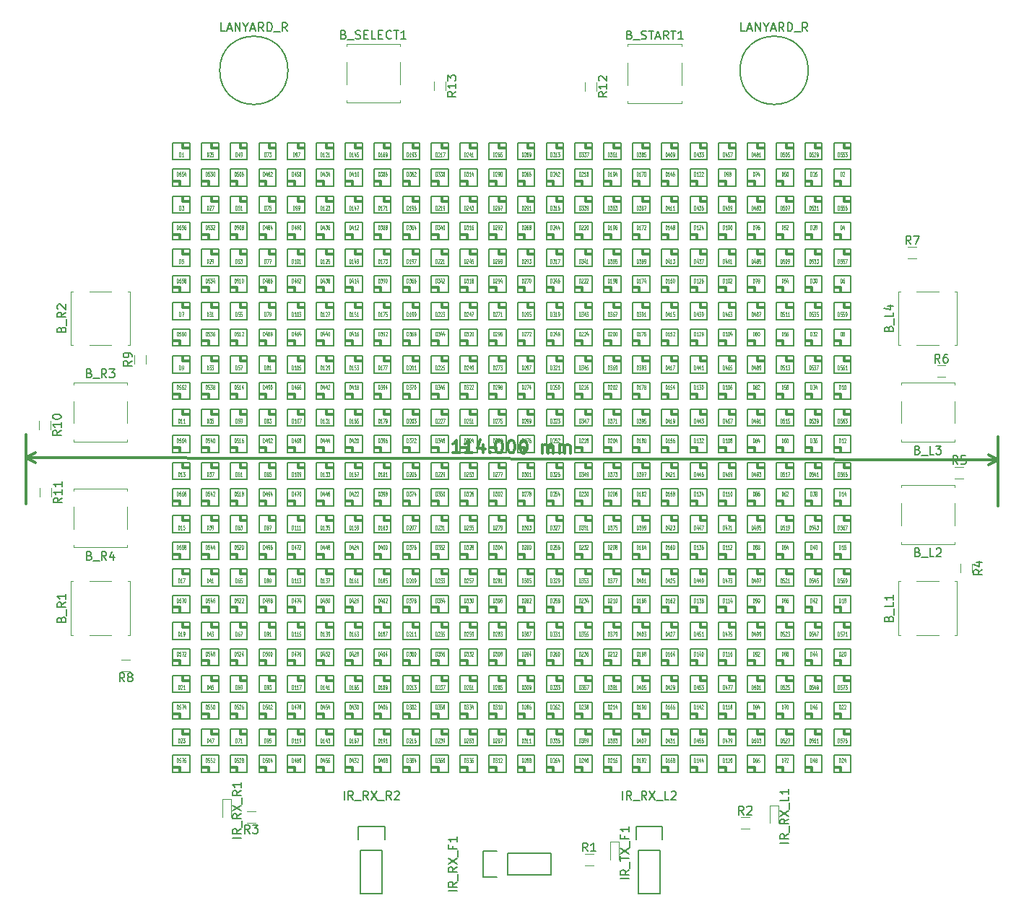
<source format=gto>
G04 #@! TF.FileFunction,Legend,Top*
%FSLAX46Y46*%
G04 Gerber Fmt 4.6, Leading zero omitted, Abs format (unit mm)*
G04 Created by KiCad (PCBNEW 4.0.6+dfsg1-1) date Sat Apr 14 23:57:49 2018*
%MOMM*%
%LPD*%
G01*
G04 APERTURE LIST*
%ADD10C,0.100000*%
%ADD11C,0.300000*%
%ADD12C,0.150000*%
%ADD13C,0.120000*%
%ADD14C,0.350000*%
%ADD15C,0.074930*%
G04 APERTURE END LIST*
D10*
D11*
X169191956Y-131765794D02*
X168334815Y-131763914D01*
X168763386Y-131764854D02*
X168766675Y-130264858D01*
X168623348Y-130478830D01*
X168480177Y-130621373D01*
X168337164Y-130692489D01*
X170620523Y-131768927D02*
X169763382Y-131767047D01*
X170191953Y-131767987D02*
X170195243Y-130267990D01*
X170051916Y-130481963D01*
X169908745Y-130624506D01*
X169765732Y-130695622D01*
X171908427Y-130771749D02*
X171906234Y-131771746D01*
X171552538Y-130199539D02*
X171193046Y-131270181D01*
X172121616Y-131272217D01*
X172692259Y-131630613D02*
X172763531Y-131702198D01*
X172691946Y-131773469D01*
X172620674Y-131701885D01*
X172692259Y-131630613D01*
X172691946Y-131773469D01*
X173695233Y-130275666D02*
X173838090Y-130275979D01*
X173980790Y-130347721D01*
X174052062Y-130419307D01*
X174123178Y-130562320D01*
X174193979Y-130848190D01*
X174193196Y-131205332D01*
X174121141Y-131490889D01*
X174049399Y-131633589D01*
X173977814Y-131704861D01*
X173834800Y-131775976D01*
X173691944Y-131775662D01*
X173549244Y-131703921D01*
X173477971Y-131632336D01*
X173406857Y-131489322D01*
X173336055Y-131203452D01*
X173336838Y-130846310D01*
X173408893Y-130560754D01*
X173480634Y-130418054D01*
X173552220Y-130346781D01*
X173695233Y-130275666D01*
X175123801Y-130278799D02*
X175266657Y-130279112D01*
X175409357Y-130350854D01*
X175480630Y-130422440D01*
X175551745Y-130565453D01*
X175622546Y-130851323D01*
X175621763Y-131208465D01*
X175549709Y-131494022D01*
X175477967Y-131636722D01*
X175406381Y-131707994D01*
X175263368Y-131779108D01*
X175120511Y-131778795D01*
X174977811Y-131707054D01*
X174906539Y-131635469D01*
X174835425Y-131492455D01*
X174764622Y-131206585D01*
X174765405Y-130849443D01*
X174837461Y-130563886D01*
X174909202Y-130421186D01*
X174980787Y-130349914D01*
X175123801Y-130278799D01*
X176552368Y-130281932D02*
X176695225Y-130282245D01*
X176837925Y-130353987D01*
X176909197Y-130425572D01*
X176980313Y-130568586D01*
X177051114Y-130854456D01*
X177050331Y-131211598D01*
X176978276Y-131497154D01*
X176906534Y-131639854D01*
X176834949Y-131711127D01*
X176691935Y-131782241D01*
X176549079Y-131781928D01*
X176406379Y-131710187D01*
X176335107Y-131638601D01*
X176263992Y-131495588D01*
X176193190Y-131209718D01*
X176193973Y-130852576D01*
X176266028Y-130567019D01*
X176337770Y-130424319D01*
X176409355Y-130353047D01*
X176552368Y-130281932D01*
X178834787Y-131786940D02*
X178836980Y-130786943D01*
X178836667Y-130929800D02*
X178908251Y-130858528D01*
X179051266Y-130787413D01*
X179265550Y-130787883D01*
X179408250Y-130859625D01*
X179479366Y-131002638D01*
X179477643Y-131788350D01*
X179479366Y-131002638D02*
X179551108Y-130859938D01*
X179694121Y-130788823D01*
X179908406Y-130789292D01*
X180051107Y-130861035D01*
X180122221Y-131004048D01*
X180120498Y-131789760D01*
X180834783Y-131791326D02*
X180836975Y-130791329D01*
X180836662Y-130934186D02*
X180908247Y-130862914D01*
X181051261Y-130791799D01*
X181265545Y-130792269D01*
X181408245Y-130864011D01*
X181479361Y-131007024D01*
X181477638Y-131792736D01*
X181479361Y-131007024D02*
X181551103Y-130864324D01*
X181694116Y-130793208D01*
X181908401Y-130793678D01*
X182051102Y-130865421D01*
X182122216Y-131008434D01*
X182120493Y-131794146D01*
X118261896Y-132325536D02*
X232261896Y-132575536D01*
X118250000Y-137750000D02*
X118267817Y-129625542D01*
X232250000Y-138000000D02*
X232267817Y-129875542D01*
X232261896Y-132575536D02*
X231134109Y-133159485D01*
X232261896Y-132575536D02*
X231136681Y-131986646D01*
X118261896Y-132325536D02*
X119387111Y-132914426D01*
X118261896Y-132325536D02*
X119389683Y-131741587D01*
D12*
X210000000Y-86900000D02*
G75*
G03X210000000Y-86900000I-4000000J0D01*
G01*
D13*
X130150000Y-142600000D02*
X130150000Y-142850000D01*
X130150000Y-142850000D02*
X123850000Y-142850000D01*
X123850000Y-142850000D02*
X123850000Y-142600000D01*
X130150000Y-138100000D02*
X130150000Y-140700000D01*
X123850000Y-136200000D02*
X123850000Y-135950000D01*
X123850000Y-135950000D02*
X130150000Y-135950000D01*
X130150000Y-135950000D02*
X130150000Y-136200000D01*
X123850000Y-140700000D02*
X123850000Y-138100000D01*
D14*
X137400000Y-96000000D02*
X136700000Y-96000000D01*
X136700000Y-96000000D02*
X136700000Y-95500000D01*
D12*
X135500000Y-95400000D02*
X137500000Y-95400000D01*
X137500000Y-95400000D02*
X137500000Y-97400000D01*
X137500000Y-97400000D02*
X135500000Y-97400000D01*
X135500000Y-97400000D02*
X135500000Y-95400000D01*
D14*
X213100000Y-99876087D02*
X213800000Y-99876087D01*
X213800000Y-99876087D02*
X213800000Y-100376087D01*
D12*
X215000000Y-100476087D02*
X213000000Y-100476087D01*
X213000000Y-100476087D02*
X213000000Y-98476087D01*
X213000000Y-98476087D02*
X215000000Y-98476087D01*
X215000000Y-98476087D02*
X215000000Y-100476087D01*
D14*
X137400000Y-102247826D02*
X136700000Y-102247826D01*
X136700000Y-102247826D02*
X136700000Y-101747826D01*
D12*
X135500000Y-101647826D02*
X137500000Y-101647826D01*
X137500000Y-101647826D02*
X137500000Y-103647826D01*
X137500000Y-103647826D02*
X135500000Y-103647826D01*
X135500000Y-103647826D02*
X135500000Y-101647826D01*
D14*
X213100000Y-106128261D02*
X213800000Y-106128261D01*
X213800000Y-106128261D02*
X213800000Y-106628261D01*
D12*
X215000000Y-106728261D02*
X213000000Y-106728261D01*
X213000000Y-106728261D02*
X213000000Y-104728261D01*
X213000000Y-104728261D02*
X215000000Y-104728261D01*
X215000000Y-104728261D02*
X215000000Y-106728261D01*
D14*
X137400000Y-108495652D02*
X136700000Y-108495652D01*
X136700000Y-108495652D02*
X136700000Y-107995652D01*
D12*
X135500000Y-107895652D02*
X137500000Y-107895652D01*
X137500000Y-107895652D02*
X137500000Y-109895652D01*
X137500000Y-109895652D02*
X135500000Y-109895652D01*
X135500000Y-109895652D02*
X135500000Y-107895652D01*
D14*
X213100000Y-112380435D02*
X213800000Y-112380435D01*
X213800000Y-112380435D02*
X213800000Y-112880435D01*
D12*
X215000000Y-112980435D02*
X213000000Y-112980435D01*
X213000000Y-112980435D02*
X213000000Y-110980435D01*
X213000000Y-110980435D02*
X215000000Y-110980435D01*
X215000000Y-110980435D02*
X215000000Y-112980435D01*
D14*
X137400000Y-114743478D02*
X136700000Y-114743478D01*
X136700000Y-114743478D02*
X136700000Y-114243478D01*
D12*
X135500000Y-114143478D02*
X137500000Y-114143478D01*
X137500000Y-114143478D02*
X137500000Y-116143478D01*
X137500000Y-116143478D02*
X135500000Y-116143478D01*
X135500000Y-116143478D02*
X135500000Y-114143478D01*
D14*
X213100000Y-118632609D02*
X213800000Y-118632609D01*
X213800000Y-118632609D02*
X213800000Y-119132609D01*
D12*
X215000000Y-119232609D02*
X213000000Y-119232609D01*
X213000000Y-119232609D02*
X213000000Y-117232609D01*
X213000000Y-117232609D02*
X215000000Y-117232609D01*
X215000000Y-117232609D02*
X215000000Y-119232609D01*
D14*
X137400000Y-120991304D02*
X136700000Y-120991304D01*
X136700000Y-120991304D02*
X136700000Y-120491304D01*
D12*
X135500000Y-120391304D02*
X137500000Y-120391304D01*
X137500000Y-120391304D02*
X137500000Y-122391304D01*
X137500000Y-122391304D02*
X135500000Y-122391304D01*
X135500000Y-122391304D02*
X135500000Y-120391304D01*
D14*
X213100000Y-124884783D02*
X213800000Y-124884783D01*
X213800000Y-124884783D02*
X213800000Y-125384783D01*
D12*
X215000000Y-125484783D02*
X213000000Y-125484783D01*
X213000000Y-125484783D02*
X213000000Y-123484783D01*
X213000000Y-123484783D02*
X215000000Y-123484783D01*
X215000000Y-123484783D02*
X215000000Y-125484783D01*
D14*
X137400000Y-127239130D02*
X136700000Y-127239130D01*
X136700000Y-127239130D02*
X136700000Y-126739130D01*
D12*
X135500000Y-126639130D02*
X137500000Y-126639130D01*
X137500000Y-126639130D02*
X137500000Y-128639130D01*
X137500000Y-128639130D02*
X135500000Y-128639130D01*
X135500000Y-128639130D02*
X135500000Y-126639130D01*
D14*
X213100000Y-131136957D02*
X213800000Y-131136957D01*
X213800000Y-131136957D02*
X213800000Y-131636957D01*
D12*
X215000000Y-131736957D02*
X213000000Y-131736957D01*
X213000000Y-131736957D02*
X213000000Y-129736957D01*
X213000000Y-129736957D02*
X215000000Y-129736957D01*
X215000000Y-129736957D02*
X215000000Y-131736957D01*
D14*
X137400000Y-133486956D02*
X136700000Y-133486956D01*
X136700000Y-133486956D02*
X136700000Y-132986956D01*
D12*
X135500000Y-132886956D02*
X137500000Y-132886956D01*
X137500000Y-132886956D02*
X137500000Y-134886956D01*
X137500000Y-134886956D02*
X135500000Y-134886956D01*
X135500000Y-134886956D02*
X135500000Y-132886956D01*
D14*
X213100000Y-137389131D02*
X213800000Y-137389131D01*
X213800000Y-137389131D02*
X213800000Y-137889131D01*
D12*
X215000000Y-137989131D02*
X213000000Y-137989131D01*
X213000000Y-137989131D02*
X213000000Y-135989131D01*
X213000000Y-135989131D02*
X215000000Y-135989131D01*
X215000000Y-135989131D02*
X215000000Y-137989131D01*
D14*
X137400000Y-139734782D02*
X136700000Y-139734782D01*
X136700000Y-139734782D02*
X136700000Y-139234782D01*
D12*
X135500000Y-139134782D02*
X137500000Y-139134782D01*
X137500000Y-139134782D02*
X137500000Y-141134782D01*
X137500000Y-141134782D02*
X135500000Y-141134782D01*
X135500000Y-141134782D02*
X135500000Y-139134782D01*
D14*
X213100000Y-143641305D02*
X213800000Y-143641305D01*
X213800000Y-143641305D02*
X213800000Y-144141305D01*
D12*
X215000000Y-144241305D02*
X213000000Y-144241305D01*
X213000000Y-144241305D02*
X213000000Y-142241305D01*
X213000000Y-142241305D02*
X215000000Y-142241305D01*
X215000000Y-142241305D02*
X215000000Y-144241305D01*
D14*
X137400000Y-145982608D02*
X136700000Y-145982608D01*
X136700000Y-145982608D02*
X136700000Y-145482608D01*
D12*
X135500000Y-145382608D02*
X137500000Y-145382608D01*
X137500000Y-145382608D02*
X137500000Y-147382608D01*
X137500000Y-147382608D02*
X135500000Y-147382608D01*
X135500000Y-147382608D02*
X135500000Y-145382608D01*
D14*
X213100000Y-149893479D02*
X213800000Y-149893479D01*
X213800000Y-149893479D02*
X213800000Y-150393479D01*
D12*
X215000000Y-150493479D02*
X213000000Y-150493479D01*
X213000000Y-150493479D02*
X213000000Y-148493479D01*
X213000000Y-148493479D02*
X215000000Y-148493479D01*
X215000000Y-148493479D02*
X215000000Y-150493479D01*
D14*
X137400000Y-152230434D02*
X136700000Y-152230434D01*
X136700000Y-152230434D02*
X136700000Y-151730434D01*
D12*
X135500000Y-151630434D02*
X137500000Y-151630434D01*
X137500000Y-151630434D02*
X137500000Y-153630434D01*
X137500000Y-153630434D02*
X135500000Y-153630434D01*
X135500000Y-153630434D02*
X135500000Y-151630434D01*
D14*
X213100000Y-156145653D02*
X213800000Y-156145653D01*
X213800000Y-156145653D02*
X213800000Y-156645653D01*
D12*
X215000000Y-156745653D02*
X213000000Y-156745653D01*
X213000000Y-156745653D02*
X213000000Y-154745653D01*
X213000000Y-154745653D02*
X215000000Y-154745653D01*
X215000000Y-154745653D02*
X215000000Y-156745653D01*
D14*
X137400000Y-158478260D02*
X136700000Y-158478260D01*
X136700000Y-158478260D02*
X136700000Y-157978260D01*
D12*
X135500000Y-157878260D02*
X137500000Y-157878260D01*
X137500000Y-157878260D02*
X137500000Y-159878260D01*
X137500000Y-159878260D02*
X135500000Y-159878260D01*
X135500000Y-159878260D02*
X135500000Y-157878260D01*
D14*
X213100000Y-162397827D02*
X213800000Y-162397827D01*
X213800000Y-162397827D02*
X213800000Y-162897827D01*
D12*
X215000000Y-162997827D02*
X213000000Y-162997827D01*
X213000000Y-162997827D02*
X213000000Y-160997827D01*
X213000000Y-160997827D02*
X215000000Y-160997827D01*
X215000000Y-160997827D02*
X215000000Y-162997827D01*
D14*
X137400000Y-164726086D02*
X136700000Y-164726086D01*
X136700000Y-164726086D02*
X136700000Y-164226086D01*
D12*
X135500000Y-164126086D02*
X137500000Y-164126086D01*
X137500000Y-164126086D02*
X137500000Y-166126086D01*
X137500000Y-166126086D02*
X135500000Y-166126086D01*
X135500000Y-166126086D02*
X135500000Y-164126086D01*
D14*
X213100000Y-168650001D02*
X213800000Y-168650001D01*
X213800000Y-168650001D02*
X213800000Y-169150001D01*
D12*
X215000000Y-169250001D02*
X213000000Y-169250001D01*
X213000000Y-169250001D02*
X213000000Y-167250001D01*
X213000000Y-167250001D02*
X215000000Y-167250001D01*
X215000000Y-167250001D02*
X215000000Y-169250001D01*
D14*
X140769565Y-96000000D02*
X140069565Y-96000000D01*
X140069565Y-96000000D02*
X140069565Y-95500000D01*
D12*
X138869565Y-95400000D02*
X140869565Y-95400000D01*
X140869565Y-95400000D02*
X140869565Y-97400000D01*
X140869565Y-97400000D02*
X138869565Y-97400000D01*
X138869565Y-97400000D02*
X138869565Y-95400000D01*
D14*
X209730435Y-99876087D02*
X210430435Y-99876087D01*
X210430435Y-99876087D02*
X210430435Y-100376087D01*
D12*
X211630435Y-100476087D02*
X209630435Y-100476087D01*
X209630435Y-100476087D02*
X209630435Y-98476087D01*
X209630435Y-98476087D02*
X211630435Y-98476087D01*
X211630435Y-98476087D02*
X211630435Y-100476087D01*
D14*
X140769565Y-102247826D02*
X140069565Y-102247826D01*
X140069565Y-102247826D02*
X140069565Y-101747826D01*
D12*
X138869565Y-101647826D02*
X140869565Y-101647826D01*
X140869565Y-101647826D02*
X140869565Y-103647826D01*
X140869565Y-103647826D02*
X138869565Y-103647826D01*
X138869565Y-103647826D02*
X138869565Y-101647826D01*
D14*
X209730435Y-106128261D02*
X210430435Y-106128261D01*
X210430435Y-106128261D02*
X210430435Y-106628261D01*
D12*
X211630435Y-106728261D02*
X209630435Y-106728261D01*
X209630435Y-106728261D02*
X209630435Y-104728261D01*
X209630435Y-104728261D02*
X211630435Y-104728261D01*
X211630435Y-104728261D02*
X211630435Y-106728261D01*
D14*
X140769565Y-108495652D02*
X140069565Y-108495652D01*
X140069565Y-108495652D02*
X140069565Y-107995652D01*
D12*
X138869565Y-107895652D02*
X140869565Y-107895652D01*
X140869565Y-107895652D02*
X140869565Y-109895652D01*
X140869565Y-109895652D02*
X138869565Y-109895652D01*
X138869565Y-109895652D02*
X138869565Y-107895652D01*
D14*
X209730435Y-112380435D02*
X210430435Y-112380435D01*
X210430435Y-112380435D02*
X210430435Y-112880435D01*
D12*
X211630435Y-112980435D02*
X209630435Y-112980435D01*
X209630435Y-112980435D02*
X209630435Y-110980435D01*
X209630435Y-110980435D02*
X211630435Y-110980435D01*
X211630435Y-110980435D02*
X211630435Y-112980435D01*
D14*
X140769565Y-114743478D02*
X140069565Y-114743478D01*
X140069565Y-114743478D02*
X140069565Y-114243478D01*
D12*
X138869565Y-114143478D02*
X140869565Y-114143478D01*
X140869565Y-114143478D02*
X140869565Y-116143478D01*
X140869565Y-116143478D02*
X138869565Y-116143478D01*
X138869565Y-116143478D02*
X138869565Y-114143478D01*
D14*
X209730435Y-118632609D02*
X210430435Y-118632609D01*
X210430435Y-118632609D02*
X210430435Y-119132609D01*
D12*
X211630435Y-119232609D02*
X209630435Y-119232609D01*
X209630435Y-119232609D02*
X209630435Y-117232609D01*
X209630435Y-117232609D02*
X211630435Y-117232609D01*
X211630435Y-117232609D02*
X211630435Y-119232609D01*
D14*
X140769565Y-120991304D02*
X140069565Y-120991304D01*
X140069565Y-120991304D02*
X140069565Y-120491304D01*
D12*
X138869565Y-120391304D02*
X140869565Y-120391304D01*
X140869565Y-120391304D02*
X140869565Y-122391304D01*
X140869565Y-122391304D02*
X138869565Y-122391304D01*
X138869565Y-122391304D02*
X138869565Y-120391304D01*
D14*
X209730435Y-124884783D02*
X210430435Y-124884783D01*
X210430435Y-124884783D02*
X210430435Y-125384783D01*
D12*
X211630435Y-125484783D02*
X209630435Y-125484783D01*
X209630435Y-125484783D02*
X209630435Y-123484783D01*
X209630435Y-123484783D02*
X211630435Y-123484783D01*
X211630435Y-123484783D02*
X211630435Y-125484783D01*
D14*
X140769565Y-127239130D02*
X140069565Y-127239130D01*
X140069565Y-127239130D02*
X140069565Y-126739130D01*
D12*
X138869565Y-126639130D02*
X140869565Y-126639130D01*
X140869565Y-126639130D02*
X140869565Y-128639130D01*
X140869565Y-128639130D02*
X138869565Y-128639130D01*
X138869565Y-128639130D02*
X138869565Y-126639130D01*
D14*
X209730435Y-131136957D02*
X210430435Y-131136957D01*
X210430435Y-131136957D02*
X210430435Y-131636957D01*
D12*
X211630435Y-131736957D02*
X209630435Y-131736957D01*
X209630435Y-131736957D02*
X209630435Y-129736957D01*
X209630435Y-129736957D02*
X211630435Y-129736957D01*
X211630435Y-129736957D02*
X211630435Y-131736957D01*
D14*
X140769565Y-133486956D02*
X140069565Y-133486956D01*
X140069565Y-133486956D02*
X140069565Y-132986956D01*
D12*
X138869565Y-132886956D02*
X140869565Y-132886956D01*
X140869565Y-132886956D02*
X140869565Y-134886956D01*
X140869565Y-134886956D02*
X138869565Y-134886956D01*
X138869565Y-134886956D02*
X138869565Y-132886956D01*
D14*
X209730435Y-137389131D02*
X210430435Y-137389131D01*
X210430435Y-137389131D02*
X210430435Y-137889131D01*
D12*
X211630435Y-137989131D02*
X209630435Y-137989131D01*
X209630435Y-137989131D02*
X209630435Y-135989131D01*
X209630435Y-135989131D02*
X211630435Y-135989131D01*
X211630435Y-135989131D02*
X211630435Y-137989131D01*
D14*
X140769565Y-139734782D02*
X140069565Y-139734782D01*
X140069565Y-139734782D02*
X140069565Y-139234782D01*
D12*
X138869565Y-139134782D02*
X140869565Y-139134782D01*
X140869565Y-139134782D02*
X140869565Y-141134782D01*
X140869565Y-141134782D02*
X138869565Y-141134782D01*
X138869565Y-141134782D02*
X138869565Y-139134782D01*
D14*
X209730435Y-143641305D02*
X210430435Y-143641305D01*
X210430435Y-143641305D02*
X210430435Y-144141305D01*
D12*
X211630435Y-144241305D02*
X209630435Y-144241305D01*
X209630435Y-144241305D02*
X209630435Y-142241305D01*
X209630435Y-142241305D02*
X211630435Y-142241305D01*
X211630435Y-142241305D02*
X211630435Y-144241305D01*
D14*
X140769565Y-145982608D02*
X140069565Y-145982608D01*
X140069565Y-145982608D02*
X140069565Y-145482608D01*
D12*
X138869565Y-145382608D02*
X140869565Y-145382608D01*
X140869565Y-145382608D02*
X140869565Y-147382608D01*
X140869565Y-147382608D02*
X138869565Y-147382608D01*
X138869565Y-147382608D02*
X138869565Y-145382608D01*
D14*
X209730435Y-149893479D02*
X210430435Y-149893479D01*
X210430435Y-149893479D02*
X210430435Y-150393479D01*
D12*
X211630435Y-150493479D02*
X209630435Y-150493479D01*
X209630435Y-150493479D02*
X209630435Y-148493479D01*
X209630435Y-148493479D02*
X211630435Y-148493479D01*
X211630435Y-148493479D02*
X211630435Y-150493479D01*
D14*
X140769565Y-152230434D02*
X140069565Y-152230434D01*
X140069565Y-152230434D02*
X140069565Y-151730434D01*
D12*
X138869565Y-151630434D02*
X140869565Y-151630434D01*
X140869565Y-151630434D02*
X140869565Y-153630434D01*
X140869565Y-153630434D02*
X138869565Y-153630434D01*
X138869565Y-153630434D02*
X138869565Y-151630434D01*
D14*
X209730435Y-156145653D02*
X210430435Y-156145653D01*
X210430435Y-156145653D02*
X210430435Y-156645653D01*
D12*
X211630435Y-156745653D02*
X209630435Y-156745653D01*
X209630435Y-156745653D02*
X209630435Y-154745653D01*
X209630435Y-154745653D02*
X211630435Y-154745653D01*
X211630435Y-154745653D02*
X211630435Y-156745653D01*
D14*
X140769565Y-158478260D02*
X140069565Y-158478260D01*
X140069565Y-158478260D02*
X140069565Y-157978260D01*
D12*
X138869565Y-157878260D02*
X140869565Y-157878260D01*
X140869565Y-157878260D02*
X140869565Y-159878260D01*
X140869565Y-159878260D02*
X138869565Y-159878260D01*
X138869565Y-159878260D02*
X138869565Y-157878260D01*
D14*
X209730435Y-162397827D02*
X210430435Y-162397827D01*
X210430435Y-162397827D02*
X210430435Y-162897827D01*
D12*
X211630435Y-162997827D02*
X209630435Y-162997827D01*
X209630435Y-162997827D02*
X209630435Y-160997827D01*
X209630435Y-160997827D02*
X211630435Y-160997827D01*
X211630435Y-160997827D02*
X211630435Y-162997827D01*
D14*
X140769565Y-164726086D02*
X140069565Y-164726086D01*
X140069565Y-164726086D02*
X140069565Y-164226086D01*
D12*
X138869565Y-164126086D02*
X140869565Y-164126086D01*
X140869565Y-164126086D02*
X140869565Y-166126086D01*
X140869565Y-166126086D02*
X138869565Y-166126086D01*
X138869565Y-166126086D02*
X138869565Y-164126086D01*
D14*
X209730435Y-168650001D02*
X210430435Y-168650001D01*
X210430435Y-168650001D02*
X210430435Y-169150001D01*
D12*
X211630435Y-169250001D02*
X209630435Y-169250001D01*
X209630435Y-169250001D02*
X209630435Y-167250001D01*
X209630435Y-167250001D02*
X211630435Y-167250001D01*
X211630435Y-167250001D02*
X211630435Y-169250001D01*
D14*
X144139130Y-96000000D02*
X143439130Y-96000000D01*
X143439130Y-96000000D02*
X143439130Y-95500000D01*
D12*
X142239130Y-95400000D02*
X144239130Y-95400000D01*
X144239130Y-95400000D02*
X144239130Y-97400000D01*
X144239130Y-97400000D02*
X142239130Y-97400000D01*
X142239130Y-97400000D02*
X142239130Y-95400000D01*
D14*
X206360870Y-99876087D02*
X207060870Y-99876087D01*
X207060870Y-99876087D02*
X207060870Y-100376087D01*
D12*
X208260870Y-100476087D02*
X206260870Y-100476087D01*
X206260870Y-100476087D02*
X206260870Y-98476087D01*
X206260870Y-98476087D02*
X208260870Y-98476087D01*
X208260870Y-98476087D02*
X208260870Y-100476087D01*
D14*
X144139130Y-102247826D02*
X143439130Y-102247826D01*
X143439130Y-102247826D02*
X143439130Y-101747826D01*
D12*
X142239130Y-101647826D02*
X144239130Y-101647826D01*
X144239130Y-101647826D02*
X144239130Y-103647826D01*
X144239130Y-103647826D02*
X142239130Y-103647826D01*
X142239130Y-103647826D02*
X142239130Y-101647826D01*
D14*
X206360870Y-106128261D02*
X207060870Y-106128261D01*
X207060870Y-106128261D02*
X207060870Y-106628261D01*
D12*
X208260870Y-106728261D02*
X206260870Y-106728261D01*
X206260870Y-106728261D02*
X206260870Y-104728261D01*
X206260870Y-104728261D02*
X208260870Y-104728261D01*
X208260870Y-104728261D02*
X208260870Y-106728261D01*
D14*
X144139130Y-108495652D02*
X143439130Y-108495652D01*
X143439130Y-108495652D02*
X143439130Y-107995652D01*
D12*
X142239130Y-107895652D02*
X144239130Y-107895652D01*
X144239130Y-107895652D02*
X144239130Y-109895652D01*
X144239130Y-109895652D02*
X142239130Y-109895652D01*
X142239130Y-109895652D02*
X142239130Y-107895652D01*
D14*
X206360870Y-112380435D02*
X207060870Y-112380435D01*
X207060870Y-112380435D02*
X207060870Y-112880435D01*
D12*
X208260870Y-112980435D02*
X206260870Y-112980435D01*
X206260870Y-112980435D02*
X206260870Y-110980435D01*
X206260870Y-110980435D02*
X208260870Y-110980435D01*
X208260870Y-110980435D02*
X208260870Y-112980435D01*
D14*
X144139130Y-114743478D02*
X143439130Y-114743478D01*
X143439130Y-114743478D02*
X143439130Y-114243478D01*
D12*
X142239130Y-114143478D02*
X144239130Y-114143478D01*
X144239130Y-114143478D02*
X144239130Y-116143478D01*
X144239130Y-116143478D02*
X142239130Y-116143478D01*
X142239130Y-116143478D02*
X142239130Y-114143478D01*
D14*
X206360870Y-118632609D02*
X207060870Y-118632609D01*
X207060870Y-118632609D02*
X207060870Y-119132609D01*
D12*
X208260870Y-119232609D02*
X206260870Y-119232609D01*
X206260870Y-119232609D02*
X206260870Y-117232609D01*
X206260870Y-117232609D02*
X208260870Y-117232609D01*
X208260870Y-117232609D02*
X208260870Y-119232609D01*
D14*
X144139130Y-120991304D02*
X143439130Y-120991304D01*
X143439130Y-120991304D02*
X143439130Y-120491304D01*
D12*
X142239130Y-120391304D02*
X144239130Y-120391304D01*
X144239130Y-120391304D02*
X144239130Y-122391304D01*
X144239130Y-122391304D02*
X142239130Y-122391304D01*
X142239130Y-122391304D02*
X142239130Y-120391304D01*
D14*
X206360870Y-124884783D02*
X207060870Y-124884783D01*
X207060870Y-124884783D02*
X207060870Y-125384783D01*
D12*
X208260870Y-125484783D02*
X206260870Y-125484783D01*
X206260870Y-125484783D02*
X206260870Y-123484783D01*
X206260870Y-123484783D02*
X208260870Y-123484783D01*
X208260870Y-123484783D02*
X208260870Y-125484783D01*
D14*
X144139130Y-127239130D02*
X143439130Y-127239130D01*
X143439130Y-127239130D02*
X143439130Y-126739130D01*
D12*
X142239130Y-126639130D02*
X144239130Y-126639130D01*
X144239130Y-126639130D02*
X144239130Y-128639130D01*
X144239130Y-128639130D02*
X142239130Y-128639130D01*
X142239130Y-128639130D02*
X142239130Y-126639130D01*
D14*
X206360870Y-131136957D02*
X207060870Y-131136957D01*
X207060870Y-131136957D02*
X207060870Y-131636957D01*
D12*
X208260870Y-131736957D02*
X206260870Y-131736957D01*
X206260870Y-131736957D02*
X206260870Y-129736957D01*
X206260870Y-129736957D02*
X208260870Y-129736957D01*
X208260870Y-129736957D02*
X208260870Y-131736957D01*
D14*
X144139130Y-133486956D02*
X143439130Y-133486956D01*
X143439130Y-133486956D02*
X143439130Y-132986956D01*
D12*
X142239130Y-132886956D02*
X144239130Y-132886956D01*
X144239130Y-132886956D02*
X144239130Y-134886956D01*
X144239130Y-134886956D02*
X142239130Y-134886956D01*
X142239130Y-134886956D02*
X142239130Y-132886956D01*
D14*
X206360870Y-137389131D02*
X207060870Y-137389131D01*
X207060870Y-137389131D02*
X207060870Y-137889131D01*
D12*
X208260870Y-137989131D02*
X206260870Y-137989131D01*
X206260870Y-137989131D02*
X206260870Y-135989131D01*
X206260870Y-135989131D02*
X208260870Y-135989131D01*
X208260870Y-135989131D02*
X208260870Y-137989131D01*
D14*
X144139130Y-139734782D02*
X143439130Y-139734782D01*
X143439130Y-139734782D02*
X143439130Y-139234782D01*
D12*
X142239130Y-139134782D02*
X144239130Y-139134782D01*
X144239130Y-139134782D02*
X144239130Y-141134782D01*
X144239130Y-141134782D02*
X142239130Y-141134782D01*
X142239130Y-141134782D02*
X142239130Y-139134782D01*
D14*
X206360870Y-143641305D02*
X207060870Y-143641305D01*
X207060870Y-143641305D02*
X207060870Y-144141305D01*
D12*
X208260870Y-144241305D02*
X206260870Y-144241305D01*
X206260870Y-144241305D02*
X206260870Y-142241305D01*
X206260870Y-142241305D02*
X208260870Y-142241305D01*
X208260870Y-142241305D02*
X208260870Y-144241305D01*
D14*
X144139130Y-145982608D02*
X143439130Y-145982608D01*
X143439130Y-145982608D02*
X143439130Y-145482608D01*
D12*
X142239130Y-145382608D02*
X144239130Y-145382608D01*
X144239130Y-145382608D02*
X144239130Y-147382608D01*
X144239130Y-147382608D02*
X142239130Y-147382608D01*
X142239130Y-147382608D02*
X142239130Y-145382608D01*
D14*
X206360870Y-149893479D02*
X207060870Y-149893479D01*
X207060870Y-149893479D02*
X207060870Y-150393479D01*
D12*
X208260870Y-150493479D02*
X206260870Y-150493479D01*
X206260870Y-150493479D02*
X206260870Y-148493479D01*
X206260870Y-148493479D02*
X208260870Y-148493479D01*
X208260870Y-148493479D02*
X208260870Y-150493479D01*
D14*
X144139130Y-152230434D02*
X143439130Y-152230434D01*
X143439130Y-152230434D02*
X143439130Y-151730434D01*
D12*
X142239130Y-151630434D02*
X144239130Y-151630434D01*
X144239130Y-151630434D02*
X144239130Y-153630434D01*
X144239130Y-153630434D02*
X142239130Y-153630434D01*
X142239130Y-153630434D02*
X142239130Y-151630434D01*
D14*
X206360870Y-156145653D02*
X207060870Y-156145653D01*
X207060870Y-156145653D02*
X207060870Y-156645653D01*
D12*
X208260870Y-156745653D02*
X206260870Y-156745653D01*
X206260870Y-156745653D02*
X206260870Y-154745653D01*
X206260870Y-154745653D02*
X208260870Y-154745653D01*
X208260870Y-154745653D02*
X208260870Y-156745653D01*
D14*
X144139130Y-158478260D02*
X143439130Y-158478260D01*
X143439130Y-158478260D02*
X143439130Y-157978260D01*
D12*
X142239130Y-157878260D02*
X144239130Y-157878260D01*
X144239130Y-157878260D02*
X144239130Y-159878260D01*
X144239130Y-159878260D02*
X142239130Y-159878260D01*
X142239130Y-159878260D02*
X142239130Y-157878260D01*
D14*
X206360870Y-162397827D02*
X207060870Y-162397827D01*
X207060870Y-162397827D02*
X207060870Y-162897827D01*
D12*
X208260870Y-162997827D02*
X206260870Y-162997827D01*
X206260870Y-162997827D02*
X206260870Y-160997827D01*
X206260870Y-160997827D02*
X208260870Y-160997827D01*
X208260870Y-160997827D02*
X208260870Y-162997827D01*
D14*
X144139130Y-164726086D02*
X143439130Y-164726086D01*
X143439130Y-164726086D02*
X143439130Y-164226086D01*
D12*
X142239130Y-164126086D02*
X144239130Y-164126086D01*
X144239130Y-164126086D02*
X144239130Y-166126086D01*
X144239130Y-166126086D02*
X142239130Y-166126086D01*
X142239130Y-166126086D02*
X142239130Y-164126086D01*
D14*
X206360870Y-168650001D02*
X207060870Y-168650001D01*
X207060870Y-168650001D02*
X207060870Y-169150001D01*
D12*
X208260870Y-169250001D02*
X206260870Y-169250001D01*
X206260870Y-169250001D02*
X206260870Y-167250001D01*
X206260870Y-167250001D02*
X208260870Y-167250001D01*
X208260870Y-167250001D02*
X208260870Y-169250001D01*
D14*
X147508695Y-96000000D02*
X146808695Y-96000000D01*
X146808695Y-96000000D02*
X146808695Y-95500000D01*
D12*
X145608695Y-95400000D02*
X147608695Y-95400000D01*
X147608695Y-95400000D02*
X147608695Y-97400000D01*
X147608695Y-97400000D02*
X145608695Y-97400000D01*
X145608695Y-97400000D02*
X145608695Y-95400000D01*
D14*
X202991305Y-99876087D02*
X203691305Y-99876087D01*
X203691305Y-99876087D02*
X203691305Y-100376087D01*
D12*
X204891305Y-100476087D02*
X202891305Y-100476087D01*
X202891305Y-100476087D02*
X202891305Y-98476087D01*
X202891305Y-98476087D02*
X204891305Y-98476087D01*
X204891305Y-98476087D02*
X204891305Y-100476087D01*
D14*
X147508695Y-102247826D02*
X146808695Y-102247826D01*
X146808695Y-102247826D02*
X146808695Y-101747826D01*
D12*
X145608695Y-101647826D02*
X147608695Y-101647826D01*
X147608695Y-101647826D02*
X147608695Y-103647826D01*
X147608695Y-103647826D02*
X145608695Y-103647826D01*
X145608695Y-103647826D02*
X145608695Y-101647826D01*
D14*
X202991305Y-106128261D02*
X203691305Y-106128261D01*
X203691305Y-106128261D02*
X203691305Y-106628261D01*
D12*
X204891305Y-106728261D02*
X202891305Y-106728261D01*
X202891305Y-106728261D02*
X202891305Y-104728261D01*
X202891305Y-104728261D02*
X204891305Y-104728261D01*
X204891305Y-104728261D02*
X204891305Y-106728261D01*
D14*
X147508695Y-108495652D02*
X146808695Y-108495652D01*
X146808695Y-108495652D02*
X146808695Y-107995652D01*
D12*
X145608695Y-107895652D02*
X147608695Y-107895652D01*
X147608695Y-107895652D02*
X147608695Y-109895652D01*
X147608695Y-109895652D02*
X145608695Y-109895652D01*
X145608695Y-109895652D02*
X145608695Y-107895652D01*
D14*
X202991305Y-112380435D02*
X203691305Y-112380435D01*
X203691305Y-112380435D02*
X203691305Y-112880435D01*
D12*
X204891305Y-112980435D02*
X202891305Y-112980435D01*
X202891305Y-112980435D02*
X202891305Y-110980435D01*
X202891305Y-110980435D02*
X204891305Y-110980435D01*
X204891305Y-110980435D02*
X204891305Y-112980435D01*
D14*
X147508695Y-114743478D02*
X146808695Y-114743478D01*
X146808695Y-114743478D02*
X146808695Y-114243478D01*
D12*
X145608695Y-114143478D02*
X147608695Y-114143478D01*
X147608695Y-114143478D02*
X147608695Y-116143478D01*
X147608695Y-116143478D02*
X145608695Y-116143478D01*
X145608695Y-116143478D02*
X145608695Y-114143478D01*
D14*
X202991305Y-118632609D02*
X203691305Y-118632609D01*
X203691305Y-118632609D02*
X203691305Y-119132609D01*
D12*
X204891305Y-119232609D02*
X202891305Y-119232609D01*
X202891305Y-119232609D02*
X202891305Y-117232609D01*
X202891305Y-117232609D02*
X204891305Y-117232609D01*
X204891305Y-117232609D02*
X204891305Y-119232609D01*
D14*
X147508695Y-120991304D02*
X146808695Y-120991304D01*
X146808695Y-120991304D02*
X146808695Y-120491304D01*
D12*
X145608695Y-120391304D02*
X147608695Y-120391304D01*
X147608695Y-120391304D02*
X147608695Y-122391304D01*
X147608695Y-122391304D02*
X145608695Y-122391304D01*
X145608695Y-122391304D02*
X145608695Y-120391304D01*
D14*
X202991305Y-124884783D02*
X203691305Y-124884783D01*
X203691305Y-124884783D02*
X203691305Y-125384783D01*
D12*
X204891305Y-125484783D02*
X202891305Y-125484783D01*
X202891305Y-125484783D02*
X202891305Y-123484783D01*
X202891305Y-123484783D02*
X204891305Y-123484783D01*
X204891305Y-123484783D02*
X204891305Y-125484783D01*
D14*
X147508695Y-127239130D02*
X146808695Y-127239130D01*
X146808695Y-127239130D02*
X146808695Y-126739130D01*
D12*
X145608695Y-126639130D02*
X147608695Y-126639130D01*
X147608695Y-126639130D02*
X147608695Y-128639130D01*
X147608695Y-128639130D02*
X145608695Y-128639130D01*
X145608695Y-128639130D02*
X145608695Y-126639130D01*
D14*
X202991305Y-131136957D02*
X203691305Y-131136957D01*
X203691305Y-131136957D02*
X203691305Y-131636957D01*
D12*
X204891305Y-131736957D02*
X202891305Y-131736957D01*
X202891305Y-131736957D02*
X202891305Y-129736957D01*
X202891305Y-129736957D02*
X204891305Y-129736957D01*
X204891305Y-129736957D02*
X204891305Y-131736957D01*
D14*
X147508695Y-133486956D02*
X146808695Y-133486956D01*
X146808695Y-133486956D02*
X146808695Y-132986956D01*
D12*
X145608695Y-132886956D02*
X147608695Y-132886956D01*
X147608695Y-132886956D02*
X147608695Y-134886956D01*
X147608695Y-134886956D02*
X145608695Y-134886956D01*
X145608695Y-134886956D02*
X145608695Y-132886956D01*
D14*
X202991305Y-137389131D02*
X203691305Y-137389131D01*
X203691305Y-137389131D02*
X203691305Y-137889131D01*
D12*
X204891305Y-137989131D02*
X202891305Y-137989131D01*
X202891305Y-137989131D02*
X202891305Y-135989131D01*
X202891305Y-135989131D02*
X204891305Y-135989131D01*
X204891305Y-135989131D02*
X204891305Y-137989131D01*
D14*
X147508695Y-139734782D02*
X146808695Y-139734782D01*
X146808695Y-139734782D02*
X146808695Y-139234782D01*
D12*
X145608695Y-139134782D02*
X147608695Y-139134782D01*
X147608695Y-139134782D02*
X147608695Y-141134782D01*
X147608695Y-141134782D02*
X145608695Y-141134782D01*
X145608695Y-141134782D02*
X145608695Y-139134782D01*
D14*
X202991305Y-143641305D02*
X203691305Y-143641305D01*
X203691305Y-143641305D02*
X203691305Y-144141305D01*
D12*
X204891305Y-144241305D02*
X202891305Y-144241305D01*
X202891305Y-144241305D02*
X202891305Y-142241305D01*
X202891305Y-142241305D02*
X204891305Y-142241305D01*
X204891305Y-142241305D02*
X204891305Y-144241305D01*
D14*
X147508695Y-145982608D02*
X146808695Y-145982608D01*
X146808695Y-145982608D02*
X146808695Y-145482608D01*
D12*
X145608695Y-145382608D02*
X147608695Y-145382608D01*
X147608695Y-145382608D02*
X147608695Y-147382608D01*
X147608695Y-147382608D02*
X145608695Y-147382608D01*
X145608695Y-147382608D02*
X145608695Y-145382608D01*
D14*
X202991305Y-149893479D02*
X203691305Y-149893479D01*
X203691305Y-149893479D02*
X203691305Y-150393479D01*
D12*
X204891305Y-150493479D02*
X202891305Y-150493479D01*
X202891305Y-150493479D02*
X202891305Y-148493479D01*
X202891305Y-148493479D02*
X204891305Y-148493479D01*
X204891305Y-148493479D02*
X204891305Y-150493479D01*
D14*
X147508695Y-152230434D02*
X146808695Y-152230434D01*
X146808695Y-152230434D02*
X146808695Y-151730434D01*
D12*
X145608695Y-151630434D02*
X147608695Y-151630434D01*
X147608695Y-151630434D02*
X147608695Y-153630434D01*
X147608695Y-153630434D02*
X145608695Y-153630434D01*
X145608695Y-153630434D02*
X145608695Y-151630434D01*
D14*
X202991305Y-156145653D02*
X203691305Y-156145653D01*
X203691305Y-156145653D02*
X203691305Y-156645653D01*
D12*
X204891305Y-156745653D02*
X202891305Y-156745653D01*
X202891305Y-156745653D02*
X202891305Y-154745653D01*
X202891305Y-154745653D02*
X204891305Y-154745653D01*
X204891305Y-154745653D02*
X204891305Y-156745653D01*
D14*
X147508695Y-158478260D02*
X146808695Y-158478260D01*
X146808695Y-158478260D02*
X146808695Y-157978260D01*
D12*
X145608695Y-157878260D02*
X147608695Y-157878260D01*
X147608695Y-157878260D02*
X147608695Y-159878260D01*
X147608695Y-159878260D02*
X145608695Y-159878260D01*
X145608695Y-159878260D02*
X145608695Y-157878260D01*
D14*
X202991305Y-162397827D02*
X203691305Y-162397827D01*
X203691305Y-162397827D02*
X203691305Y-162897827D01*
D12*
X204891305Y-162997827D02*
X202891305Y-162997827D01*
X202891305Y-162997827D02*
X202891305Y-160997827D01*
X202891305Y-160997827D02*
X204891305Y-160997827D01*
X204891305Y-160997827D02*
X204891305Y-162997827D01*
D14*
X147508695Y-164726086D02*
X146808695Y-164726086D01*
X146808695Y-164726086D02*
X146808695Y-164226086D01*
D12*
X145608695Y-164126086D02*
X147608695Y-164126086D01*
X147608695Y-164126086D02*
X147608695Y-166126086D01*
X147608695Y-166126086D02*
X145608695Y-166126086D01*
X145608695Y-166126086D02*
X145608695Y-164126086D01*
D14*
X202991305Y-168650001D02*
X203691305Y-168650001D01*
X203691305Y-168650001D02*
X203691305Y-169150001D01*
D12*
X204891305Y-169250001D02*
X202891305Y-169250001D01*
X202891305Y-169250001D02*
X202891305Y-167250001D01*
X202891305Y-167250001D02*
X204891305Y-167250001D01*
X204891305Y-167250001D02*
X204891305Y-169250001D01*
D14*
X150878260Y-96000000D02*
X150178260Y-96000000D01*
X150178260Y-96000000D02*
X150178260Y-95500000D01*
D12*
X148978260Y-95400000D02*
X150978260Y-95400000D01*
X150978260Y-95400000D02*
X150978260Y-97400000D01*
X150978260Y-97400000D02*
X148978260Y-97400000D01*
X148978260Y-97400000D02*
X148978260Y-95400000D01*
D14*
X199621740Y-99876087D02*
X200321740Y-99876087D01*
X200321740Y-99876087D02*
X200321740Y-100376087D01*
D12*
X201521740Y-100476087D02*
X199521740Y-100476087D01*
X199521740Y-100476087D02*
X199521740Y-98476087D01*
X199521740Y-98476087D02*
X201521740Y-98476087D01*
X201521740Y-98476087D02*
X201521740Y-100476087D01*
D14*
X150878260Y-102247826D02*
X150178260Y-102247826D01*
X150178260Y-102247826D02*
X150178260Y-101747826D01*
D12*
X148978260Y-101647826D02*
X150978260Y-101647826D01*
X150978260Y-101647826D02*
X150978260Y-103647826D01*
X150978260Y-103647826D02*
X148978260Y-103647826D01*
X148978260Y-103647826D02*
X148978260Y-101647826D01*
D14*
X199621740Y-106128261D02*
X200321740Y-106128261D01*
X200321740Y-106128261D02*
X200321740Y-106628261D01*
D12*
X201521740Y-106728261D02*
X199521740Y-106728261D01*
X199521740Y-106728261D02*
X199521740Y-104728261D01*
X199521740Y-104728261D02*
X201521740Y-104728261D01*
X201521740Y-104728261D02*
X201521740Y-106728261D01*
D14*
X150878260Y-108495652D02*
X150178260Y-108495652D01*
X150178260Y-108495652D02*
X150178260Y-107995652D01*
D12*
X148978260Y-107895652D02*
X150978260Y-107895652D01*
X150978260Y-107895652D02*
X150978260Y-109895652D01*
X150978260Y-109895652D02*
X148978260Y-109895652D01*
X148978260Y-109895652D02*
X148978260Y-107895652D01*
D14*
X199621740Y-112380435D02*
X200321740Y-112380435D01*
X200321740Y-112380435D02*
X200321740Y-112880435D01*
D12*
X201521740Y-112980435D02*
X199521740Y-112980435D01*
X199521740Y-112980435D02*
X199521740Y-110980435D01*
X199521740Y-110980435D02*
X201521740Y-110980435D01*
X201521740Y-110980435D02*
X201521740Y-112980435D01*
D14*
X150878260Y-114743478D02*
X150178260Y-114743478D01*
X150178260Y-114743478D02*
X150178260Y-114243478D01*
D12*
X148978260Y-114143478D02*
X150978260Y-114143478D01*
X150978260Y-114143478D02*
X150978260Y-116143478D01*
X150978260Y-116143478D02*
X148978260Y-116143478D01*
X148978260Y-116143478D02*
X148978260Y-114143478D01*
D14*
X199621740Y-118632609D02*
X200321740Y-118632609D01*
X200321740Y-118632609D02*
X200321740Y-119132609D01*
D12*
X201521740Y-119232609D02*
X199521740Y-119232609D01*
X199521740Y-119232609D02*
X199521740Y-117232609D01*
X199521740Y-117232609D02*
X201521740Y-117232609D01*
X201521740Y-117232609D02*
X201521740Y-119232609D01*
D14*
X150878260Y-120991304D02*
X150178260Y-120991304D01*
X150178260Y-120991304D02*
X150178260Y-120491304D01*
D12*
X148978260Y-120391304D02*
X150978260Y-120391304D01*
X150978260Y-120391304D02*
X150978260Y-122391304D01*
X150978260Y-122391304D02*
X148978260Y-122391304D01*
X148978260Y-122391304D02*
X148978260Y-120391304D01*
D14*
X199621740Y-124884783D02*
X200321740Y-124884783D01*
X200321740Y-124884783D02*
X200321740Y-125384783D01*
D12*
X201521740Y-125484783D02*
X199521740Y-125484783D01*
X199521740Y-125484783D02*
X199521740Y-123484783D01*
X199521740Y-123484783D02*
X201521740Y-123484783D01*
X201521740Y-123484783D02*
X201521740Y-125484783D01*
D14*
X150878260Y-127239130D02*
X150178260Y-127239130D01*
X150178260Y-127239130D02*
X150178260Y-126739130D01*
D12*
X148978260Y-126639130D02*
X150978260Y-126639130D01*
X150978260Y-126639130D02*
X150978260Y-128639130D01*
X150978260Y-128639130D02*
X148978260Y-128639130D01*
X148978260Y-128639130D02*
X148978260Y-126639130D01*
D14*
X199621740Y-131136957D02*
X200321740Y-131136957D01*
X200321740Y-131136957D02*
X200321740Y-131636957D01*
D12*
X201521740Y-131736957D02*
X199521740Y-131736957D01*
X199521740Y-131736957D02*
X199521740Y-129736957D01*
X199521740Y-129736957D02*
X201521740Y-129736957D01*
X201521740Y-129736957D02*
X201521740Y-131736957D01*
D14*
X150878260Y-133486956D02*
X150178260Y-133486956D01*
X150178260Y-133486956D02*
X150178260Y-132986956D01*
D12*
X148978260Y-132886956D02*
X150978260Y-132886956D01*
X150978260Y-132886956D02*
X150978260Y-134886956D01*
X150978260Y-134886956D02*
X148978260Y-134886956D01*
X148978260Y-134886956D02*
X148978260Y-132886956D01*
D14*
X199621740Y-137389131D02*
X200321740Y-137389131D01*
X200321740Y-137389131D02*
X200321740Y-137889131D01*
D12*
X201521740Y-137989131D02*
X199521740Y-137989131D01*
X199521740Y-137989131D02*
X199521740Y-135989131D01*
X199521740Y-135989131D02*
X201521740Y-135989131D01*
X201521740Y-135989131D02*
X201521740Y-137989131D01*
D14*
X150878260Y-139734782D02*
X150178260Y-139734782D01*
X150178260Y-139734782D02*
X150178260Y-139234782D01*
D12*
X148978260Y-139134782D02*
X150978260Y-139134782D01*
X150978260Y-139134782D02*
X150978260Y-141134782D01*
X150978260Y-141134782D02*
X148978260Y-141134782D01*
X148978260Y-141134782D02*
X148978260Y-139134782D01*
D14*
X199621740Y-143641305D02*
X200321740Y-143641305D01*
X200321740Y-143641305D02*
X200321740Y-144141305D01*
D12*
X201521740Y-144241305D02*
X199521740Y-144241305D01*
X199521740Y-144241305D02*
X199521740Y-142241305D01*
X199521740Y-142241305D02*
X201521740Y-142241305D01*
X201521740Y-142241305D02*
X201521740Y-144241305D01*
D14*
X150878260Y-145982608D02*
X150178260Y-145982608D01*
X150178260Y-145982608D02*
X150178260Y-145482608D01*
D12*
X148978260Y-145382608D02*
X150978260Y-145382608D01*
X150978260Y-145382608D02*
X150978260Y-147382608D01*
X150978260Y-147382608D02*
X148978260Y-147382608D01*
X148978260Y-147382608D02*
X148978260Y-145382608D01*
D14*
X199621740Y-149893479D02*
X200321740Y-149893479D01*
X200321740Y-149893479D02*
X200321740Y-150393479D01*
D12*
X201521740Y-150493479D02*
X199521740Y-150493479D01*
X199521740Y-150493479D02*
X199521740Y-148493479D01*
X199521740Y-148493479D02*
X201521740Y-148493479D01*
X201521740Y-148493479D02*
X201521740Y-150493479D01*
D14*
X150878260Y-152230434D02*
X150178260Y-152230434D01*
X150178260Y-152230434D02*
X150178260Y-151730434D01*
D12*
X148978260Y-151630434D02*
X150978260Y-151630434D01*
X150978260Y-151630434D02*
X150978260Y-153630434D01*
X150978260Y-153630434D02*
X148978260Y-153630434D01*
X148978260Y-153630434D02*
X148978260Y-151630434D01*
D14*
X199621740Y-156145653D02*
X200321740Y-156145653D01*
X200321740Y-156145653D02*
X200321740Y-156645653D01*
D12*
X201521740Y-156745653D02*
X199521740Y-156745653D01*
X199521740Y-156745653D02*
X199521740Y-154745653D01*
X199521740Y-154745653D02*
X201521740Y-154745653D01*
X201521740Y-154745653D02*
X201521740Y-156745653D01*
D14*
X150878260Y-158478260D02*
X150178260Y-158478260D01*
X150178260Y-158478260D02*
X150178260Y-157978260D01*
D12*
X148978260Y-157878260D02*
X150978260Y-157878260D01*
X150978260Y-157878260D02*
X150978260Y-159878260D01*
X150978260Y-159878260D02*
X148978260Y-159878260D01*
X148978260Y-159878260D02*
X148978260Y-157878260D01*
D14*
X199621740Y-162397827D02*
X200321740Y-162397827D01*
X200321740Y-162397827D02*
X200321740Y-162897827D01*
D12*
X201521740Y-162997827D02*
X199521740Y-162997827D01*
X199521740Y-162997827D02*
X199521740Y-160997827D01*
X199521740Y-160997827D02*
X201521740Y-160997827D01*
X201521740Y-160997827D02*
X201521740Y-162997827D01*
D14*
X150878260Y-164726086D02*
X150178260Y-164726086D01*
X150178260Y-164726086D02*
X150178260Y-164226086D01*
D12*
X148978260Y-164126086D02*
X150978260Y-164126086D01*
X150978260Y-164126086D02*
X150978260Y-166126086D01*
X150978260Y-166126086D02*
X148978260Y-166126086D01*
X148978260Y-166126086D02*
X148978260Y-164126086D01*
D14*
X199621740Y-168650001D02*
X200321740Y-168650001D01*
X200321740Y-168650001D02*
X200321740Y-169150001D01*
D12*
X201521740Y-169250001D02*
X199521740Y-169250001D01*
X199521740Y-169250001D02*
X199521740Y-167250001D01*
X199521740Y-167250001D02*
X201521740Y-167250001D01*
X201521740Y-167250001D02*
X201521740Y-169250001D01*
D14*
X154247825Y-96000000D02*
X153547825Y-96000000D01*
X153547825Y-96000000D02*
X153547825Y-95500000D01*
D12*
X152347825Y-95400000D02*
X154347825Y-95400000D01*
X154347825Y-95400000D02*
X154347825Y-97400000D01*
X154347825Y-97400000D02*
X152347825Y-97400000D01*
X152347825Y-97400000D02*
X152347825Y-95400000D01*
D14*
X196252175Y-99876087D02*
X196952175Y-99876087D01*
X196952175Y-99876087D02*
X196952175Y-100376087D01*
D12*
X198152175Y-100476087D02*
X196152175Y-100476087D01*
X196152175Y-100476087D02*
X196152175Y-98476087D01*
X196152175Y-98476087D02*
X198152175Y-98476087D01*
X198152175Y-98476087D02*
X198152175Y-100476087D01*
D14*
X154247825Y-102247826D02*
X153547825Y-102247826D01*
X153547825Y-102247826D02*
X153547825Y-101747826D01*
D12*
X152347825Y-101647826D02*
X154347825Y-101647826D01*
X154347825Y-101647826D02*
X154347825Y-103647826D01*
X154347825Y-103647826D02*
X152347825Y-103647826D01*
X152347825Y-103647826D02*
X152347825Y-101647826D01*
D14*
X196252175Y-106128261D02*
X196952175Y-106128261D01*
X196952175Y-106128261D02*
X196952175Y-106628261D01*
D12*
X198152175Y-106728261D02*
X196152175Y-106728261D01*
X196152175Y-106728261D02*
X196152175Y-104728261D01*
X196152175Y-104728261D02*
X198152175Y-104728261D01*
X198152175Y-104728261D02*
X198152175Y-106728261D01*
D14*
X154247825Y-108495652D02*
X153547825Y-108495652D01*
X153547825Y-108495652D02*
X153547825Y-107995652D01*
D12*
X152347825Y-107895652D02*
X154347825Y-107895652D01*
X154347825Y-107895652D02*
X154347825Y-109895652D01*
X154347825Y-109895652D02*
X152347825Y-109895652D01*
X152347825Y-109895652D02*
X152347825Y-107895652D01*
D14*
X196252175Y-112380435D02*
X196952175Y-112380435D01*
X196952175Y-112380435D02*
X196952175Y-112880435D01*
D12*
X198152175Y-112980435D02*
X196152175Y-112980435D01*
X196152175Y-112980435D02*
X196152175Y-110980435D01*
X196152175Y-110980435D02*
X198152175Y-110980435D01*
X198152175Y-110980435D02*
X198152175Y-112980435D01*
D14*
X154247825Y-114743478D02*
X153547825Y-114743478D01*
X153547825Y-114743478D02*
X153547825Y-114243478D01*
D12*
X152347825Y-114143478D02*
X154347825Y-114143478D01*
X154347825Y-114143478D02*
X154347825Y-116143478D01*
X154347825Y-116143478D02*
X152347825Y-116143478D01*
X152347825Y-116143478D02*
X152347825Y-114143478D01*
D14*
X196252175Y-118632609D02*
X196952175Y-118632609D01*
X196952175Y-118632609D02*
X196952175Y-119132609D01*
D12*
X198152175Y-119232609D02*
X196152175Y-119232609D01*
X196152175Y-119232609D02*
X196152175Y-117232609D01*
X196152175Y-117232609D02*
X198152175Y-117232609D01*
X198152175Y-117232609D02*
X198152175Y-119232609D01*
D14*
X154247825Y-120991304D02*
X153547825Y-120991304D01*
X153547825Y-120991304D02*
X153547825Y-120491304D01*
D12*
X152347825Y-120391304D02*
X154347825Y-120391304D01*
X154347825Y-120391304D02*
X154347825Y-122391304D01*
X154347825Y-122391304D02*
X152347825Y-122391304D01*
X152347825Y-122391304D02*
X152347825Y-120391304D01*
D14*
X196252175Y-124884783D02*
X196952175Y-124884783D01*
X196952175Y-124884783D02*
X196952175Y-125384783D01*
D12*
X198152175Y-125484783D02*
X196152175Y-125484783D01*
X196152175Y-125484783D02*
X196152175Y-123484783D01*
X196152175Y-123484783D02*
X198152175Y-123484783D01*
X198152175Y-123484783D02*
X198152175Y-125484783D01*
D14*
X154247825Y-127239130D02*
X153547825Y-127239130D01*
X153547825Y-127239130D02*
X153547825Y-126739130D01*
D12*
X152347825Y-126639130D02*
X154347825Y-126639130D01*
X154347825Y-126639130D02*
X154347825Y-128639130D01*
X154347825Y-128639130D02*
X152347825Y-128639130D01*
X152347825Y-128639130D02*
X152347825Y-126639130D01*
D14*
X196252175Y-131136957D02*
X196952175Y-131136957D01*
X196952175Y-131136957D02*
X196952175Y-131636957D01*
D12*
X198152175Y-131736957D02*
X196152175Y-131736957D01*
X196152175Y-131736957D02*
X196152175Y-129736957D01*
X196152175Y-129736957D02*
X198152175Y-129736957D01*
X198152175Y-129736957D02*
X198152175Y-131736957D01*
D14*
X154247825Y-133486956D02*
X153547825Y-133486956D01*
X153547825Y-133486956D02*
X153547825Y-132986956D01*
D12*
X152347825Y-132886956D02*
X154347825Y-132886956D01*
X154347825Y-132886956D02*
X154347825Y-134886956D01*
X154347825Y-134886956D02*
X152347825Y-134886956D01*
X152347825Y-134886956D02*
X152347825Y-132886956D01*
D14*
X196252175Y-137389131D02*
X196952175Y-137389131D01*
X196952175Y-137389131D02*
X196952175Y-137889131D01*
D12*
X198152175Y-137989131D02*
X196152175Y-137989131D01*
X196152175Y-137989131D02*
X196152175Y-135989131D01*
X196152175Y-135989131D02*
X198152175Y-135989131D01*
X198152175Y-135989131D02*
X198152175Y-137989131D01*
D14*
X154247825Y-139734782D02*
X153547825Y-139734782D01*
X153547825Y-139734782D02*
X153547825Y-139234782D01*
D12*
X152347825Y-139134782D02*
X154347825Y-139134782D01*
X154347825Y-139134782D02*
X154347825Y-141134782D01*
X154347825Y-141134782D02*
X152347825Y-141134782D01*
X152347825Y-141134782D02*
X152347825Y-139134782D01*
D14*
X196252175Y-143641305D02*
X196952175Y-143641305D01*
X196952175Y-143641305D02*
X196952175Y-144141305D01*
D12*
X198152175Y-144241305D02*
X196152175Y-144241305D01*
X196152175Y-144241305D02*
X196152175Y-142241305D01*
X196152175Y-142241305D02*
X198152175Y-142241305D01*
X198152175Y-142241305D02*
X198152175Y-144241305D01*
D14*
X154247825Y-145982608D02*
X153547825Y-145982608D01*
X153547825Y-145982608D02*
X153547825Y-145482608D01*
D12*
X152347825Y-145382608D02*
X154347825Y-145382608D01*
X154347825Y-145382608D02*
X154347825Y-147382608D01*
X154347825Y-147382608D02*
X152347825Y-147382608D01*
X152347825Y-147382608D02*
X152347825Y-145382608D01*
D14*
X196252175Y-149893479D02*
X196952175Y-149893479D01*
X196952175Y-149893479D02*
X196952175Y-150393479D01*
D12*
X198152175Y-150493479D02*
X196152175Y-150493479D01*
X196152175Y-150493479D02*
X196152175Y-148493479D01*
X196152175Y-148493479D02*
X198152175Y-148493479D01*
X198152175Y-148493479D02*
X198152175Y-150493479D01*
D14*
X154247825Y-152230434D02*
X153547825Y-152230434D01*
X153547825Y-152230434D02*
X153547825Y-151730434D01*
D12*
X152347825Y-151630434D02*
X154347825Y-151630434D01*
X154347825Y-151630434D02*
X154347825Y-153630434D01*
X154347825Y-153630434D02*
X152347825Y-153630434D01*
X152347825Y-153630434D02*
X152347825Y-151630434D01*
D14*
X196252175Y-156145653D02*
X196952175Y-156145653D01*
X196952175Y-156145653D02*
X196952175Y-156645653D01*
D12*
X198152175Y-156745653D02*
X196152175Y-156745653D01*
X196152175Y-156745653D02*
X196152175Y-154745653D01*
X196152175Y-154745653D02*
X198152175Y-154745653D01*
X198152175Y-154745653D02*
X198152175Y-156745653D01*
D14*
X154247825Y-158478260D02*
X153547825Y-158478260D01*
X153547825Y-158478260D02*
X153547825Y-157978260D01*
D12*
X152347825Y-157878260D02*
X154347825Y-157878260D01*
X154347825Y-157878260D02*
X154347825Y-159878260D01*
X154347825Y-159878260D02*
X152347825Y-159878260D01*
X152347825Y-159878260D02*
X152347825Y-157878260D01*
D14*
X196252175Y-162397827D02*
X196952175Y-162397827D01*
X196952175Y-162397827D02*
X196952175Y-162897827D01*
D12*
X198152175Y-162997827D02*
X196152175Y-162997827D01*
X196152175Y-162997827D02*
X196152175Y-160997827D01*
X196152175Y-160997827D02*
X198152175Y-160997827D01*
X198152175Y-160997827D02*
X198152175Y-162997827D01*
D14*
X154247825Y-164726086D02*
X153547825Y-164726086D01*
X153547825Y-164726086D02*
X153547825Y-164226086D01*
D12*
X152347825Y-164126086D02*
X154347825Y-164126086D01*
X154347825Y-164126086D02*
X154347825Y-166126086D01*
X154347825Y-166126086D02*
X152347825Y-166126086D01*
X152347825Y-166126086D02*
X152347825Y-164126086D01*
D14*
X196252175Y-168650001D02*
X196952175Y-168650001D01*
X196952175Y-168650001D02*
X196952175Y-169150001D01*
D12*
X198152175Y-169250001D02*
X196152175Y-169250001D01*
X196152175Y-169250001D02*
X196152175Y-167250001D01*
X196152175Y-167250001D02*
X198152175Y-167250001D01*
X198152175Y-167250001D02*
X198152175Y-169250001D01*
D14*
X157617390Y-96000000D02*
X156917390Y-96000000D01*
X156917390Y-96000000D02*
X156917390Y-95500000D01*
D12*
X155717390Y-95400000D02*
X157717390Y-95400000D01*
X157717390Y-95400000D02*
X157717390Y-97400000D01*
X157717390Y-97400000D02*
X155717390Y-97400000D01*
X155717390Y-97400000D02*
X155717390Y-95400000D01*
D14*
X192882610Y-99876087D02*
X193582610Y-99876087D01*
X193582610Y-99876087D02*
X193582610Y-100376087D01*
D12*
X194782610Y-100476087D02*
X192782610Y-100476087D01*
X192782610Y-100476087D02*
X192782610Y-98476087D01*
X192782610Y-98476087D02*
X194782610Y-98476087D01*
X194782610Y-98476087D02*
X194782610Y-100476087D01*
D14*
X157617390Y-102247826D02*
X156917390Y-102247826D01*
X156917390Y-102247826D02*
X156917390Y-101747826D01*
D12*
X155717390Y-101647826D02*
X157717390Y-101647826D01*
X157717390Y-101647826D02*
X157717390Y-103647826D01*
X157717390Y-103647826D02*
X155717390Y-103647826D01*
X155717390Y-103647826D02*
X155717390Y-101647826D01*
D14*
X192882610Y-106128261D02*
X193582610Y-106128261D01*
X193582610Y-106128261D02*
X193582610Y-106628261D01*
D12*
X194782610Y-106728261D02*
X192782610Y-106728261D01*
X192782610Y-106728261D02*
X192782610Y-104728261D01*
X192782610Y-104728261D02*
X194782610Y-104728261D01*
X194782610Y-104728261D02*
X194782610Y-106728261D01*
D14*
X157617390Y-108495652D02*
X156917390Y-108495652D01*
X156917390Y-108495652D02*
X156917390Y-107995652D01*
D12*
X155717390Y-107895652D02*
X157717390Y-107895652D01*
X157717390Y-107895652D02*
X157717390Y-109895652D01*
X157717390Y-109895652D02*
X155717390Y-109895652D01*
X155717390Y-109895652D02*
X155717390Y-107895652D01*
D14*
X192882610Y-112380435D02*
X193582610Y-112380435D01*
X193582610Y-112380435D02*
X193582610Y-112880435D01*
D12*
X194782610Y-112980435D02*
X192782610Y-112980435D01*
X192782610Y-112980435D02*
X192782610Y-110980435D01*
X192782610Y-110980435D02*
X194782610Y-110980435D01*
X194782610Y-110980435D02*
X194782610Y-112980435D01*
D14*
X157617390Y-114743478D02*
X156917390Y-114743478D01*
X156917390Y-114743478D02*
X156917390Y-114243478D01*
D12*
X155717390Y-114143478D02*
X157717390Y-114143478D01*
X157717390Y-114143478D02*
X157717390Y-116143478D01*
X157717390Y-116143478D02*
X155717390Y-116143478D01*
X155717390Y-116143478D02*
X155717390Y-114143478D01*
D14*
X192882610Y-118632609D02*
X193582610Y-118632609D01*
X193582610Y-118632609D02*
X193582610Y-119132609D01*
D12*
X194782610Y-119232609D02*
X192782610Y-119232609D01*
X192782610Y-119232609D02*
X192782610Y-117232609D01*
X192782610Y-117232609D02*
X194782610Y-117232609D01*
X194782610Y-117232609D02*
X194782610Y-119232609D01*
D14*
X157617390Y-120991304D02*
X156917390Y-120991304D01*
X156917390Y-120991304D02*
X156917390Y-120491304D01*
D12*
X155717390Y-120391304D02*
X157717390Y-120391304D01*
X157717390Y-120391304D02*
X157717390Y-122391304D01*
X157717390Y-122391304D02*
X155717390Y-122391304D01*
X155717390Y-122391304D02*
X155717390Y-120391304D01*
D14*
X192882610Y-124884783D02*
X193582610Y-124884783D01*
X193582610Y-124884783D02*
X193582610Y-125384783D01*
D12*
X194782610Y-125484783D02*
X192782610Y-125484783D01*
X192782610Y-125484783D02*
X192782610Y-123484783D01*
X192782610Y-123484783D02*
X194782610Y-123484783D01*
X194782610Y-123484783D02*
X194782610Y-125484783D01*
D14*
X157617390Y-127239130D02*
X156917390Y-127239130D01*
X156917390Y-127239130D02*
X156917390Y-126739130D01*
D12*
X155717390Y-126639130D02*
X157717390Y-126639130D01*
X157717390Y-126639130D02*
X157717390Y-128639130D01*
X157717390Y-128639130D02*
X155717390Y-128639130D01*
X155717390Y-128639130D02*
X155717390Y-126639130D01*
D14*
X192882610Y-131136957D02*
X193582610Y-131136957D01*
X193582610Y-131136957D02*
X193582610Y-131636957D01*
D12*
X194782610Y-131736957D02*
X192782610Y-131736957D01*
X192782610Y-131736957D02*
X192782610Y-129736957D01*
X192782610Y-129736957D02*
X194782610Y-129736957D01*
X194782610Y-129736957D02*
X194782610Y-131736957D01*
D14*
X157617390Y-133486956D02*
X156917390Y-133486956D01*
X156917390Y-133486956D02*
X156917390Y-132986956D01*
D12*
X155717390Y-132886956D02*
X157717390Y-132886956D01*
X157717390Y-132886956D02*
X157717390Y-134886956D01*
X157717390Y-134886956D02*
X155717390Y-134886956D01*
X155717390Y-134886956D02*
X155717390Y-132886956D01*
D14*
X192882610Y-137389131D02*
X193582610Y-137389131D01*
X193582610Y-137389131D02*
X193582610Y-137889131D01*
D12*
X194782610Y-137989131D02*
X192782610Y-137989131D01*
X192782610Y-137989131D02*
X192782610Y-135989131D01*
X192782610Y-135989131D02*
X194782610Y-135989131D01*
X194782610Y-135989131D02*
X194782610Y-137989131D01*
D14*
X157617390Y-139734782D02*
X156917390Y-139734782D01*
X156917390Y-139734782D02*
X156917390Y-139234782D01*
D12*
X155717390Y-139134782D02*
X157717390Y-139134782D01*
X157717390Y-139134782D02*
X157717390Y-141134782D01*
X157717390Y-141134782D02*
X155717390Y-141134782D01*
X155717390Y-141134782D02*
X155717390Y-139134782D01*
D14*
X192882610Y-143641305D02*
X193582610Y-143641305D01*
X193582610Y-143641305D02*
X193582610Y-144141305D01*
D12*
X194782610Y-144241305D02*
X192782610Y-144241305D01*
X192782610Y-144241305D02*
X192782610Y-142241305D01*
X192782610Y-142241305D02*
X194782610Y-142241305D01*
X194782610Y-142241305D02*
X194782610Y-144241305D01*
D14*
X157617390Y-145982608D02*
X156917390Y-145982608D01*
X156917390Y-145982608D02*
X156917390Y-145482608D01*
D12*
X155717390Y-145382608D02*
X157717390Y-145382608D01*
X157717390Y-145382608D02*
X157717390Y-147382608D01*
X157717390Y-147382608D02*
X155717390Y-147382608D01*
X155717390Y-147382608D02*
X155717390Y-145382608D01*
D14*
X192882610Y-149893479D02*
X193582610Y-149893479D01*
X193582610Y-149893479D02*
X193582610Y-150393479D01*
D12*
X194782610Y-150493479D02*
X192782610Y-150493479D01*
X192782610Y-150493479D02*
X192782610Y-148493479D01*
X192782610Y-148493479D02*
X194782610Y-148493479D01*
X194782610Y-148493479D02*
X194782610Y-150493479D01*
D14*
X157617390Y-152230434D02*
X156917390Y-152230434D01*
X156917390Y-152230434D02*
X156917390Y-151730434D01*
D12*
X155717390Y-151630434D02*
X157717390Y-151630434D01*
X157717390Y-151630434D02*
X157717390Y-153630434D01*
X157717390Y-153630434D02*
X155717390Y-153630434D01*
X155717390Y-153630434D02*
X155717390Y-151630434D01*
D14*
X192882610Y-156145653D02*
X193582610Y-156145653D01*
X193582610Y-156145653D02*
X193582610Y-156645653D01*
D12*
X194782610Y-156745653D02*
X192782610Y-156745653D01*
X192782610Y-156745653D02*
X192782610Y-154745653D01*
X192782610Y-154745653D02*
X194782610Y-154745653D01*
X194782610Y-154745653D02*
X194782610Y-156745653D01*
D14*
X157617390Y-158478260D02*
X156917390Y-158478260D01*
X156917390Y-158478260D02*
X156917390Y-157978260D01*
D12*
X155717390Y-157878260D02*
X157717390Y-157878260D01*
X157717390Y-157878260D02*
X157717390Y-159878260D01*
X157717390Y-159878260D02*
X155717390Y-159878260D01*
X155717390Y-159878260D02*
X155717390Y-157878260D01*
D14*
X192882610Y-162397827D02*
X193582610Y-162397827D01*
X193582610Y-162397827D02*
X193582610Y-162897827D01*
D12*
X194782610Y-162997827D02*
X192782610Y-162997827D01*
X192782610Y-162997827D02*
X192782610Y-160997827D01*
X192782610Y-160997827D02*
X194782610Y-160997827D01*
X194782610Y-160997827D02*
X194782610Y-162997827D01*
D14*
X157617390Y-164726086D02*
X156917390Y-164726086D01*
X156917390Y-164726086D02*
X156917390Y-164226086D01*
D12*
X155717390Y-164126086D02*
X157717390Y-164126086D01*
X157717390Y-164126086D02*
X157717390Y-166126086D01*
X157717390Y-166126086D02*
X155717390Y-166126086D01*
X155717390Y-166126086D02*
X155717390Y-164126086D01*
D14*
X192882610Y-168650001D02*
X193582610Y-168650001D01*
X193582610Y-168650001D02*
X193582610Y-169150001D01*
D12*
X194782610Y-169250001D02*
X192782610Y-169250001D01*
X192782610Y-169250001D02*
X192782610Y-167250001D01*
X192782610Y-167250001D02*
X194782610Y-167250001D01*
X194782610Y-167250001D02*
X194782610Y-169250001D01*
D14*
X160986955Y-96000000D02*
X160286955Y-96000000D01*
X160286955Y-96000000D02*
X160286955Y-95500000D01*
D12*
X159086955Y-95400000D02*
X161086955Y-95400000D01*
X161086955Y-95400000D02*
X161086955Y-97400000D01*
X161086955Y-97400000D02*
X159086955Y-97400000D01*
X159086955Y-97400000D02*
X159086955Y-95400000D01*
D14*
X189513045Y-99876087D02*
X190213045Y-99876087D01*
X190213045Y-99876087D02*
X190213045Y-100376087D01*
D12*
X191413045Y-100476087D02*
X189413045Y-100476087D01*
X189413045Y-100476087D02*
X189413045Y-98476087D01*
X189413045Y-98476087D02*
X191413045Y-98476087D01*
X191413045Y-98476087D02*
X191413045Y-100476087D01*
D14*
X160986955Y-102247826D02*
X160286955Y-102247826D01*
X160286955Y-102247826D02*
X160286955Y-101747826D01*
D12*
X159086955Y-101647826D02*
X161086955Y-101647826D01*
X161086955Y-101647826D02*
X161086955Y-103647826D01*
X161086955Y-103647826D02*
X159086955Y-103647826D01*
X159086955Y-103647826D02*
X159086955Y-101647826D01*
D14*
X189513045Y-106128261D02*
X190213045Y-106128261D01*
X190213045Y-106128261D02*
X190213045Y-106628261D01*
D12*
X191413045Y-106728261D02*
X189413045Y-106728261D01*
X189413045Y-106728261D02*
X189413045Y-104728261D01*
X189413045Y-104728261D02*
X191413045Y-104728261D01*
X191413045Y-104728261D02*
X191413045Y-106728261D01*
D14*
X160986955Y-108495652D02*
X160286955Y-108495652D01*
X160286955Y-108495652D02*
X160286955Y-107995652D01*
D12*
X159086955Y-107895652D02*
X161086955Y-107895652D01*
X161086955Y-107895652D02*
X161086955Y-109895652D01*
X161086955Y-109895652D02*
X159086955Y-109895652D01*
X159086955Y-109895652D02*
X159086955Y-107895652D01*
D14*
X189513045Y-112380435D02*
X190213045Y-112380435D01*
X190213045Y-112380435D02*
X190213045Y-112880435D01*
D12*
X191413045Y-112980435D02*
X189413045Y-112980435D01*
X189413045Y-112980435D02*
X189413045Y-110980435D01*
X189413045Y-110980435D02*
X191413045Y-110980435D01*
X191413045Y-110980435D02*
X191413045Y-112980435D01*
D14*
X160986955Y-114743478D02*
X160286955Y-114743478D01*
X160286955Y-114743478D02*
X160286955Y-114243478D01*
D12*
X159086955Y-114143478D02*
X161086955Y-114143478D01*
X161086955Y-114143478D02*
X161086955Y-116143478D01*
X161086955Y-116143478D02*
X159086955Y-116143478D01*
X159086955Y-116143478D02*
X159086955Y-114143478D01*
D14*
X189513045Y-118632609D02*
X190213045Y-118632609D01*
X190213045Y-118632609D02*
X190213045Y-119132609D01*
D12*
X191413045Y-119232609D02*
X189413045Y-119232609D01*
X189413045Y-119232609D02*
X189413045Y-117232609D01*
X189413045Y-117232609D02*
X191413045Y-117232609D01*
X191413045Y-117232609D02*
X191413045Y-119232609D01*
D14*
X160986955Y-120991304D02*
X160286955Y-120991304D01*
X160286955Y-120991304D02*
X160286955Y-120491304D01*
D12*
X159086955Y-120391304D02*
X161086955Y-120391304D01*
X161086955Y-120391304D02*
X161086955Y-122391304D01*
X161086955Y-122391304D02*
X159086955Y-122391304D01*
X159086955Y-122391304D02*
X159086955Y-120391304D01*
D14*
X189513045Y-124884783D02*
X190213045Y-124884783D01*
X190213045Y-124884783D02*
X190213045Y-125384783D01*
D12*
X191413045Y-125484783D02*
X189413045Y-125484783D01*
X189413045Y-125484783D02*
X189413045Y-123484783D01*
X189413045Y-123484783D02*
X191413045Y-123484783D01*
X191413045Y-123484783D02*
X191413045Y-125484783D01*
D14*
X160986955Y-127239130D02*
X160286955Y-127239130D01*
X160286955Y-127239130D02*
X160286955Y-126739130D01*
D12*
X159086955Y-126639130D02*
X161086955Y-126639130D01*
X161086955Y-126639130D02*
X161086955Y-128639130D01*
X161086955Y-128639130D02*
X159086955Y-128639130D01*
X159086955Y-128639130D02*
X159086955Y-126639130D01*
D14*
X189513045Y-131136957D02*
X190213045Y-131136957D01*
X190213045Y-131136957D02*
X190213045Y-131636957D01*
D12*
X191413045Y-131736957D02*
X189413045Y-131736957D01*
X189413045Y-131736957D02*
X189413045Y-129736957D01*
X189413045Y-129736957D02*
X191413045Y-129736957D01*
X191413045Y-129736957D02*
X191413045Y-131736957D01*
D14*
X160986955Y-133486956D02*
X160286955Y-133486956D01*
X160286955Y-133486956D02*
X160286955Y-132986956D01*
D12*
X159086955Y-132886956D02*
X161086955Y-132886956D01*
X161086955Y-132886956D02*
X161086955Y-134886956D01*
X161086955Y-134886956D02*
X159086955Y-134886956D01*
X159086955Y-134886956D02*
X159086955Y-132886956D01*
D14*
X189513045Y-137389131D02*
X190213045Y-137389131D01*
X190213045Y-137389131D02*
X190213045Y-137889131D01*
D12*
X191413045Y-137989131D02*
X189413045Y-137989131D01*
X189413045Y-137989131D02*
X189413045Y-135989131D01*
X189413045Y-135989131D02*
X191413045Y-135989131D01*
X191413045Y-135989131D02*
X191413045Y-137989131D01*
D14*
X160986955Y-139734782D02*
X160286955Y-139734782D01*
X160286955Y-139734782D02*
X160286955Y-139234782D01*
D12*
X159086955Y-139134782D02*
X161086955Y-139134782D01*
X161086955Y-139134782D02*
X161086955Y-141134782D01*
X161086955Y-141134782D02*
X159086955Y-141134782D01*
X159086955Y-141134782D02*
X159086955Y-139134782D01*
D14*
X189513045Y-143641305D02*
X190213045Y-143641305D01*
X190213045Y-143641305D02*
X190213045Y-144141305D01*
D12*
X191413045Y-144241305D02*
X189413045Y-144241305D01*
X189413045Y-144241305D02*
X189413045Y-142241305D01*
X189413045Y-142241305D02*
X191413045Y-142241305D01*
X191413045Y-142241305D02*
X191413045Y-144241305D01*
D14*
X160986955Y-145982608D02*
X160286955Y-145982608D01*
X160286955Y-145982608D02*
X160286955Y-145482608D01*
D12*
X159086955Y-145382608D02*
X161086955Y-145382608D01*
X161086955Y-145382608D02*
X161086955Y-147382608D01*
X161086955Y-147382608D02*
X159086955Y-147382608D01*
X159086955Y-147382608D02*
X159086955Y-145382608D01*
D14*
X189513045Y-149893479D02*
X190213045Y-149893479D01*
X190213045Y-149893479D02*
X190213045Y-150393479D01*
D12*
X191413045Y-150493479D02*
X189413045Y-150493479D01*
X189413045Y-150493479D02*
X189413045Y-148493479D01*
X189413045Y-148493479D02*
X191413045Y-148493479D01*
X191413045Y-148493479D02*
X191413045Y-150493479D01*
D14*
X160986955Y-152230434D02*
X160286955Y-152230434D01*
X160286955Y-152230434D02*
X160286955Y-151730434D01*
D12*
X159086955Y-151630434D02*
X161086955Y-151630434D01*
X161086955Y-151630434D02*
X161086955Y-153630434D01*
X161086955Y-153630434D02*
X159086955Y-153630434D01*
X159086955Y-153630434D02*
X159086955Y-151630434D01*
D14*
X189513045Y-156145653D02*
X190213045Y-156145653D01*
X190213045Y-156145653D02*
X190213045Y-156645653D01*
D12*
X191413045Y-156745653D02*
X189413045Y-156745653D01*
X189413045Y-156745653D02*
X189413045Y-154745653D01*
X189413045Y-154745653D02*
X191413045Y-154745653D01*
X191413045Y-154745653D02*
X191413045Y-156745653D01*
D14*
X160986955Y-158478260D02*
X160286955Y-158478260D01*
X160286955Y-158478260D02*
X160286955Y-157978260D01*
D12*
X159086955Y-157878260D02*
X161086955Y-157878260D01*
X161086955Y-157878260D02*
X161086955Y-159878260D01*
X161086955Y-159878260D02*
X159086955Y-159878260D01*
X159086955Y-159878260D02*
X159086955Y-157878260D01*
D14*
X189513045Y-162397827D02*
X190213045Y-162397827D01*
X190213045Y-162397827D02*
X190213045Y-162897827D01*
D12*
X191413045Y-162997827D02*
X189413045Y-162997827D01*
X189413045Y-162997827D02*
X189413045Y-160997827D01*
X189413045Y-160997827D02*
X191413045Y-160997827D01*
X191413045Y-160997827D02*
X191413045Y-162997827D01*
D14*
X160986955Y-164726086D02*
X160286955Y-164726086D01*
X160286955Y-164726086D02*
X160286955Y-164226086D01*
D12*
X159086955Y-164126086D02*
X161086955Y-164126086D01*
X161086955Y-164126086D02*
X161086955Y-166126086D01*
X161086955Y-166126086D02*
X159086955Y-166126086D01*
X159086955Y-166126086D02*
X159086955Y-164126086D01*
D14*
X189513045Y-168650001D02*
X190213045Y-168650001D01*
X190213045Y-168650001D02*
X190213045Y-169150001D01*
D12*
X191413045Y-169250001D02*
X189413045Y-169250001D01*
X189413045Y-169250001D02*
X189413045Y-167250001D01*
X189413045Y-167250001D02*
X191413045Y-167250001D01*
X191413045Y-167250001D02*
X191413045Y-169250001D01*
D14*
X164356520Y-96000000D02*
X163656520Y-96000000D01*
X163656520Y-96000000D02*
X163656520Y-95500000D01*
D12*
X162456520Y-95400000D02*
X164456520Y-95400000D01*
X164456520Y-95400000D02*
X164456520Y-97400000D01*
X164456520Y-97400000D02*
X162456520Y-97400000D01*
X162456520Y-97400000D02*
X162456520Y-95400000D01*
D14*
X186143480Y-99876087D02*
X186843480Y-99876087D01*
X186843480Y-99876087D02*
X186843480Y-100376087D01*
D12*
X188043480Y-100476087D02*
X186043480Y-100476087D01*
X186043480Y-100476087D02*
X186043480Y-98476087D01*
X186043480Y-98476087D02*
X188043480Y-98476087D01*
X188043480Y-98476087D02*
X188043480Y-100476087D01*
D14*
X164356520Y-102247826D02*
X163656520Y-102247826D01*
X163656520Y-102247826D02*
X163656520Y-101747826D01*
D12*
X162456520Y-101647826D02*
X164456520Y-101647826D01*
X164456520Y-101647826D02*
X164456520Y-103647826D01*
X164456520Y-103647826D02*
X162456520Y-103647826D01*
X162456520Y-103647826D02*
X162456520Y-101647826D01*
D14*
X186143480Y-106128261D02*
X186843480Y-106128261D01*
X186843480Y-106128261D02*
X186843480Y-106628261D01*
D12*
X188043480Y-106728261D02*
X186043480Y-106728261D01*
X186043480Y-106728261D02*
X186043480Y-104728261D01*
X186043480Y-104728261D02*
X188043480Y-104728261D01*
X188043480Y-104728261D02*
X188043480Y-106728261D01*
D14*
X164356520Y-108495652D02*
X163656520Y-108495652D01*
X163656520Y-108495652D02*
X163656520Y-107995652D01*
D12*
X162456520Y-107895652D02*
X164456520Y-107895652D01*
X164456520Y-107895652D02*
X164456520Y-109895652D01*
X164456520Y-109895652D02*
X162456520Y-109895652D01*
X162456520Y-109895652D02*
X162456520Y-107895652D01*
D14*
X186143480Y-112380435D02*
X186843480Y-112380435D01*
X186843480Y-112380435D02*
X186843480Y-112880435D01*
D12*
X188043480Y-112980435D02*
X186043480Y-112980435D01*
X186043480Y-112980435D02*
X186043480Y-110980435D01*
X186043480Y-110980435D02*
X188043480Y-110980435D01*
X188043480Y-110980435D02*
X188043480Y-112980435D01*
D14*
X164356520Y-114743478D02*
X163656520Y-114743478D01*
X163656520Y-114743478D02*
X163656520Y-114243478D01*
D12*
X162456520Y-114143478D02*
X164456520Y-114143478D01*
X164456520Y-114143478D02*
X164456520Y-116143478D01*
X164456520Y-116143478D02*
X162456520Y-116143478D01*
X162456520Y-116143478D02*
X162456520Y-114143478D01*
D14*
X186143480Y-118632609D02*
X186843480Y-118632609D01*
X186843480Y-118632609D02*
X186843480Y-119132609D01*
D12*
X188043480Y-119232609D02*
X186043480Y-119232609D01*
X186043480Y-119232609D02*
X186043480Y-117232609D01*
X186043480Y-117232609D02*
X188043480Y-117232609D01*
X188043480Y-117232609D02*
X188043480Y-119232609D01*
D14*
X164356520Y-120991304D02*
X163656520Y-120991304D01*
X163656520Y-120991304D02*
X163656520Y-120491304D01*
D12*
X162456520Y-120391304D02*
X164456520Y-120391304D01*
X164456520Y-120391304D02*
X164456520Y-122391304D01*
X164456520Y-122391304D02*
X162456520Y-122391304D01*
X162456520Y-122391304D02*
X162456520Y-120391304D01*
D14*
X186143480Y-124884783D02*
X186843480Y-124884783D01*
X186843480Y-124884783D02*
X186843480Y-125384783D01*
D12*
X188043480Y-125484783D02*
X186043480Y-125484783D01*
X186043480Y-125484783D02*
X186043480Y-123484783D01*
X186043480Y-123484783D02*
X188043480Y-123484783D01*
X188043480Y-123484783D02*
X188043480Y-125484783D01*
D14*
X164356520Y-127239130D02*
X163656520Y-127239130D01*
X163656520Y-127239130D02*
X163656520Y-126739130D01*
D12*
X162456520Y-126639130D02*
X164456520Y-126639130D01*
X164456520Y-126639130D02*
X164456520Y-128639130D01*
X164456520Y-128639130D02*
X162456520Y-128639130D01*
X162456520Y-128639130D02*
X162456520Y-126639130D01*
D14*
X186143480Y-131136957D02*
X186843480Y-131136957D01*
X186843480Y-131136957D02*
X186843480Y-131636957D01*
D12*
X188043480Y-131736957D02*
X186043480Y-131736957D01*
X186043480Y-131736957D02*
X186043480Y-129736957D01*
X186043480Y-129736957D02*
X188043480Y-129736957D01*
X188043480Y-129736957D02*
X188043480Y-131736957D01*
D14*
X164356520Y-133486956D02*
X163656520Y-133486956D01*
X163656520Y-133486956D02*
X163656520Y-132986956D01*
D12*
X162456520Y-132886956D02*
X164456520Y-132886956D01*
X164456520Y-132886956D02*
X164456520Y-134886956D01*
X164456520Y-134886956D02*
X162456520Y-134886956D01*
X162456520Y-134886956D02*
X162456520Y-132886956D01*
D14*
X186143480Y-137389131D02*
X186843480Y-137389131D01*
X186843480Y-137389131D02*
X186843480Y-137889131D01*
D12*
X188043480Y-137989131D02*
X186043480Y-137989131D01*
X186043480Y-137989131D02*
X186043480Y-135989131D01*
X186043480Y-135989131D02*
X188043480Y-135989131D01*
X188043480Y-135989131D02*
X188043480Y-137989131D01*
D14*
X164356520Y-139734782D02*
X163656520Y-139734782D01*
X163656520Y-139734782D02*
X163656520Y-139234782D01*
D12*
X162456520Y-139134782D02*
X164456520Y-139134782D01*
X164456520Y-139134782D02*
X164456520Y-141134782D01*
X164456520Y-141134782D02*
X162456520Y-141134782D01*
X162456520Y-141134782D02*
X162456520Y-139134782D01*
D14*
X186143480Y-143641305D02*
X186843480Y-143641305D01*
X186843480Y-143641305D02*
X186843480Y-144141305D01*
D12*
X188043480Y-144241305D02*
X186043480Y-144241305D01*
X186043480Y-144241305D02*
X186043480Y-142241305D01*
X186043480Y-142241305D02*
X188043480Y-142241305D01*
X188043480Y-142241305D02*
X188043480Y-144241305D01*
D14*
X164356520Y-145982608D02*
X163656520Y-145982608D01*
X163656520Y-145982608D02*
X163656520Y-145482608D01*
D12*
X162456520Y-145382608D02*
X164456520Y-145382608D01*
X164456520Y-145382608D02*
X164456520Y-147382608D01*
X164456520Y-147382608D02*
X162456520Y-147382608D01*
X162456520Y-147382608D02*
X162456520Y-145382608D01*
D14*
X186143480Y-149893479D02*
X186843480Y-149893479D01*
X186843480Y-149893479D02*
X186843480Y-150393479D01*
D12*
X188043480Y-150493479D02*
X186043480Y-150493479D01*
X186043480Y-150493479D02*
X186043480Y-148493479D01*
X186043480Y-148493479D02*
X188043480Y-148493479D01*
X188043480Y-148493479D02*
X188043480Y-150493479D01*
D14*
X164356520Y-152230434D02*
X163656520Y-152230434D01*
X163656520Y-152230434D02*
X163656520Y-151730434D01*
D12*
X162456520Y-151630434D02*
X164456520Y-151630434D01*
X164456520Y-151630434D02*
X164456520Y-153630434D01*
X164456520Y-153630434D02*
X162456520Y-153630434D01*
X162456520Y-153630434D02*
X162456520Y-151630434D01*
D14*
X186143480Y-156145653D02*
X186843480Y-156145653D01*
X186843480Y-156145653D02*
X186843480Y-156645653D01*
D12*
X188043480Y-156745653D02*
X186043480Y-156745653D01*
X186043480Y-156745653D02*
X186043480Y-154745653D01*
X186043480Y-154745653D02*
X188043480Y-154745653D01*
X188043480Y-154745653D02*
X188043480Y-156745653D01*
D14*
X164356520Y-158478260D02*
X163656520Y-158478260D01*
X163656520Y-158478260D02*
X163656520Y-157978260D01*
D12*
X162456520Y-157878260D02*
X164456520Y-157878260D01*
X164456520Y-157878260D02*
X164456520Y-159878260D01*
X164456520Y-159878260D02*
X162456520Y-159878260D01*
X162456520Y-159878260D02*
X162456520Y-157878260D01*
D14*
X186143480Y-162397827D02*
X186843480Y-162397827D01*
X186843480Y-162397827D02*
X186843480Y-162897827D01*
D12*
X188043480Y-162997827D02*
X186043480Y-162997827D01*
X186043480Y-162997827D02*
X186043480Y-160997827D01*
X186043480Y-160997827D02*
X188043480Y-160997827D01*
X188043480Y-160997827D02*
X188043480Y-162997827D01*
D14*
X164356520Y-164726086D02*
X163656520Y-164726086D01*
X163656520Y-164726086D02*
X163656520Y-164226086D01*
D12*
X162456520Y-164126086D02*
X164456520Y-164126086D01*
X164456520Y-164126086D02*
X164456520Y-166126086D01*
X164456520Y-166126086D02*
X162456520Y-166126086D01*
X162456520Y-166126086D02*
X162456520Y-164126086D01*
D14*
X186143480Y-168650001D02*
X186843480Y-168650001D01*
X186843480Y-168650001D02*
X186843480Y-169150001D01*
D12*
X188043480Y-169250001D02*
X186043480Y-169250001D01*
X186043480Y-169250001D02*
X186043480Y-167250001D01*
X186043480Y-167250001D02*
X188043480Y-167250001D01*
X188043480Y-167250001D02*
X188043480Y-169250001D01*
D14*
X167726085Y-96000000D02*
X167026085Y-96000000D01*
X167026085Y-96000000D02*
X167026085Y-95500000D01*
D12*
X165826085Y-95400000D02*
X167826085Y-95400000D01*
X167826085Y-95400000D02*
X167826085Y-97400000D01*
X167826085Y-97400000D02*
X165826085Y-97400000D01*
X165826085Y-97400000D02*
X165826085Y-95400000D01*
D14*
X182773915Y-99876087D02*
X183473915Y-99876087D01*
X183473915Y-99876087D02*
X183473915Y-100376087D01*
D12*
X184673915Y-100476087D02*
X182673915Y-100476087D01*
X182673915Y-100476087D02*
X182673915Y-98476087D01*
X182673915Y-98476087D02*
X184673915Y-98476087D01*
X184673915Y-98476087D02*
X184673915Y-100476087D01*
D14*
X167726085Y-102247826D02*
X167026085Y-102247826D01*
X167026085Y-102247826D02*
X167026085Y-101747826D01*
D12*
X165826085Y-101647826D02*
X167826085Y-101647826D01*
X167826085Y-101647826D02*
X167826085Y-103647826D01*
X167826085Y-103647826D02*
X165826085Y-103647826D01*
X165826085Y-103647826D02*
X165826085Y-101647826D01*
D14*
X182773915Y-106128261D02*
X183473915Y-106128261D01*
X183473915Y-106128261D02*
X183473915Y-106628261D01*
D12*
X184673915Y-106728261D02*
X182673915Y-106728261D01*
X182673915Y-106728261D02*
X182673915Y-104728261D01*
X182673915Y-104728261D02*
X184673915Y-104728261D01*
X184673915Y-104728261D02*
X184673915Y-106728261D01*
D14*
X167726085Y-108495652D02*
X167026085Y-108495652D01*
X167026085Y-108495652D02*
X167026085Y-107995652D01*
D12*
X165826085Y-107895652D02*
X167826085Y-107895652D01*
X167826085Y-107895652D02*
X167826085Y-109895652D01*
X167826085Y-109895652D02*
X165826085Y-109895652D01*
X165826085Y-109895652D02*
X165826085Y-107895652D01*
D14*
X182773915Y-112380435D02*
X183473915Y-112380435D01*
X183473915Y-112380435D02*
X183473915Y-112880435D01*
D12*
X184673915Y-112980435D02*
X182673915Y-112980435D01*
X182673915Y-112980435D02*
X182673915Y-110980435D01*
X182673915Y-110980435D02*
X184673915Y-110980435D01*
X184673915Y-110980435D02*
X184673915Y-112980435D01*
D14*
X167726085Y-114743478D02*
X167026085Y-114743478D01*
X167026085Y-114743478D02*
X167026085Y-114243478D01*
D12*
X165826085Y-114143478D02*
X167826085Y-114143478D01*
X167826085Y-114143478D02*
X167826085Y-116143478D01*
X167826085Y-116143478D02*
X165826085Y-116143478D01*
X165826085Y-116143478D02*
X165826085Y-114143478D01*
D14*
X182773915Y-118632609D02*
X183473915Y-118632609D01*
X183473915Y-118632609D02*
X183473915Y-119132609D01*
D12*
X184673915Y-119232609D02*
X182673915Y-119232609D01*
X182673915Y-119232609D02*
X182673915Y-117232609D01*
X182673915Y-117232609D02*
X184673915Y-117232609D01*
X184673915Y-117232609D02*
X184673915Y-119232609D01*
D14*
X167726085Y-120991304D02*
X167026085Y-120991304D01*
X167026085Y-120991304D02*
X167026085Y-120491304D01*
D12*
X165826085Y-120391304D02*
X167826085Y-120391304D01*
X167826085Y-120391304D02*
X167826085Y-122391304D01*
X167826085Y-122391304D02*
X165826085Y-122391304D01*
X165826085Y-122391304D02*
X165826085Y-120391304D01*
D14*
X182773915Y-124884783D02*
X183473915Y-124884783D01*
X183473915Y-124884783D02*
X183473915Y-125384783D01*
D12*
X184673915Y-125484783D02*
X182673915Y-125484783D01*
X182673915Y-125484783D02*
X182673915Y-123484783D01*
X182673915Y-123484783D02*
X184673915Y-123484783D01*
X184673915Y-123484783D02*
X184673915Y-125484783D01*
D14*
X167726085Y-127239130D02*
X167026085Y-127239130D01*
X167026085Y-127239130D02*
X167026085Y-126739130D01*
D12*
X165826085Y-126639130D02*
X167826085Y-126639130D01*
X167826085Y-126639130D02*
X167826085Y-128639130D01*
X167826085Y-128639130D02*
X165826085Y-128639130D01*
X165826085Y-128639130D02*
X165826085Y-126639130D01*
D14*
X182773915Y-131136957D02*
X183473915Y-131136957D01*
X183473915Y-131136957D02*
X183473915Y-131636957D01*
D12*
X184673915Y-131736957D02*
X182673915Y-131736957D01*
X182673915Y-131736957D02*
X182673915Y-129736957D01*
X182673915Y-129736957D02*
X184673915Y-129736957D01*
X184673915Y-129736957D02*
X184673915Y-131736957D01*
D14*
X167726085Y-133486956D02*
X167026085Y-133486956D01*
X167026085Y-133486956D02*
X167026085Y-132986956D01*
D12*
X165826085Y-132886956D02*
X167826085Y-132886956D01*
X167826085Y-132886956D02*
X167826085Y-134886956D01*
X167826085Y-134886956D02*
X165826085Y-134886956D01*
X165826085Y-134886956D02*
X165826085Y-132886956D01*
D14*
X182773915Y-137389131D02*
X183473915Y-137389131D01*
X183473915Y-137389131D02*
X183473915Y-137889131D01*
D12*
X184673915Y-137989131D02*
X182673915Y-137989131D01*
X182673915Y-137989131D02*
X182673915Y-135989131D01*
X182673915Y-135989131D02*
X184673915Y-135989131D01*
X184673915Y-135989131D02*
X184673915Y-137989131D01*
D14*
X167726085Y-139734782D02*
X167026085Y-139734782D01*
X167026085Y-139734782D02*
X167026085Y-139234782D01*
D12*
X165826085Y-139134782D02*
X167826085Y-139134782D01*
X167826085Y-139134782D02*
X167826085Y-141134782D01*
X167826085Y-141134782D02*
X165826085Y-141134782D01*
X165826085Y-141134782D02*
X165826085Y-139134782D01*
D14*
X182773915Y-143641305D02*
X183473915Y-143641305D01*
X183473915Y-143641305D02*
X183473915Y-144141305D01*
D12*
X184673915Y-144241305D02*
X182673915Y-144241305D01*
X182673915Y-144241305D02*
X182673915Y-142241305D01*
X182673915Y-142241305D02*
X184673915Y-142241305D01*
X184673915Y-142241305D02*
X184673915Y-144241305D01*
D14*
X167726085Y-145982608D02*
X167026085Y-145982608D01*
X167026085Y-145982608D02*
X167026085Y-145482608D01*
D12*
X165826085Y-145382608D02*
X167826085Y-145382608D01*
X167826085Y-145382608D02*
X167826085Y-147382608D01*
X167826085Y-147382608D02*
X165826085Y-147382608D01*
X165826085Y-147382608D02*
X165826085Y-145382608D01*
D14*
X182773915Y-149893479D02*
X183473915Y-149893479D01*
X183473915Y-149893479D02*
X183473915Y-150393479D01*
D12*
X184673915Y-150493479D02*
X182673915Y-150493479D01*
X182673915Y-150493479D02*
X182673915Y-148493479D01*
X182673915Y-148493479D02*
X184673915Y-148493479D01*
X184673915Y-148493479D02*
X184673915Y-150493479D01*
D14*
X167726085Y-152230434D02*
X167026085Y-152230434D01*
X167026085Y-152230434D02*
X167026085Y-151730434D01*
D12*
X165826085Y-151630434D02*
X167826085Y-151630434D01*
X167826085Y-151630434D02*
X167826085Y-153630434D01*
X167826085Y-153630434D02*
X165826085Y-153630434D01*
X165826085Y-153630434D02*
X165826085Y-151630434D01*
D14*
X182773915Y-156145653D02*
X183473915Y-156145653D01*
X183473915Y-156145653D02*
X183473915Y-156645653D01*
D12*
X184673915Y-156745653D02*
X182673915Y-156745653D01*
X182673915Y-156745653D02*
X182673915Y-154745653D01*
X182673915Y-154745653D02*
X184673915Y-154745653D01*
X184673915Y-154745653D02*
X184673915Y-156745653D01*
D14*
X167726085Y-158478260D02*
X167026085Y-158478260D01*
X167026085Y-158478260D02*
X167026085Y-157978260D01*
D12*
X165826085Y-157878260D02*
X167826085Y-157878260D01*
X167826085Y-157878260D02*
X167826085Y-159878260D01*
X167826085Y-159878260D02*
X165826085Y-159878260D01*
X165826085Y-159878260D02*
X165826085Y-157878260D01*
D14*
X182773915Y-162397827D02*
X183473915Y-162397827D01*
X183473915Y-162397827D02*
X183473915Y-162897827D01*
D12*
X184673915Y-162997827D02*
X182673915Y-162997827D01*
X182673915Y-162997827D02*
X182673915Y-160997827D01*
X182673915Y-160997827D02*
X184673915Y-160997827D01*
X184673915Y-160997827D02*
X184673915Y-162997827D01*
D14*
X167726085Y-164726086D02*
X167026085Y-164726086D01*
X167026085Y-164726086D02*
X167026085Y-164226086D01*
D12*
X165826085Y-164126086D02*
X167826085Y-164126086D01*
X167826085Y-164126086D02*
X167826085Y-166126086D01*
X167826085Y-166126086D02*
X165826085Y-166126086D01*
X165826085Y-166126086D02*
X165826085Y-164126086D01*
D14*
X182773915Y-168650001D02*
X183473915Y-168650001D01*
X183473915Y-168650001D02*
X183473915Y-169150001D01*
D12*
X184673915Y-169250001D02*
X182673915Y-169250001D01*
X182673915Y-169250001D02*
X182673915Y-167250001D01*
X182673915Y-167250001D02*
X184673915Y-167250001D01*
X184673915Y-167250001D02*
X184673915Y-169250001D01*
D14*
X171095650Y-96000000D02*
X170395650Y-96000000D01*
X170395650Y-96000000D02*
X170395650Y-95500000D01*
D12*
X169195650Y-95400000D02*
X171195650Y-95400000D01*
X171195650Y-95400000D02*
X171195650Y-97400000D01*
X171195650Y-97400000D02*
X169195650Y-97400000D01*
X169195650Y-97400000D02*
X169195650Y-95400000D01*
D14*
X179404350Y-99876087D02*
X180104350Y-99876087D01*
X180104350Y-99876087D02*
X180104350Y-100376087D01*
D12*
X181304350Y-100476087D02*
X179304350Y-100476087D01*
X179304350Y-100476087D02*
X179304350Y-98476087D01*
X179304350Y-98476087D02*
X181304350Y-98476087D01*
X181304350Y-98476087D02*
X181304350Y-100476087D01*
D14*
X171095650Y-102247826D02*
X170395650Y-102247826D01*
X170395650Y-102247826D02*
X170395650Y-101747826D01*
D12*
X169195650Y-101647826D02*
X171195650Y-101647826D01*
X171195650Y-101647826D02*
X171195650Y-103647826D01*
X171195650Y-103647826D02*
X169195650Y-103647826D01*
X169195650Y-103647826D02*
X169195650Y-101647826D01*
D14*
X179404350Y-106128261D02*
X180104350Y-106128261D01*
X180104350Y-106128261D02*
X180104350Y-106628261D01*
D12*
X181304350Y-106728261D02*
X179304350Y-106728261D01*
X179304350Y-106728261D02*
X179304350Y-104728261D01*
X179304350Y-104728261D02*
X181304350Y-104728261D01*
X181304350Y-104728261D02*
X181304350Y-106728261D01*
D14*
X171095650Y-108495652D02*
X170395650Y-108495652D01*
X170395650Y-108495652D02*
X170395650Y-107995652D01*
D12*
X169195650Y-107895652D02*
X171195650Y-107895652D01*
X171195650Y-107895652D02*
X171195650Y-109895652D01*
X171195650Y-109895652D02*
X169195650Y-109895652D01*
X169195650Y-109895652D02*
X169195650Y-107895652D01*
D14*
X179404350Y-112380435D02*
X180104350Y-112380435D01*
X180104350Y-112380435D02*
X180104350Y-112880435D01*
D12*
X181304350Y-112980435D02*
X179304350Y-112980435D01*
X179304350Y-112980435D02*
X179304350Y-110980435D01*
X179304350Y-110980435D02*
X181304350Y-110980435D01*
X181304350Y-110980435D02*
X181304350Y-112980435D01*
D14*
X171095650Y-114743478D02*
X170395650Y-114743478D01*
X170395650Y-114743478D02*
X170395650Y-114243478D01*
D12*
X169195650Y-114143478D02*
X171195650Y-114143478D01*
X171195650Y-114143478D02*
X171195650Y-116143478D01*
X171195650Y-116143478D02*
X169195650Y-116143478D01*
X169195650Y-116143478D02*
X169195650Y-114143478D01*
D14*
X179404350Y-118632609D02*
X180104350Y-118632609D01*
X180104350Y-118632609D02*
X180104350Y-119132609D01*
D12*
X181304350Y-119232609D02*
X179304350Y-119232609D01*
X179304350Y-119232609D02*
X179304350Y-117232609D01*
X179304350Y-117232609D02*
X181304350Y-117232609D01*
X181304350Y-117232609D02*
X181304350Y-119232609D01*
D14*
X171095650Y-120991304D02*
X170395650Y-120991304D01*
X170395650Y-120991304D02*
X170395650Y-120491304D01*
D12*
X169195650Y-120391304D02*
X171195650Y-120391304D01*
X171195650Y-120391304D02*
X171195650Y-122391304D01*
X171195650Y-122391304D02*
X169195650Y-122391304D01*
X169195650Y-122391304D02*
X169195650Y-120391304D01*
D14*
X179404350Y-124884783D02*
X180104350Y-124884783D01*
X180104350Y-124884783D02*
X180104350Y-125384783D01*
D12*
X181304350Y-125484783D02*
X179304350Y-125484783D01*
X179304350Y-125484783D02*
X179304350Y-123484783D01*
X179304350Y-123484783D02*
X181304350Y-123484783D01*
X181304350Y-123484783D02*
X181304350Y-125484783D01*
D14*
X171095650Y-127239130D02*
X170395650Y-127239130D01*
X170395650Y-127239130D02*
X170395650Y-126739130D01*
D12*
X169195650Y-126639130D02*
X171195650Y-126639130D01*
X171195650Y-126639130D02*
X171195650Y-128639130D01*
X171195650Y-128639130D02*
X169195650Y-128639130D01*
X169195650Y-128639130D02*
X169195650Y-126639130D01*
D14*
X179404350Y-131136957D02*
X180104350Y-131136957D01*
X180104350Y-131136957D02*
X180104350Y-131636957D01*
D12*
X181304350Y-131736957D02*
X179304350Y-131736957D01*
X179304350Y-131736957D02*
X179304350Y-129736957D01*
X179304350Y-129736957D02*
X181304350Y-129736957D01*
X181304350Y-129736957D02*
X181304350Y-131736957D01*
D14*
X171095650Y-133486956D02*
X170395650Y-133486956D01*
X170395650Y-133486956D02*
X170395650Y-132986956D01*
D12*
X169195650Y-132886956D02*
X171195650Y-132886956D01*
X171195650Y-132886956D02*
X171195650Y-134886956D01*
X171195650Y-134886956D02*
X169195650Y-134886956D01*
X169195650Y-134886956D02*
X169195650Y-132886956D01*
D14*
X179404350Y-137389131D02*
X180104350Y-137389131D01*
X180104350Y-137389131D02*
X180104350Y-137889131D01*
D12*
X181304350Y-137989131D02*
X179304350Y-137989131D01*
X179304350Y-137989131D02*
X179304350Y-135989131D01*
X179304350Y-135989131D02*
X181304350Y-135989131D01*
X181304350Y-135989131D02*
X181304350Y-137989131D01*
D14*
X171095650Y-139734782D02*
X170395650Y-139734782D01*
X170395650Y-139734782D02*
X170395650Y-139234782D01*
D12*
X169195650Y-139134782D02*
X171195650Y-139134782D01*
X171195650Y-139134782D02*
X171195650Y-141134782D01*
X171195650Y-141134782D02*
X169195650Y-141134782D01*
X169195650Y-141134782D02*
X169195650Y-139134782D01*
D14*
X179404350Y-143641305D02*
X180104350Y-143641305D01*
X180104350Y-143641305D02*
X180104350Y-144141305D01*
D12*
X181304350Y-144241305D02*
X179304350Y-144241305D01*
X179304350Y-144241305D02*
X179304350Y-142241305D01*
X179304350Y-142241305D02*
X181304350Y-142241305D01*
X181304350Y-142241305D02*
X181304350Y-144241305D01*
D14*
X171095650Y-145982608D02*
X170395650Y-145982608D01*
X170395650Y-145982608D02*
X170395650Y-145482608D01*
D12*
X169195650Y-145382608D02*
X171195650Y-145382608D01*
X171195650Y-145382608D02*
X171195650Y-147382608D01*
X171195650Y-147382608D02*
X169195650Y-147382608D01*
X169195650Y-147382608D02*
X169195650Y-145382608D01*
D14*
X179404350Y-149893479D02*
X180104350Y-149893479D01*
X180104350Y-149893479D02*
X180104350Y-150393479D01*
D12*
X181304350Y-150493479D02*
X179304350Y-150493479D01*
X179304350Y-150493479D02*
X179304350Y-148493479D01*
X179304350Y-148493479D02*
X181304350Y-148493479D01*
X181304350Y-148493479D02*
X181304350Y-150493479D01*
D14*
X171095650Y-152230434D02*
X170395650Y-152230434D01*
X170395650Y-152230434D02*
X170395650Y-151730434D01*
D12*
X169195650Y-151630434D02*
X171195650Y-151630434D01*
X171195650Y-151630434D02*
X171195650Y-153630434D01*
X171195650Y-153630434D02*
X169195650Y-153630434D01*
X169195650Y-153630434D02*
X169195650Y-151630434D01*
D14*
X179404350Y-156145653D02*
X180104350Y-156145653D01*
X180104350Y-156145653D02*
X180104350Y-156645653D01*
D12*
X181304350Y-156745653D02*
X179304350Y-156745653D01*
X179304350Y-156745653D02*
X179304350Y-154745653D01*
X179304350Y-154745653D02*
X181304350Y-154745653D01*
X181304350Y-154745653D02*
X181304350Y-156745653D01*
D14*
X171095650Y-158478260D02*
X170395650Y-158478260D01*
X170395650Y-158478260D02*
X170395650Y-157978260D01*
D12*
X169195650Y-157878260D02*
X171195650Y-157878260D01*
X171195650Y-157878260D02*
X171195650Y-159878260D01*
X171195650Y-159878260D02*
X169195650Y-159878260D01*
X169195650Y-159878260D02*
X169195650Y-157878260D01*
D14*
X179404350Y-162397827D02*
X180104350Y-162397827D01*
X180104350Y-162397827D02*
X180104350Y-162897827D01*
D12*
X181304350Y-162997827D02*
X179304350Y-162997827D01*
X179304350Y-162997827D02*
X179304350Y-160997827D01*
X179304350Y-160997827D02*
X181304350Y-160997827D01*
X181304350Y-160997827D02*
X181304350Y-162997827D01*
D14*
X171095650Y-164726086D02*
X170395650Y-164726086D01*
X170395650Y-164726086D02*
X170395650Y-164226086D01*
D12*
X169195650Y-164126086D02*
X171195650Y-164126086D01*
X171195650Y-164126086D02*
X171195650Y-166126086D01*
X171195650Y-166126086D02*
X169195650Y-166126086D01*
X169195650Y-166126086D02*
X169195650Y-164126086D01*
D14*
X179404350Y-168650001D02*
X180104350Y-168650001D01*
X180104350Y-168650001D02*
X180104350Y-169150001D01*
D12*
X181304350Y-169250001D02*
X179304350Y-169250001D01*
X179304350Y-169250001D02*
X179304350Y-167250001D01*
X179304350Y-167250001D02*
X181304350Y-167250001D01*
X181304350Y-167250001D02*
X181304350Y-169250001D01*
D14*
X174465215Y-96000000D02*
X173765215Y-96000000D01*
X173765215Y-96000000D02*
X173765215Y-95500000D01*
D12*
X172565215Y-95400000D02*
X174565215Y-95400000D01*
X174565215Y-95400000D02*
X174565215Y-97400000D01*
X174565215Y-97400000D02*
X172565215Y-97400000D01*
X172565215Y-97400000D02*
X172565215Y-95400000D01*
D14*
X176034785Y-99876087D02*
X176734785Y-99876087D01*
X176734785Y-99876087D02*
X176734785Y-100376087D01*
D12*
X177934785Y-100476087D02*
X175934785Y-100476087D01*
X175934785Y-100476087D02*
X175934785Y-98476087D01*
X175934785Y-98476087D02*
X177934785Y-98476087D01*
X177934785Y-98476087D02*
X177934785Y-100476087D01*
D14*
X174465215Y-102247826D02*
X173765215Y-102247826D01*
X173765215Y-102247826D02*
X173765215Y-101747826D01*
D12*
X172565215Y-101647826D02*
X174565215Y-101647826D01*
X174565215Y-101647826D02*
X174565215Y-103647826D01*
X174565215Y-103647826D02*
X172565215Y-103647826D01*
X172565215Y-103647826D02*
X172565215Y-101647826D01*
D14*
X176034785Y-106128261D02*
X176734785Y-106128261D01*
X176734785Y-106128261D02*
X176734785Y-106628261D01*
D12*
X177934785Y-106728261D02*
X175934785Y-106728261D01*
X175934785Y-106728261D02*
X175934785Y-104728261D01*
X175934785Y-104728261D02*
X177934785Y-104728261D01*
X177934785Y-104728261D02*
X177934785Y-106728261D01*
D14*
X174465215Y-108495652D02*
X173765215Y-108495652D01*
X173765215Y-108495652D02*
X173765215Y-107995652D01*
D12*
X172565215Y-107895652D02*
X174565215Y-107895652D01*
X174565215Y-107895652D02*
X174565215Y-109895652D01*
X174565215Y-109895652D02*
X172565215Y-109895652D01*
X172565215Y-109895652D02*
X172565215Y-107895652D01*
D14*
X176034785Y-112380435D02*
X176734785Y-112380435D01*
X176734785Y-112380435D02*
X176734785Y-112880435D01*
D12*
X177934785Y-112980435D02*
X175934785Y-112980435D01*
X175934785Y-112980435D02*
X175934785Y-110980435D01*
X175934785Y-110980435D02*
X177934785Y-110980435D01*
X177934785Y-110980435D02*
X177934785Y-112980435D01*
D14*
X174465215Y-114743478D02*
X173765215Y-114743478D01*
X173765215Y-114743478D02*
X173765215Y-114243478D01*
D12*
X172565215Y-114143478D02*
X174565215Y-114143478D01*
X174565215Y-114143478D02*
X174565215Y-116143478D01*
X174565215Y-116143478D02*
X172565215Y-116143478D01*
X172565215Y-116143478D02*
X172565215Y-114143478D01*
D14*
X176034785Y-118632609D02*
X176734785Y-118632609D01*
X176734785Y-118632609D02*
X176734785Y-119132609D01*
D12*
X177934785Y-119232609D02*
X175934785Y-119232609D01*
X175934785Y-119232609D02*
X175934785Y-117232609D01*
X175934785Y-117232609D02*
X177934785Y-117232609D01*
X177934785Y-117232609D02*
X177934785Y-119232609D01*
D14*
X174465215Y-120991304D02*
X173765215Y-120991304D01*
X173765215Y-120991304D02*
X173765215Y-120491304D01*
D12*
X172565215Y-120391304D02*
X174565215Y-120391304D01*
X174565215Y-120391304D02*
X174565215Y-122391304D01*
X174565215Y-122391304D02*
X172565215Y-122391304D01*
X172565215Y-122391304D02*
X172565215Y-120391304D01*
D14*
X176034785Y-124884783D02*
X176734785Y-124884783D01*
X176734785Y-124884783D02*
X176734785Y-125384783D01*
D12*
X177934785Y-125484783D02*
X175934785Y-125484783D01*
X175934785Y-125484783D02*
X175934785Y-123484783D01*
X175934785Y-123484783D02*
X177934785Y-123484783D01*
X177934785Y-123484783D02*
X177934785Y-125484783D01*
D14*
X174465215Y-127239130D02*
X173765215Y-127239130D01*
X173765215Y-127239130D02*
X173765215Y-126739130D01*
D12*
X172565215Y-126639130D02*
X174565215Y-126639130D01*
X174565215Y-126639130D02*
X174565215Y-128639130D01*
X174565215Y-128639130D02*
X172565215Y-128639130D01*
X172565215Y-128639130D02*
X172565215Y-126639130D01*
D14*
X176034785Y-131136957D02*
X176734785Y-131136957D01*
X176734785Y-131136957D02*
X176734785Y-131636957D01*
D12*
X177934785Y-131736957D02*
X175934785Y-131736957D01*
X175934785Y-131736957D02*
X175934785Y-129736957D01*
X175934785Y-129736957D02*
X177934785Y-129736957D01*
X177934785Y-129736957D02*
X177934785Y-131736957D01*
D14*
X174465215Y-133486956D02*
X173765215Y-133486956D01*
X173765215Y-133486956D02*
X173765215Y-132986956D01*
D12*
X172565215Y-132886956D02*
X174565215Y-132886956D01*
X174565215Y-132886956D02*
X174565215Y-134886956D01*
X174565215Y-134886956D02*
X172565215Y-134886956D01*
X172565215Y-134886956D02*
X172565215Y-132886956D01*
D14*
X176034785Y-137389131D02*
X176734785Y-137389131D01*
X176734785Y-137389131D02*
X176734785Y-137889131D01*
D12*
X177934785Y-137989131D02*
X175934785Y-137989131D01*
X175934785Y-137989131D02*
X175934785Y-135989131D01*
X175934785Y-135989131D02*
X177934785Y-135989131D01*
X177934785Y-135989131D02*
X177934785Y-137989131D01*
D14*
X174465215Y-139734782D02*
X173765215Y-139734782D01*
X173765215Y-139734782D02*
X173765215Y-139234782D01*
D12*
X172565215Y-139134782D02*
X174565215Y-139134782D01*
X174565215Y-139134782D02*
X174565215Y-141134782D01*
X174565215Y-141134782D02*
X172565215Y-141134782D01*
X172565215Y-141134782D02*
X172565215Y-139134782D01*
D14*
X176034785Y-143641305D02*
X176734785Y-143641305D01*
X176734785Y-143641305D02*
X176734785Y-144141305D01*
D12*
X177934785Y-144241305D02*
X175934785Y-144241305D01*
X175934785Y-144241305D02*
X175934785Y-142241305D01*
X175934785Y-142241305D02*
X177934785Y-142241305D01*
X177934785Y-142241305D02*
X177934785Y-144241305D01*
D14*
X174465215Y-145982608D02*
X173765215Y-145982608D01*
X173765215Y-145982608D02*
X173765215Y-145482608D01*
D12*
X172565215Y-145382608D02*
X174565215Y-145382608D01*
X174565215Y-145382608D02*
X174565215Y-147382608D01*
X174565215Y-147382608D02*
X172565215Y-147382608D01*
X172565215Y-147382608D02*
X172565215Y-145382608D01*
D14*
X176034785Y-149893479D02*
X176734785Y-149893479D01*
X176734785Y-149893479D02*
X176734785Y-150393479D01*
D12*
X177934785Y-150493479D02*
X175934785Y-150493479D01*
X175934785Y-150493479D02*
X175934785Y-148493479D01*
X175934785Y-148493479D02*
X177934785Y-148493479D01*
X177934785Y-148493479D02*
X177934785Y-150493479D01*
D14*
X174465215Y-152230434D02*
X173765215Y-152230434D01*
X173765215Y-152230434D02*
X173765215Y-151730434D01*
D12*
X172565215Y-151630434D02*
X174565215Y-151630434D01*
X174565215Y-151630434D02*
X174565215Y-153630434D01*
X174565215Y-153630434D02*
X172565215Y-153630434D01*
X172565215Y-153630434D02*
X172565215Y-151630434D01*
D14*
X176034785Y-156145653D02*
X176734785Y-156145653D01*
X176734785Y-156145653D02*
X176734785Y-156645653D01*
D12*
X177934785Y-156745653D02*
X175934785Y-156745653D01*
X175934785Y-156745653D02*
X175934785Y-154745653D01*
X175934785Y-154745653D02*
X177934785Y-154745653D01*
X177934785Y-154745653D02*
X177934785Y-156745653D01*
D14*
X174465215Y-158478260D02*
X173765215Y-158478260D01*
X173765215Y-158478260D02*
X173765215Y-157978260D01*
D12*
X172565215Y-157878260D02*
X174565215Y-157878260D01*
X174565215Y-157878260D02*
X174565215Y-159878260D01*
X174565215Y-159878260D02*
X172565215Y-159878260D01*
X172565215Y-159878260D02*
X172565215Y-157878260D01*
D14*
X176034785Y-162397827D02*
X176734785Y-162397827D01*
X176734785Y-162397827D02*
X176734785Y-162897827D01*
D12*
X177934785Y-162997827D02*
X175934785Y-162997827D01*
X175934785Y-162997827D02*
X175934785Y-160997827D01*
X175934785Y-160997827D02*
X177934785Y-160997827D01*
X177934785Y-160997827D02*
X177934785Y-162997827D01*
D14*
X174465215Y-164726086D02*
X173765215Y-164726086D01*
X173765215Y-164726086D02*
X173765215Y-164226086D01*
D12*
X172565215Y-164126086D02*
X174565215Y-164126086D01*
X174565215Y-164126086D02*
X174565215Y-166126086D01*
X174565215Y-166126086D02*
X172565215Y-166126086D01*
X172565215Y-166126086D02*
X172565215Y-164126086D01*
D14*
X176034785Y-168650001D02*
X176734785Y-168650001D01*
X176734785Y-168650001D02*
X176734785Y-169150001D01*
D12*
X177934785Y-169250001D02*
X175934785Y-169250001D01*
X175934785Y-169250001D02*
X175934785Y-167250001D01*
X175934785Y-167250001D02*
X177934785Y-167250001D01*
X177934785Y-167250001D02*
X177934785Y-169250001D01*
D14*
X177834780Y-96000000D02*
X177134780Y-96000000D01*
X177134780Y-96000000D02*
X177134780Y-95500000D01*
D12*
X175934780Y-95400000D02*
X177934780Y-95400000D01*
X177934780Y-95400000D02*
X177934780Y-97400000D01*
X177934780Y-97400000D02*
X175934780Y-97400000D01*
X175934780Y-97400000D02*
X175934780Y-95400000D01*
D14*
X172665220Y-99876087D02*
X173365220Y-99876087D01*
X173365220Y-99876087D02*
X173365220Y-100376087D01*
D12*
X174565220Y-100476087D02*
X172565220Y-100476087D01*
X172565220Y-100476087D02*
X172565220Y-98476087D01*
X172565220Y-98476087D02*
X174565220Y-98476087D01*
X174565220Y-98476087D02*
X174565220Y-100476087D01*
D14*
X177834780Y-102247826D02*
X177134780Y-102247826D01*
X177134780Y-102247826D02*
X177134780Y-101747826D01*
D12*
X175934780Y-101647826D02*
X177934780Y-101647826D01*
X177934780Y-101647826D02*
X177934780Y-103647826D01*
X177934780Y-103647826D02*
X175934780Y-103647826D01*
X175934780Y-103647826D02*
X175934780Y-101647826D01*
D14*
X172665220Y-106128261D02*
X173365220Y-106128261D01*
X173365220Y-106128261D02*
X173365220Y-106628261D01*
D12*
X174565220Y-106728261D02*
X172565220Y-106728261D01*
X172565220Y-106728261D02*
X172565220Y-104728261D01*
X172565220Y-104728261D02*
X174565220Y-104728261D01*
X174565220Y-104728261D02*
X174565220Y-106728261D01*
D14*
X177834780Y-108495652D02*
X177134780Y-108495652D01*
X177134780Y-108495652D02*
X177134780Y-107995652D01*
D12*
X175934780Y-107895652D02*
X177934780Y-107895652D01*
X177934780Y-107895652D02*
X177934780Y-109895652D01*
X177934780Y-109895652D02*
X175934780Y-109895652D01*
X175934780Y-109895652D02*
X175934780Y-107895652D01*
D14*
X172665220Y-112380435D02*
X173365220Y-112380435D01*
X173365220Y-112380435D02*
X173365220Y-112880435D01*
D12*
X174565220Y-112980435D02*
X172565220Y-112980435D01*
X172565220Y-112980435D02*
X172565220Y-110980435D01*
X172565220Y-110980435D02*
X174565220Y-110980435D01*
X174565220Y-110980435D02*
X174565220Y-112980435D01*
D14*
X177834780Y-114743478D02*
X177134780Y-114743478D01*
X177134780Y-114743478D02*
X177134780Y-114243478D01*
D12*
X175934780Y-114143478D02*
X177934780Y-114143478D01*
X177934780Y-114143478D02*
X177934780Y-116143478D01*
X177934780Y-116143478D02*
X175934780Y-116143478D01*
X175934780Y-116143478D02*
X175934780Y-114143478D01*
D14*
X172665220Y-118632609D02*
X173365220Y-118632609D01*
X173365220Y-118632609D02*
X173365220Y-119132609D01*
D12*
X174565220Y-119232609D02*
X172565220Y-119232609D01*
X172565220Y-119232609D02*
X172565220Y-117232609D01*
X172565220Y-117232609D02*
X174565220Y-117232609D01*
X174565220Y-117232609D02*
X174565220Y-119232609D01*
D14*
X177834780Y-120991304D02*
X177134780Y-120991304D01*
X177134780Y-120991304D02*
X177134780Y-120491304D01*
D12*
X175934780Y-120391304D02*
X177934780Y-120391304D01*
X177934780Y-120391304D02*
X177934780Y-122391304D01*
X177934780Y-122391304D02*
X175934780Y-122391304D01*
X175934780Y-122391304D02*
X175934780Y-120391304D01*
D14*
X172665220Y-124884783D02*
X173365220Y-124884783D01*
X173365220Y-124884783D02*
X173365220Y-125384783D01*
D12*
X174565220Y-125484783D02*
X172565220Y-125484783D01*
X172565220Y-125484783D02*
X172565220Y-123484783D01*
X172565220Y-123484783D02*
X174565220Y-123484783D01*
X174565220Y-123484783D02*
X174565220Y-125484783D01*
D14*
X177834780Y-127239130D02*
X177134780Y-127239130D01*
X177134780Y-127239130D02*
X177134780Y-126739130D01*
D12*
X175934780Y-126639130D02*
X177934780Y-126639130D01*
X177934780Y-126639130D02*
X177934780Y-128639130D01*
X177934780Y-128639130D02*
X175934780Y-128639130D01*
X175934780Y-128639130D02*
X175934780Y-126639130D01*
D14*
X172665220Y-131136957D02*
X173365220Y-131136957D01*
X173365220Y-131136957D02*
X173365220Y-131636957D01*
D12*
X174565220Y-131736957D02*
X172565220Y-131736957D01*
X172565220Y-131736957D02*
X172565220Y-129736957D01*
X172565220Y-129736957D02*
X174565220Y-129736957D01*
X174565220Y-129736957D02*
X174565220Y-131736957D01*
D14*
X177834780Y-133486956D02*
X177134780Y-133486956D01*
X177134780Y-133486956D02*
X177134780Y-132986956D01*
D12*
X175934780Y-132886956D02*
X177934780Y-132886956D01*
X177934780Y-132886956D02*
X177934780Y-134886956D01*
X177934780Y-134886956D02*
X175934780Y-134886956D01*
X175934780Y-134886956D02*
X175934780Y-132886956D01*
D14*
X172665220Y-137389131D02*
X173365220Y-137389131D01*
X173365220Y-137389131D02*
X173365220Y-137889131D01*
D12*
X174565220Y-137989131D02*
X172565220Y-137989131D01*
X172565220Y-137989131D02*
X172565220Y-135989131D01*
X172565220Y-135989131D02*
X174565220Y-135989131D01*
X174565220Y-135989131D02*
X174565220Y-137989131D01*
D14*
X177834780Y-139734782D02*
X177134780Y-139734782D01*
X177134780Y-139734782D02*
X177134780Y-139234782D01*
D12*
X175934780Y-139134782D02*
X177934780Y-139134782D01*
X177934780Y-139134782D02*
X177934780Y-141134782D01*
X177934780Y-141134782D02*
X175934780Y-141134782D01*
X175934780Y-141134782D02*
X175934780Y-139134782D01*
D14*
X172665220Y-143641305D02*
X173365220Y-143641305D01*
X173365220Y-143641305D02*
X173365220Y-144141305D01*
D12*
X174565220Y-144241305D02*
X172565220Y-144241305D01*
X172565220Y-144241305D02*
X172565220Y-142241305D01*
X172565220Y-142241305D02*
X174565220Y-142241305D01*
X174565220Y-142241305D02*
X174565220Y-144241305D01*
D14*
X177834780Y-145982608D02*
X177134780Y-145982608D01*
X177134780Y-145982608D02*
X177134780Y-145482608D01*
D12*
X175934780Y-145382608D02*
X177934780Y-145382608D01*
X177934780Y-145382608D02*
X177934780Y-147382608D01*
X177934780Y-147382608D02*
X175934780Y-147382608D01*
X175934780Y-147382608D02*
X175934780Y-145382608D01*
D14*
X172665220Y-149893479D02*
X173365220Y-149893479D01*
X173365220Y-149893479D02*
X173365220Y-150393479D01*
D12*
X174565220Y-150493479D02*
X172565220Y-150493479D01*
X172565220Y-150493479D02*
X172565220Y-148493479D01*
X172565220Y-148493479D02*
X174565220Y-148493479D01*
X174565220Y-148493479D02*
X174565220Y-150493479D01*
D14*
X177834780Y-152230434D02*
X177134780Y-152230434D01*
X177134780Y-152230434D02*
X177134780Y-151730434D01*
D12*
X175934780Y-151630434D02*
X177934780Y-151630434D01*
X177934780Y-151630434D02*
X177934780Y-153630434D01*
X177934780Y-153630434D02*
X175934780Y-153630434D01*
X175934780Y-153630434D02*
X175934780Y-151630434D01*
D14*
X172665220Y-156145653D02*
X173365220Y-156145653D01*
X173365220Y-156145653D02*
X173365220Y-156645653D01*
D12*
X174565220Y-156745653D02*
X172565220Y-156745653D01*
X172565220Y-156745653D02*
X172565220Y-154745653D01*
X172565220Y-154745653D02*
X174565220Y-154745653D01*
X174565220Y-154745653D02*
X174565220Y-156745653D01*
D14*
X177834780Y-158478260D02*
X177134780Y-158478260D01*
X177134780Y-158478260D02*
X177134780Y-157978260D01*
D12*
X175934780Y-157878260D02*
X177934780Y-157878260D01*
X177934780Y-157878260D02*
X177934780Y-159878260D01*
X177934780Y-159878260D02*
X175934780Y-159878260D01*
X175934780Y-159878260D02*
X175934780Y-157878260D01*
D14*
X172665220Y-162397827D02*
X173365220Y-162397827D01*
X173365220Y-162397827D02*
X173365220Y-162897827D01*
D12*
X174565220Y-162997827D02*
X172565220Y-162997827D01*
X172565220Y-162997827D02*
X172565220Y-160997827D01*
X172565220Y-160997827D02*
X174565220Y-160997827D01*
X174565220Y-160997827D02*
X174565220Y-162997827D01*
D14*
X177834780Y-164726086D02*
X177134780Y-164726086D01*
X177134780Y-164726086D02*
X177134780Y-164226086D01*
D12*
X175934780Y-164126086D02*
X177934780Y-164126086D01*
X177934780Y-164126086D02*
X177934780Y-166126086D01*
X177934780Y-166126086D02*
X175934780Y-166126086D01*
X175934780Y-166126086D02*
X175934780Y-164126086D01*
D14*
X172665220Y-168650001D02*
X173365220Y-168650001D01*
X173365220Y-168650001D02*
X173365220Y-169150001D01*
D12*
X174565220Y-169250001D02*
X172565220Y-169250001D01*
X172565220Y-169250001D02*
X172565220Y-167250001D01*
X172565220Y-167250001D02*
X174565220Y-167250001D01*
X174565220Y-167250001D02*
X174565220Y-169250001D01*
D14*
X181204345Y-96000000D02*
X180504345Y-96000000D01*
X180504345Y-96000000D02*
X180504345Y-95500000D01*
D12*
X179304345Y-95400000D02*
X181304345Y-95400000D01*
X181304345Y-95400000D02*
X181304345Y-97400000D01*
X181304345Y-97400000D02*
X179304345Y-97400000D01*
X179304345Y-97400000D02*
X179304345Y-95400000D01*
D14*
X169295655Y-99876087D02*
X169995655Y-99876087D01*
X169995655Y-99876087D02*
X169995655Y-100376087D01*
D12*
X171195655Y-100476087D02*
X169195655Y-100476087D01*
X169195655Y-100476087D02*
X169195655Y-98476087D01*
X169195655Y-98476087D02*
X171195655Y-98476087D01*
X171195655Y-98476087D02*
X171195655Y-100476087D01*
D14*
X181204345Y-102247826D02*
X180504345Y-102247826D01*
X180504345Y-102247826D02*
X180504345Y-101747826D01*
D12*
X179304345Y-101647826D02*
X181304345Y-101647826D01*
X181304345Y-101647826D02*
X181304345Y-103647826D01*
X181304345Y-103647826D02*
X179304345Y-103647826D01*
X179304345Y-103647826D02*
X179304345Y-101647826D01*
D14*
X169295655Y-106128261D02*
X169995655Y-106128261D01*
X169995655Y-106128261D02*
X169995655Y-106628261D01*
D12*
X171195655Y-106728261D02*
X169195655Y-106728261D01*
X169195655Y-106728261D02*
X169195655Y-104728261D01*
X169195655Y-104728261D02*
X171195655Y-104728261D01*
X171195655Y-104728261D02*
X171195655Y-106728261D01*
D14*
X181204345Y-108495652D02*
X180504345Y-108495652D01*
X180504345Y-108495652D02*
X180504345Y-107995652D01*
D12*
X179304345Y-107895652D02*
X181304345Y-107895652D01*
X181304345Y-107895652D02*
X181304345Y-109895652D01*
X181304345Y-109895652D02*
X179304345Y-109895652D01*
X179304345Y-109895652D02*
X179304345Y-107895652D01*
D14*
X169295655Y-112380435D02*
X169995655Y-112380435D01*
X169995655Y-112380435D02*
X169995655Y-112880435D01*
D12*
X171195655Y-112980435D02*
X169195655Y-112980435D01*
X169195655Y-112980435D02*
X169195655Y-110980435D01*
X169195655Y-110980435D02*
X171195655Y-110980435D01*
X171195655Y-110980435D02*
X171195655Y-112980435D01*
D14*
X181204345Y-114743478D02*
X180504345Y-114743478D01*
X180504345Y-114743478D02*
X180504345Y-114243478D01*
D12*
X179304345Y-114143478D02*
X181304345Y-114143478D01*
X181304345Y-114143478D02*
X181304345Y-116143478D01*
X181304345Y-116143478D02*
X179304345Y-116143478D01*
X179304345Y-116143478D02*
X179304345Y-114143478D01*
D14*
X169295655Y-118632609D02*
X169995655Y-118632609D01*
X169995655Y-118632609D02*
X169995655Y-119132609D01*
D12*
X171195655Y-119232609D02*
X169195655Y-119232609D01*
X169195655Y-119232609D02*
X169195655Y-117232609D01*
X169195655Y-117232609D02*
X171195655Y-117232609D01*
X171195655Y-117232609D02*
X171195655Y-119232609D01*
D14*
X181204345Y-120991304D02*
X180504345Y-120991304D01*
X180504345Y-120991304D02*
X180504345Y-120491304D01*
D12*
X179304345Y-120391304D02*
X181304345Y-120391304D01*
X181304345Y-120391304D02*
X181304345Y-122391304D01*
X181304345Y-122391304D02*
X179304345Y-122391304D01*
X179304345Y-122391304D02*
X179304345Y-120391304D01*
D14*
X169295655Y-124884783D02*
X169995655Y-124884783D01*
X169995655Y-124884783D02*
X169995655Y-125384783D01*
D12*
X171195655Y-125484783D02*
X169195655Y-125484783D01*
X169195655Y-125484783D02*
X169195655Y-123484783D01*
X169195655Y-123484783D02*
X171195655Y-123484783D01*
X171195655Y-123484783D02*
X171195655Y-125484783D01*
D14*
X181204345Y-127239130D02*
X180504345Y-127239130D01*
X180504345Y-127239130D02*
X180504345Y-126739130D01*
D12*
X179304345Y-126639130D02*
X181304345Y-126639130D01*
X181304345Y-126639130D02*
X181304345Y-128639130D01*
X181304345Y-128639130D02*
X179304345Y-128639130D01*
X179304345Y-128639130D02*
X179304345Y-126639130D01*
D14*
X169295655Y-131136957D02*
X169995655Y-131136957D01*
X169995655Y-131136957D02*
X169995655Y-131636957D01*
D12*
X171195655Y-131736957D02*
X169195655Y-131736957D01*
X169195655Y-131736957D02*
X169195655Y-129736957D01*
X169195655Y-129736957D02*
X171195655Y-129736957D01*
X171195655Y-129736957D02*
X171195655Y-131736957D01*
D14*
X181204345Y-133486956D02*
X180504345Y-133486956D01*
X180504345Y-133486956D02*
X180504345Y-132986956D01*
D12*
X179304345Y-132886956D02*
X181304345Y-132886956D01*
X181304345Y-132886956D02*
X181304345Y-134886956D01*
X181304345Y-134886956D02*
X179304345Y-134886956D01*
X179304345Y-134886956D02*
X179304345Y-132886956D01*
D14*
X169295655Y-137389131D02*
X169995655Y-137389131D01*
X169995655Y-137389131D02*
X169995655Y-137889131D01*
D12*
X171195655Y-137989131D02*
X169195655Y-137989131D01*
X169195655Y-137989131D02*
X169195655Y-135989131D01*
X169195655Y-135989131D02*
X171195655Y-135989131D01*
X171195655Y-135989131D02*
X171195655Y-137989131D01*
D14*
X181204345Y-139734782D02*
X180504345Y-139734782D01*
X180504345Y-139734782D02*
X180504345Y-139234782D01*
D12*
X179304345Y-139134782D02*
X181304345Y-139134782D01*
X181304345Y-139134782D02*
X181304345Y-141134782D01*
X181304345Y-141134782D02*
X179304345Y-141134782D01*
X179304345Y-141134782D02*
X179304345Y-139134782D01*
D14*
X169295655Y-143641305D02*
X169995655Y-143641305D01*
X169995655Y-143641305D02*
X169995655Y-144141305D01*
D12*
X171195655Y-144241305D02*
X169195655Y-144241305D01*
X169195655Y-144241305D02*
X169195655Y-142241305D01*
X169195655Y-142241305D02*
X171195655Y-142241305D01*
X171195655Y-142241305D02*
X171195655Y-144241305D01*
D14*
X181204345Y-145982608D02*
X180504345Y-145982608D01*
X180504345Y-145982608D02*
X180504345Y-145482608D01*
D12*
X179304345Y-145382608D02*
X181304345Y-145382608D01*
X181304345Y-145382608D02*
X181304345Y-147382608D01*
X181304345Y-147382608D02*
X179304345Y-147382608D01*
X179304345Y-147382608D02*
X179304345Y-145382608D01*
D14*
X169295655Y-149893479D02*
X169995655Y-149893479D01*
X169995655Y-149893479D02*
X169995655Y-150393479D01*
D12*
X171195655Y-150493479D02*
X169195655Y-150493479D01*
X169195655Y-150493479D02*
X169195655Y-148493479D01*
X169195655Y-148493479D02*
X171195655Y-148493479D01*
X171195655Y-148493479D02*
X171195655Y-150493479D01*
D14*
X181204345Y-152230434D02*
X180504345Y-152230434D01*
X180504345Y-152230434D02*
X180504345Y-151730434D01*
D12*
X179304345Y-151630434D02*
X181304345Y-151630434D01*
X181304345Y-151630434D02*
X181304345Y-153630434D01*
X181304345Y-153630434D02*
X179304345Y-153630434D01*
X179304345Y-153630434D02*
X179304345Y-151630434D01*
D14*
X169295655Y-156145653D02*
X169995655Y-156145653D01*
X169995655Y-156145653D02*
X169995655Y-156645653D01*
D12*
X171195655Y-156745653D02*
X169195655Y-156745653D01*
X169195655Y-156745653D02*
X169195655Y-154745653D01*
X169195655Y-154745653D02*
X171195655Y-154745653D01*
X171195655Y-154745653D02*
X171195655Y-156745653D01*
D14*
X181204345Y-158478260D02*
X180504345Y-158478260D01*
X180504345Y-158478260D02*
X180504345Y-157978260D01*
D12*
X179304345Y-157878260D02*
X181304345Y-157878260D01*
X181304345Y-157878260D02*
X181304345Y-159878260D01*
X181304345Y-159878260D02*
X179304345Y-159878260D01*
X179304345Y-159878260D02*
X179304345Y-157878260D01*
D14*
X169295655Y-162397827D02*
X169995655Y-162397827D01*
X169995655Y-162397827D02*
X169995655Y-162897827D01*
D12*
X171195655Y-162997827D02*
X169195655Y-162997827D01*
X169195655Y-162997827D02*
X169195655Y-160997827D01*
X169195655Y-160997827D02*
X171195655Y-160997827D01*
X171195655Y-160997827D02*
X171195655Y-162997827D01*
D14*
X181204345Y-164726086D02*
X180504345Y-164726086D01*
X180504345Y-164726086D02*
X180504345Y-164226086D01*
D12*
X179304345Y-164126086D02*
X181304345Y-164126086D01*
X181304345Y-164126086D02*
X181304345Y-166126086D01*
X181304345Y-166126086D02*
X179304345Y-166126086D01*
X179304345Y-166126086D02*
X179304345Y-164126086D01*
D14*
X169295655Y-168650001D02*
X169995655Y-168650001D01*
X169995655Y-168650001D02*
X169995655Y-169150001D01*
D12*
X171195655Y-169250001D02*
X169195655Y-169250001D01*
X169195655Y-169250001D02*
X169195655Y-167250001D01*
X169195655Y-167250001D02*
X171195655Y-167250001D01*
X171195655Y-167250001D02*
X171195655Y-169250001D01*
D14*
X184573910Y-96000000D02*
X183873910Y-96000000D01*
X183873910Y-96000000D02*
X183873910Y-95500000D01*
D12*
X182673910Y-95400000D02*
X184673910Y-95400000D01*
X184673910Y-95400000D02*
X184673910Y-97400000D01*
X184673910Y-97400000D02*
X182673910Y-97400000D01*
X182673910Y-97400000D02*
X182673910Y-95400000D01*
D14*
X165926090Y-99876087D02*
X166626090Y-99876087D01*
X166626090Y-99876087D02*
X166626090Y-100376087D01*
D12*
X167826090Y-100476087D02*
X165826090Y-100476087D01*
X165826090Y-100476087D02*
X165826090Y-98476087D01*
X165826090Y-98476087D02*
X167826090Y-98476087D01*
X167826090Y-98476087D02*
X167826090Y-100476087D01*
D14*
X184573910Y-102247826D02*
X183873910Y-102247826D01*
X183873910Y-102247826D02*
X183873910Y-101747826D01*
D12*
X182673910Y-101647826D02*
X184673910Y-101647826D01*
X184673910Y-101647826D02*
X184673910Y-103647826D01*
X184673910Y-103647826D02*
X182673910Y-103647826D01*
X182673910Y-103647826D02*
X182673910Y-101647826D01*
D14*
X165926090Y-106128261D02*
X166626090Y-106128261D01*
X166626090Y-106128261D02*
X166626090Y-106628261D01*
D12*
X167826090Y-106728261D02*
X165826090Y-106728261D01*
X165826090Y-106728261D02*
X165826090Y-104728261D01*
X165826090Y-104728261D02*
X167826090Y-104728261D01*
X167826090Y-104728261D02*
X167826090Y-106728261D01*
D14*
X184573910Y-108495652D02*
X183873910Y-108495652D01*
X183873910Y-108495652D02*
X183873910Y-107995652D01*
D12*
X182673910Y-107895652D02*
X184673910Y-107895652D01*
X184673910Y-107895652D02*
X184673910Y-109895652D01*
X184673910Y-109895652D02*
X182673910Y-109895652D01*
X182673910Y-109895652D02*
X182673910Y-107895652D01*
D14*
X165926090Y-112380435D02*
X166626090Y-112380435D01*
X166626090Y-112380435D02*
X166626090Y-112880435D01*
D12*
X167826090Y-112980435D02*
X165826090Y-112980435D01*
X165826090Y-112980435D02*
X165826090Y-110980435D01*
X165826090Y-110980435D02*
X167826090Y-110980435D01*
X167826090Y-110980435D02*
X167826090Y-112980435D01*
D14*
X184573910Y-114743478D02*
X183873910Y-114743478D01*
X183873910Y-114743478D02*
X183873910Y-114243478D01*
D12*
X182673910Y-114143478D02*
X184673910Y-114143478D01*
X184673910Y-114143478D02*
X184673910Y-116143478D01*
X184673910Y-116143478D02*
X182673910Y-116143478D01*
X182673910Y-116143478D02*
X182673910Y-114143478D01*
D14*
X165926090Y-118632609D02*
X166626090Y-118632609D01*
X166626090Y-118632609D02*
X166626090Y-119132609D01*
D12*
X167826090Y-119232609D02*
X165826090Y-119232609D01*
X165826090Y-119232609D02*
X165826090Y-117232609D01*
X165826090Y-117232609D02*
X167826090Y-117232609D01*
X167826090Y-117232609D02*
X167826090Y-119232609D01*
D14*
X184573910Y-120991304D02*
X183873910Y-120991304D01*
X183873910Y-120991304D02*
X183873910Y-120491304D01*
D12*
X182673910Y-120391304D02*
X184673910Y-120391304D01*
X184673910Y-120391304D02*
X184673910Y-122391304D01*
X184673910Y-122391304D02*
X182673910Y-122391304D01*
X182673910Y-122391304D02*
X182673910Y-120391304D01*
D14*
X165926090Y-124884783D02*
X166626090Y-124884783D01*
X166626090Y-124884783D02*
X166626090Y-125384783D01*
D12*
X167826090Y-125484783D02*
X165826090Y-125484783D01*
X165826090Y-125484783D02*
X165826090Y-123484783D01*
X165826090Y-123484783D02*
X167826090Y-123484783D01*
X167826090Y-123484783D02*
X167826090Y-125484783D01*
D14*
X184573910Y-127239130D02*
X183873910Y-127239130D01*
X183873910Y-127239130D02*
X183873910Y-126739130D01*
D12*
X182673910Y-126639130D02*
X184673910Y-126639130D01*
X184673910Y-126639130D02*
X184673910Y-128639130D01*
X184673910Y-128639130D02*
X182673910Y-128639130D01*
X182673910Y-128639130D02*
X182673910Y-126639130D01*
D14*
X165926090Y-131136957D02*
X166626090Y-131136957D01*
X166626090Y-131136957D02*
X166626090Y-131636957D01*
D12*
X167826090Y-131736957D02*
X165826090Y-131736957D01*
X165826090Y-131736957D02*
X165826090Y-129736957D01*
X165826090Y-129736957D02*
X167826090Y-129736957D01*
X167826090Y-129736957D02*
X167826090Y-131736957D01*
D14*
X184573910Y-133486956D02*
X183873910Y-133486956D01*
X183873910Y-133486956D02*
X183873910Y-132986956D01*
D12*
X182673910Y-132886956D02*
X184673910Y-132886956D01*
X184673910Y-132886956D02*
X184673910Y-134886956D01*
X184673910Y-134886956D02*
X182673910Y-134886956D01*
X182673910Y-134886956D02*
X182673910Y-132886956D01*
D14*
X165926090Y-137389131D02*
X166626090Y-137389131D01*
X166626090Y-137389131D02*
X166626090Y-137889131D01*
D12*
X167826090Y-137989131D02*
X165826090Y-137989131D01*
X165826090Y-137989131D02*
X165826090Y-135989131D01*
X165826090Y-135989131D02*
X167826090Y-135989131D01*
X167826090Y-135989131D02*
X167826090Y-137989131D01*
D14*
X184573910Y-139734782D02*
X183873910Y-139734782D01*
X183873910Y-139734782D02*
X183873910Y-139234782D01*
D12*
X182673910Y-139134782D02*
X184673910Y-139134782D01*
X184673910Y-139134782D02*
X184673910Y-141134782D01*
X184673910Y-141134782D02*
X182673910Y-141134782D01*
X182673910Y-141134782D02*
X182673910Y-139134782D01*
D14*
X165926090Y-143641305D02*
X166626090Y-143641305D01*
X166626090Y-143641305D02*
X166626090Y-144141305D01*
D12*
X167826090Y-144241305D02*
X165826090Y-144241305D01*
X165826090Y-144241305D02*
X165826090Y-142241305D01*
X165826090Y-142241305D02*
X167826090Y-142241305D01*
X167826090Y-142241305D02*
X167826090Y-144241305D01*
D14*
X184573910Y-145982608D02*
X183873910Y-145982608D01*
X183873910Y-145982608D02*
X183873910Y-145482608D01*
D12*
X182673910Y-145382608D02*
X184673910Y-145382608D01*
X184673910Y-145382608D02*
X184673910Y-147382608D01*
X184673910Y-147382608D02*
X182673910Y-147382608D01*
X182673910Y-147382608D02*
X182673910Y-145382608D01*
D14*
X165926090Y-149893479D02*
X166626090Y-149893479D01*
X166626090Y-149893479D02*
X166626090Y-150393479D01*
D12*
X167826090Y-150493479D02*
X165826090Y-150493479D01*
X165826090Y-150493479D02*
X165826090Y-148493479D01*
X165826090Y-148493479D02*
X167826090Y-148493479D01*
X167826090Y-148493479D02*
X167826090Y-150493479D01*
D14*
X184573910Y-152230434D02*
X183873910Y-152230434D01*
X183873910Y-152230434D02*
X183873910Y-151730434D01*
D12*
X182673910Y-151630434D02*
X184673910Y-151630434D01*
X184673910Y-151630434D02*
X184673910Y-153630434D01*
X184673910Y-153630434D02*
X182673910Y-153630434D01*
X182673910Y-153630434D02*
X182673910Y-151630434D01*
D14*
X165926090Y-156145653D02*
X166626090Y-156145653D01*
X166626090Y-156145653D02*
X166626090Y-156645653D01*
D12*
X167826090Y-156745653D02*
X165826090Y-156745653D01*
X165826090Y-156745653D02*
X165826090Y-154745653D01*
X165826090Y-154745653D02*
X167826090Y-154745653D01*
X167826090Y-154745653D02*
X167826090Y-156745653D01*
D14*
X184573910Y-158478260D02*
X183873910Y-158478260D01*
X183873910Y-158478260D02*
X183873910Y-157978260D01*
D12*
X182673910Y-157878260D02*
X184673910Y-157878260D01*
X184673910Y-157878260D02*
X184673910Y-159878260D01*
X184673910Y-159878260D02*
X182673910Y-159878260D01*
X182673910Y-159878260D02*
X182673910Y-157878260D01*
D14*
X165926090Y-162397827D02*
X166626090Y-162397827D01*
X166626090Y-162397827D02*
X166626090Y-162897827D01*
D12*
X167826090Y-162997827D02*
X165826090Y-162997827D01*
X165826090Y-162997827D02*
X165826090Y-160997827D01*
X165826090Y-160997827D02*
X167826090Y-160997827D01*
X167826090Y-160997827D02*
X167826090Y-162997827D01*
D14*
X184573910Y-164726086D02*
X183873910Y-164726086D01*
X183873910Y-164726086D02*
X183873910Y-164226086D01*
D12*
X182673910Y-164126086D02*
X184673910Y-164126086D01*
X184673910Y-164126086D02*
X184673910Y-166126086D01*
X184673910Y-166126086D02*
X182673910Y-166126086D01*
X182673910Y-166126086D02*
X182673910Y-164126086D01*
D14*
X165926090Y-168650001D02*
X166626090Y-168650001D01*
X166626090Y-168650001D02*
X166626090Y-169150001D01*
D12*
X167826090Y-169250001D02*
X165826090Y-169250001D01*
X165826090Y-169250001D02*
X165826090Y-167250001D01*
X165826090Y-167250001D02*
X167826090Y-167250001D01*
X167826090Y-167250001D02*
X167826090Y-169250001D01*
D14*
X187943475Y-96000000D02*
X187243475Y-96000000D01*
X187243475Y-96000000D02*
X187243475Y-95500000D01*
D12*
X186043475Y-95400000D02*
X188043475Y-95400000D01*
X188043475Y-95400000D02*
X188043475Y-97400000D01*
X188043475Y-97400000D02*
X186043475Y-97400000D01*
X186043475Y-97400000D02*
X186043475Y-95400000D01*
D14*
X162556525Y-99876087D02*
X163256525Y-99876087D01*
X163256525Y-99876087D02*
X163256525Y-100376087D01*
D12*
X164456525Y-100476087D02*
X162456525Y-100476087D01*
X162456525Y-100476087D02*
X162456525Y-98476087D01*
X162456525Y-98476087D02*
X164456525Y-98476087D01*
X164456525Y-98476087D02*
X164456525Y-100476087D01*
D14*
X187943475Y-102247826D02*
X187243475Y-102247826D01*
X187243475Y-102247826D02*
X187243475Y-101747826D01*
D12*
X186043475Y-101647826D02*
X188043475Y-101647826D01*
X188043475Y-101647826D02*
X188043475Y-103647826D01*
X188043475Y-103647826D02*
X186043475Y-103647826D01*
X186043475Y-103647826D02*
X186043475Y-101647826D01*
D14*
X162556525Y-106128261D02*
X163256525Y-106128261D01*
X163256525Y-106128261D02*
X163256525Y-106628261D01*
D12*
X164456525Y-106728261D02*
X162456525Y-106728261D01*
X162456525Y-106728261D02*
X162456525Y-104728261D01*
X162456525Y-104728261D02*
X164456525Y-104728261D01*
X164456525Y-104728261D02*
X164456525Y-106728261D01*
D14*
X187943475Y-108495652D02*
X187243475Y-108495652D01*
X187243475Y-108495652D02*
X187243475Y-107995652D01*
D12*
X186043475Y-107895652D02*
X188043475Y-107895652D01*
X188043475Y-107895652D02*
X188043475Y-109895652D01*
X188043475Y-109895652D02*
X186043475Y-109895652D01*
X186043475Y-109895652D02*
X186043475Y-107895652D01*
D14*
X162556525Y-112380435D02*
X163256525Y-112380435D01*
X163256525Y-112380435D02*
X163256525Y-112880435D01*
D12*
X164456525Y-112980435D02*
X162456525Y-112980435D01*
X162456525Y-112980435D02*
X162456525Y-110980435D01*
X162456525Y-110980435D02*
X164456525Y-110980435D01*
X164456525Y-110980435D02*
X164456525Y-112980435D01*
D14*
X187943475Y-114743478D02*
X187243475Y-114743478D01*
X187243475Y-114743478D02*
X187243475Y-114243478D01*
D12*
X186043475Y-114143478D02*
X188043475Y-114143478D01*
X188043475Y-114143478D02*
X188043475Y-116143478D01*
X188043475Y-116143478D02*
X186043475Y-116143478D01*
X186043475Y-116143478D02*
X186043475Y-114143478D01*
D14*
X162556525Y-118632609D02*
X163256525Y-118632609D01*
X163256525Y-118632609D02*
X163256525Y-119132609D01*
D12*
X164456525Y-119232609D02*
X162456525Y-119232609D01*
X162456525Y-119232609D02*
X162456525Y-117232609D01*
X162456525Y-117232609D02*
X164456525Y-117232609D01*
X164456525Y-117232609D02*
X164456525Y-119232609D01*
D14*
X187943475Y-120991304D02*
X187243475Y-120991304D01*
X187243475Y-120991304D02*
X187243475Y-120491304D01*
D12*
X186043475Y-120391304D02*
X188043475Y-120391304D01*
X188043475Y-120391304D02*
X188043475Y-122391304D01*
X188043475Y-122391304D02*
X186043475Y-122391304D01*
X186043475Y-122391304D02*
X186043475Y-120391304D01*
D14*
X162556525Y-124884783D02*
X163256525Y-124884783D01*
X163256525Y-124884783D02*
X163256525Y-125384783D01*
D12*
X164456525Y-125484783D02*
X162456525Y-125484783D01*
X162456525Y-125484783D02*
X162456525Y-123484783D01*
X162456525Y-123484783D02*
X164456525Y-123484783D01*
X164456525Y-123484783D02*
X164456525Y-125484783D01*
D14*
X187943475Y-127239130D02*
X187243475Y-127239130D01*
X187243475Y-127239130D02*
X187243475Y-126739130D01*
D12*
X186043475Y-126639130D02*
X188043475Y-126639130D01*
X188043475Y-126639130D02*
X188043475Y-128639130D01*
X188043475Y-128639130D02*
X186043475Y-128639130D01*
X186043475Y-128639130D02*
X186043475Y-126639130D01*
D14*
X162556525Y-131136957D02*
X163256525Y-131136957D01*
X163256525Y-131136957D02*
X163256525Y-131636957D01*
D12*
X164456525Y-131736957D02*
X162456525Y-131736957D01*
X162456525Y-131736957D02*
X162456525Y-129736957D01*
X162456525Y-129736957D02*
X164456525Y-129736957D01*
X164456525Y-129736957D02*
X164456525Y-131736957D01*
D14*
X187943475Y-133486956D02*
X187243475Y-133486956D01*
X187243475Y-133486956D02*
X187243475Y-132986956D01*
D12*
X186043475Y-132886956D02*
X188043475Y-132886956D01*
X188043475Y-132886956D02*
X188043475Y-134886956D01*
X188043475Y-134886956D02*
X186043475Y-134886956D01*
X186043475Y-134886956D02*
X186043475Y-132886956D01*
D14*
X162556525Y-137389131D02*
X163256525Y-137389131D01*
X163256525Y-137389131D02*
X163256525Y-137889131D01*
D12*
X164456525Y-137989131D02*
X162456525Y-137989131D01*
X162456525Y-137989131D02*
X162456525Y-135989131D01*
X162456525Y-135989131D02*
X164456525Y-135989131D01*
X164456525Y-135989131D02*
X164456525Y-137989131D01*
D14*
X187943475Y-139734782D02*
X187243475Y-139734782D01*
X187243475Y-139734782D02*
X187243475Y-139234782D01*
D12*
X186043475Y-139134782D02*
X188043475Y-139134782D01*
X188043475Y-139134782D02*
X188043475Y-141134782D01*
X188043475Y-141134782D02*
X186043475Y-141134782D01*
X186043475Y-141134782D02*
X186043475Y-139134782D01*
D14*
X162556525Y-143641305D02*
X163256525Y-143641305D01*
X163256525Y-143641305D02*
X163256525Y-144141305D01*
D12*
X164456525Y-144241305D02*
X162456525Y-144241305D01*
X162456525Y-144241305D02*
X162456525Y-142241305D01*
X162456525Y-142241305D02*
X164456525Y-142241305D01*
X164456525Y-142241305D02*
X164456525Y-144241305D01*
D14*
X187943475Y-145982608D02*
X187243475Y-145982608D01*
X187243475Y-145982608D02*
X187243475Y-145482608D01*
D12*
X186043475Y-145382608D02*
X188043475Y-145382608D01*
X188043475Y-145382608D02*
X188043475Y-147382608D01*
X188043475Y-147382608D02*
X186043475Y-147382608D01*
X186043475Y-147382608D02*
X186043475Y-145382608D01*
D14*
X162556525Y-149893479D02*
X163256525Y-149893479D01*
X163256525Y-149893479D02*
X163256525Y-150393479D01*
D12*
X164456525Y-150493479D02*
X162456525Y-150493479D01*
X162456525Y-150493479D02*
X162456525Y-148493479D01*
X162456525Y-148493479D02*
X164456525Y-148493479D01*
X164456525Y-148493479D02*
X164456525Y-150493479D01*
D14*
X187943475Y-152230434D02*
X187243475Y-152230434D01*
X187243475Y-152230434D02*
X187243475Y-151730434D01*
D12*
X186043475Y-151630434D02*
X188043475Y-151630434D01*
X188043475Y-151630434D02*
X188043475Y-153630434D01*
X188043475Y-153630434D02*
X186043475Y-153630434D01*
X186043475Y-153630434D02*
X186043475Y-151630434D01*
D14*
X162556525Y-156145653D02*
X163256525Y-156145653D01*
X163256525Y-156145653D02*
X163256525Y-156645653D01*
D12*
X164456525Y-156745653D02*
X162456525Y-156745653D01*
X162456525Y-156745653D02*
X162456525Y-154745653D01*
X162456525Y-154745653D02*
X164456525Y-154745653D01*
X164456525Y-154745653D02*
X164456525Y-156745653D01*
D14*
X187943475Y-158478260D02*
X187243475Y-158478260D01*
X187243475Y-158478260D02*
X187243475Y-157978260D01*
D12*
X186043475Y-157878260D02*
X188043475Y-157878260D01*
X188043475Y-157878260D02*
X188043475Y-159878260D01*
X188043475Y-159878260D02*
X186043475Y-159878260D01*
X186043475Y-159878260D02*
X186043475Y-157878260D01*
D14*
X162556525Y-162397827D02*
X163256525Y-162397827D01*
X163256525Y-162397827D02*
X163256525Y-162897827D01*
D12*
X164456525Y-162997827D02*
X162456525Y-162997827D01*
X162456525Y-162997827D02*
X162456525Y-160997827D01*
X162456525Y-160997827D02*
X164456525Y-160997827D01*
X164456525Y-160997827D02*
X164456525Y-162997827D01*
D14*
X187943475Y-164726086D02*
X187243475Y-164726086D01*
X187243475Y-164726086D02*
X187243475Y-164226086D01*
D12*
X186043475Y-164126086D02*
X188043475Y-164126086D01*
X188043475Y-164126086D02*
X188043475Y-166126086D01*
X188043475Y-166126086D02*
X186043475Y-166126086D01*
X186043475Y-166126086D02*
X186043475Y-164126086D01*
D14*
X162556525Y-168650001D02*
X163256525Y-168650001D01*
X163256525Y-168650001D02*
X163256525Y-169150001D01*
D12*
X164456525Y-169250001D02*
X162456525Y-169250001D01*
X162456525Y-169250001D02*
X162456525Y-167250001D01*
X162456525Y-167250001D02*
X164456525Y-167250001D01*
X164456525Y-167250001D02*
X164456525Y-169250001D01*
D14*
X191313040Y-96000000D02*
X190613040Y-96000000D01*
X190613040Y-96000000D02*
X190613040Y-95500000D01*
D12*
X189413040Y-95400000D02*
X191413040Y-95400000D01*
X191413040Y-95400000D02*
X191413040Y-97400000D01*
X191413040Y-97400000D02*
X189413040Y-97400000D01*
X189413040Y-97400000D02*
X189413040Y-95400000D01*
D14*
X159186960Y-99876087D02*
X159886960Y-99876087D01*
X159886960Y-99876087D02*
X159886960Y-100376087D01*
D12*
X161086960Y-100476087D02*
X159086960Y-100476087D01*
X159086960Y-100476087D02*
X159086960Y-98476087D01*
X159086960Y-98476087D02*
X161086960Y-98476087D01*
X161086960Y-98476087D02*
X161086960Y-100476087D01*
D14*
X191313040Y-102247826D02*
X190613040Y-102247826D01*
X190613040Y-102247826D02*
X190613040Y-101747826D01*
D12*
X189413040Y-101647826D02*
X191413040Y-101647826D01*
X191413040Y-101647826D02*
X191413040Y-103647826D01*
X191413040Y-103647826D02*
X189413040Y-103647826D01*
X189413040Y-103647826D02*
X189413040Y-101647826D01*
D14*
X159186960Y-106128261D02*
X159886960Y-106128261D01*
X159886960Y-106128261D02*
X159886960Y-106628261D01*
D12*
X161086960Y-106728261D02*
X159086960Y-106728261D01*
X159086960Y-106728261D02*
X159086960Y-104728261D01*
X159086960Y-104728261D02*
X161086960Y-104728261D01*
X161086960Y-104728261D02*
X161086960Y-106728261D01*
D14*
X191313040Y-108495652D02*
X190613040Y-108495652D01*
X190613040Y-108495652D02*
X190613040Y-107995652D01*
D12*
X189413040Y-107895652D02*
X191413040Y-107895652D01*
X191413040Y-107895652D02*
X191413040Y-109895652D01*
X191413040Y-109895652D02*
X189413040Y-109895652D01*
X189413040Y-109895652D02*
X189413040Y-107895652D01*
D14*
X159186960Y-112380435D02*
X159886960Y-112380435D01*
X159886960Y-112380435D02*
X159886960Y-112880435D01*
D12*
X161086960Y-112980435D02*
X159086960Y-112980435D01*
X159086960Y-112980435D02*
X159086960Y-110980435D01*
X159086960Y-110980435D02*
X161086960Y-110980435D01*
X161086960Y-110980435D02*
X161086960Y-112980435D01*
D14*
X191313040Y-114743478D02*
X190613040Y-114743478D01*
X190613040Y-114743478D02*
X190613040Y-114243478D01*
D12*
X189413040Y-114143478D02*
X191413040Y-114143478D01*
X191413040Y-114143478D02*
X191413040Y-116143478D01*
X191413040Y-116143478D02*
X189413040Y-116143478D01*
X189413040Y-116143478D02*
X189413040Y-114143478D01*
D14*
X159186960Y-118632609D02*
X159886960Y-118632609D01*
X159886960Y-118632609D02*
X159886960Y-119132609D01*
D12*
X161086960Y-119232609D02*
X159086960Y-119232609D01*
X159086960Y-119232609D02*
X159086960Y-117232609D01*
X159086960Y-117232609D02*
X161086960Y-117232609D01*
X161086960Y-117232609D02*
X161086960Y-119232609D01*
D14*
X191313040Y-120991304D02*
X190613040Y-120991304D01*
X190613040Y-120991304D02*
X190613040Y-120491304D01*
D12*
X189413040Y-120391304D02*
X191413040Y-120391304D01*
X191413040Y-120391304D02*
X191413040Y-122391304D01*
X191413040Y-122391304D02*
X189413040Y-122391304D01*
X189413040Y-122391304D02*
X189413040Y-120391304D01*
D14*
X159186960Y-124884783D02*
X159886960Y-124884783D01*
X159886960Y-124884783D02*
X159886960Y-125384783D01*
D12*
X161086960Y-125484783D02*
X159086960Y-125484783D01*
X159086960Y-125484783D02*
X159086960Y-123484783D01*
X159086960Y-123484783D02*
X161086960Y-123484783D01*
X161086960Y-123484783D02*
X161086960Y-125484783D01*
D14*
X191313040Y-127239130D02*
X190613040Y-127239130D01*
X190613040Y-127239130D02*
X190613040Y-126739130D01*
D12*
X189413040Y-126639130D02*
X191413040Y-126639130D01*
X191413040Y-126639130D02*
X191413040Y-128639130D01*
X191413040Y-128639130D02*
X189413040Y-128639130D01*
X189413040Y-128639130D02*
X189413040Y-126639130D01*
D14*
X159186960Y-131136957D02*
X159886960Y-131136957D01*
X159886960Y-131136957D02*
X159886960Y-131636957D01*
D12*
X161086960Y-131736957D02*
X159086960Y-131736957D01*
X159086960Y-131736957D02*
X159086960Y-129736957D01*
X159086960Y-129736957D02*
X161086960Y-129736957D01*
X161086960Y-129736957D02*
X161086960Y-131736957D01*
D14*
X191313040Y-133486956D02*
X190613040Y-133486956D01*
X190613040Y-133486956D02*
X190613040Y-132986956D01*
D12*
X189413040Y-132886956D02*
X191413040Y-132886956D01*
X191413040Y-132886956D02*
X191413040Y-134886956D01*
X191413040Y-134886956D02*
X189413040Y-134886956D01*
X189413040Y-134886956D02*
X189413040Y-132886956D01*
D14*
X159186960Y-137389131D02*
X159886960Y-137389131D01*
X159886960Y-137389131D02*
X159886960Y-137889131D01*
D12*
X161086960Y-137989131D02*
X159086960Y-137989131D01*
X159086960Y-137989131D02*
X159086960Y-135989131D01*
X159086960Y-135989131D02*
X161086960Y-135989131D01*
X161086960Y-135989131D02*
X161086960Y-137989131D01*
D14*
X191313040Y-139734782D02*
X190613040Y-139734782D01*
X190613040Y-139734782D02*
X190613040Y-139234782D01*
D12*
X189413040Y-139134782D02*
X191413040Y-139134782D01*
X191413040Y-139134782D02*
X191413040Y-141134782D01*
X191413040Y-141134782D02*
X189413040Y-141134782D01*
X189413040Y-141134782D02*
X189413040Y-139134782D01*
D14*
X159186960Y-143641305D02*
X159886960Y-143641305D01*
X159886960Y-143641305D02*
X159886960Y-144141305D01*
D12*
X161086960Y-144241305D02*
X159086960Y-144241305D01*
X159086960Y-144241305D02*
X159086960Y-142241305D01*
X159086960Y-142241305D02*
X161086960Y-142241305D01*
X161086960Y-142241305D02*
X161086960Y-144241305D01*
D14*
X191313040Y-145982608D02*
X190613040Y-145982608D01*
X190613040Y-145982608D02*
X190613040Y-145482608D01*
D12*
X189413040Y-145382608D02*
X191413040Y-145382608D01*
X191413040Y-145382608D02*
X191413040Y-147382608D01*
X191413040Y-147382608D02*
X189413040Y-147382608D01*
X189413040Y-147382608D02*
X189413040Y-145382608D01*
D14*
X159186960Y-149893479D02*
X159886960Y-149893479D01*
X159886960Y-149893479D02*
X159886960Y-150393479D01*
D12*
X161086960Y-150493479D02*
X159086960Y-150493479D01*
X159086960Y-150493479D02*
X159086960Y-148493479D01*
X159086960Y-148493479D02*
X161086960Y-148493479D01*
X161086960Y-148493479D02*
X161086960Y-150493479D01*
D14*
X191313040Y-152230434D02*
X190613040Y-152230434D01*
X190613040Y-152230434D02*
X190613040Y-151730434D01*
D12*
X189413040Y-151630434D02*
X191413040Y-151630434D01*
X191413040Y-151630434D02*
X191413040Y-153630434D01*
X191413040Y-153630434D02*
X189413040Y-153630434D01*
X189413040Y-153630434D02*
X189413040Y-151630434D01*
D14*
X159186960Y-156145653D02*
X159886960Y-156145653D01*
X159886960Y-156145653D02*
X159886960Y-156645653D01*
D12*
X161086960Y-156745653D02*
X159086960Y-156745653D01*
X159086960Y-156745653D02*
X159086960Y-154745653D01*
X159086960Y-154745653D02*
X161086960Y-154745653D01*
X161086960Y-154745653D02*
X161086960Y-156745653D01*
D14*
X191313040Y-158478260D02*
X190613040Y-158478260D01*
X190613040Y-158478260D02*
X190613040Y-157978260D01*
D12*
X189413040Y-157878260D02*
X191413040Y-157878260D01*
X191413040Y-157878260D02*
X191413040Y-159878260D01*
X191413040Y-159878260D02*
X189413040Y-159878260D01*
X189413040Y-159878260D02*
X189413040Y-157878260D01*
D14*
X159186960Y-162397827D02*
X159886960Y-162397827D01*
X159886960Y-162397827D02*
X159886960Y-162897827D01*
D12*
X161086960Y-162997827D02*
X159086960Y-162997827D01*
X159086960Y-162997827D02*
X159086960Y-160997827D01*
X159086960Y-160997827D02*
X161086960Y-160997827D01*
X161086960Y-160997827D02*
X161086960Y-162997827D01*
D14*
X191313040Y-164726086D02*
X190613040Y-164726086D01*
X190613040Y-164726086D02*
X190613040Y-164226086D01*
D12*
X189413040Y-164126086D02*
X191413040Y-164126086D01*
X191413040Y-164126086D02*
X191413040Y-166126086D01*
X191413040Y-166126086D02*
X189413040Y-166126086D01*
X189413040Y-166126086D02*
X189413040Y-164126086D01*
D14*
X159186960Y-168650001D02*
X159886960Y-168650001D01*
X159886960Y-168650001D02*
X159886960Y-169150001D01*
D12*
X161086960Y-169250001D02*
X159086960Y-169250001D01*
X159086960Y-169250001D02*
X159086960Y-167250001D01*
X159086960Y-167250001D02*
X161086960Y-167250001D01*
X161086960Y-167250001D02*
X161086960Y-169250001D01*
D14*
X194682605Y-96000000D02*
X193982605Y-96000000D01*
X193982605Y-96000000D02*
X193982605Y-95500000D01*
D12*
X192782605Y-95400000D02*
X194782605Y-95400000D01*
X194782605Y-95400000D02*
X194782605Y-97400000D01*
X194782605Y-97400000D02*
X192782605Y-97400000D01*
X192782605Y-97400000D02*
X192782605Y-95400000D01*
D14*
X155817395Y-99876087D02*
X156517395Y-99876087D01*
X156517395Y-99876087D02*
X156517395Y-100376087D01*
D12*
X157717395Y-100476087D02*
X155717395Y-100476087D01*
X155717395Y-100476087D02*
X155717395Y-98476087D01*
X155717395Y-98476087D02*
X157717395Y-98476087D01*
X157717395Y-98476087D02*
X157717395Y-100476087D01*
D14*
X194682605Y-102247826D02*
X193982605Y-102247826D01*
X193982605Y-102247826D02*
X193982605Y-101747826D01*
D12*
X192782605Y-101647826D02*
X194782605Y-101647826D01*
X194782605Y-101647826D02*
X194782605Y-103647826D01*
X194782605Y-103647826D02*
X192782605Y-103647826D01*
X192782605Y-103647826D02*
X192782605Y-101647826D01*
D14*
X155817395Y-106128261D02*
X156517395Y-106128261D01*
X156517395Y-106128261D02*
X156517395Y-106628261D01*
D12*
X157717395Y-106728261D02*
X155717395Y-106728261D01*
X155717395Y-106728261D02*
X155717395Y-104728261D01*
X155717395Y-104728261D02*
X157717395Y-104728261D01*
X157717395Y-104728261D02*
X157717395Y-106728261D01*
D14*
X194682605Y-108495652D02*
X193982605Y-108495652D01*
X193982605Y-108495652D02*
X193982605Y-107995652D01*
D12*
X192782605Y-107895652D02*
X194782605Y-107895652D01*
X194782605Y-107895652D02*
X194782605Y-109895652D01*
X194782605Y-109895652D02*
X192782605Y-109895652D01*
X192782605Y-109895652D02*
X192782605Y-107895652D01*
D14*
X155817395Y-112380435D02*
X156517395Y-112380435D01*
X156517395Y-112380435D02*
X156517395Y-112880435D01*
D12*
X157717395Y-112980435D02*
X155717395Y-112980435D01*
X155717395Y-112980435D02*
X155717395Y-110980435D01*
X155717395Y-110980435D02*
X157717395Y-110980435D01*
X157717395Y-110980435D02*
X157717395Y-112980435D01*
D14*
X194682605Y-114743478D02*
X193982605Y-114743478D01*
X193982605Y-114743478D02*
X193982605Y-114243478D01*
D12*
X192782605Y-114143478D02*
X194782605Y-114143478D01*
X194782605Y-114143478D02*
X194782605Y-116143478D01*
X194782605Y-116143478D02*
X192782605Y-116143478D01*
X192782605Y-116143478D02*
X192782605Y-114143478D01*
D14*
X155817395Y-118632609D02*
X156517395Y-118632609D01*
X156517395Y-118632609D02*
X156517395Y-119132609D01*
D12*
X157717395Y-119232609D02*
X155717395Y-119232609D01*
X155717395Y-119232609D02*
X155717395Y-117232609D01*
X155717395Y-117232609D02*
X157717395Y-117232609D01*
X157717395Y-117232609D02*
X157717395Y-119232609D01*
D14*
X194682605Y-120991304D02*
X193982605Y-120991304D01*
X193982605Y-120991304D02*
X193982605Y-120491304D01*
D12*
X192782605Y-120391304D02*
X194782605Y-120391304D01*
X194782605Y-120391304D02*
X194782605Y-122391304D01*
X194782605Y-122391304D02*
X192782605Y-122391304D01*
X192782605Y-122391304D02*
X192782605Y-120391304D01*
D14*
X155817395Y-124884783D02*
X156517395Y-124884783D01*
X156517395Y-124884783D02*
X156517395Y-125384783D01*
D12*
X157717395Y-125484783D02*
X155717395Y-125484783D01*
X155717395Y-125484783D02*
X155717395Y-123484783D01*
X155717395Y-123484783D02*
X157717395Y-123484783D01*
X157717395Y-123484783D02*
X157717395Y-125484783D01*
D14*
X194682605Y-127239130D02*
X193982605Y-127239130D01*
X193982605Y-127239130D02*
X193982605Y-126739130D01*
D12*
X192782605Y-126639130D02*
X194782605Y-126639130D01*
X194782605Y-126639130D02*
X194782605Y-128639130D01*
X194782605Y-128639130D02*
X192782605Y-128639130D01*
X192782605Y-128639130D02*
X192782605Y-126639130D01*
D14*
X155817395Y-131136957D02*
X156517395Y-131136957D01*
X156517395Y-131136957D02*
X156517395Y-131636957D01*
D12*
X157717395Y-131736957D02*
X155717395Y-131736957D01*
X155717395Y-131736957D02*
X155717395Y-129736957D01*
X155717395Y-129736957D02*
X157717395Y-129736957D01*
X157717395Y-129736957D02*
X157717395Y-131736957D01*
D14*
X194682605Y-133486956D02*
X193982605Y-133486956D01*
X193982605Y-133486956D02*
X193982605Y-132986956D01*
D12*
X192782605Y-132886956D02*
X194782605Y-132886956D01*
X194782605Y-132886956D02*
X194782605Y-134886956D01*
X194782605Y-134886956D02*
X192782605Y-134886956D01*
X192782605Y-134886956D02*
X192782605Y-132886956D01*
D14*
X155817395Y-137389131D02*
X156517395Y-137389131D01*
X156517395Y-137389131D02*
X156517395Y-137889131D01*
D12*
X157717395Y-137989131D02*
X155717395Y-137989131D01*
X155717395Y-137989131D02*
X155717395Y-135989131D01*
X155717395Y-135989131D02*
X157717395Y-135989131D01*
X157717395Y-135989131D02*
X157717395Y-137989131D01*
D14*
X194682605Y-139734782D02*
X193982605Y-139734782D01*
X193982605Y-139734782D02*
X193982605Y-139234782D01*
D12*
X192782605Y-139134782D02*
X194782605Y-139134782D01*
X194782605Y-139134782D02*
X194782605Y-141134782D01*
X194782605Y-141134782D02*
X192782605Y-141134782D01*
X192782605Y-141134782D02*
X192782605Y-139134782D01*
D14*
X155817395Y-143641305D02*
X156517395Y-143641305D01*
X156517395Y-143641305D02*
X156517395Y-144141305D01*
D12*
X157717395Y-144241305D02*
X155717395Y-144241305D01*
X155717395Y-144241305D02*
X155717395Y-142241305D01*
X155717395Y-142241305D02*
X157717395Y-142241305D01*
X157717395Y-142241305D02*
X157717395Y-144241305D01*
D14*
X194682605Y-145982608D02*
X193982605Y-145982608D01*
X193982605Y-145982608D02*
X193982605Y-145482608D01*
D12*
X192782605Y-145382608D02*
X194782605Y-145382608D01*
X194782605Y-145382608D02*
X194782605Y-147382608D01*
X194782605Y-147382608D02*
X192782605Y-147382608D01*
X192782605Y-147382608D02*
X192782605Y-145382608D01*
D14*
X155817395Y-149893479D02*
X156517395Y-149893479D01*
X156517395Y-149893479D02*
X156517395Y-150393479D01*
D12*
X157717395Y-150493479D02*
X155717395Y-150493479D01*
X155717395Y-150493479D02*
X155717395Y-148493479D01*
X155717395Y-148493479D02*
X157717395Y-148493479D01*
X157717395Y-148493479D02*
X157717395Y-150493479D01*
D14*
X194682605Y-152230434D02*
X193982605Y-152230434D01*
X193982605Y-152230434D02*
X193982605Y-151730434D01*
D12*
X192782605Y-151630434D02*
X194782605Y-151630434D01*
X194782605Y-151630434D02*
X194782605Y-153630434D01*
X194782605Y-153630434D02*
X192782605Y-153630434D01*
X192782605Y-153630434D02*
X192782605Y-151630434D01*
D14*
X155817395Y-156145653D02*
X156517395Y-156145653D01*
X156517395Y-156145653D02*
X156517395Y-156645653D01*
D12*
X157717395Y-156745653D02*
X155717395Y-156745653D01*
X155717395Y-156745653D02*
X155717395Y-154745653D01*
X155717395Y-154745653D02*
X157717395Y-154745653D01*
X157717395Y-154745653D02*
X157717395Y-156745653D01*
D14*
X194682605Y-158478260D02*
X193982605Y-158478260D01*
X193982605Y-158478260D02*
X193982605Y-157978260D01*
D12*
X192782605Y-157878260D02*
X194782605Y-157878260D01*
X194782605Y-157878260D02*
X194782605Y-159878260D01*
X194782605Y-159878260D02*
X192782605Y-159878260D01*
X192782605Y-159878260D02*
X192782605Y-157878260D01*
D14*
X155817395Y-162397827D02*
X156517395Y-162397827D01*
X156517395Y-162397827D02*
X156517395Y-162897827D01*
D12*
X157717395Y-162997827D02*
X155717395Y-162997827D01*
X155717395Y-162997827D02*
X155717395Y-160997827D01*
X155717395Y-160997827D02*
X157717395Y-160997827D01*
X157717395Y-160997827D02*
X157717395Y-162997827D01*
D14*
X194682605Y-164726086D02*
X193982605Y-164726086D01*
X193982605Y-164726086D02*
X193982605Y-164226086D01*
D12*
X192782605Y-164126086D02*
X194782605Y-164126086D01*
X194782605Y-164126086D02*
X194782605Y-166126086D01*
X194782605Y-166126086D02*
X192782605Y-166126086D01*
X192782605Y-166126086D02*
X192782605Y-164126086D01*
D14*
X155817395Y-168650001D02*
X156517395Y-168650001D01*
X156517395Y-168650001D02*
X156517395Y-169150001D01*
D12*
X157717395Y-169250001D02*
X155717395Y-169250001D01*
X155717395Y-169250001D02*
X155717395Y-167250001D01*
X155717395Y-167250001D02*
X157717395Y-167250001D01*
X157717395Y-167250001D02*
X157717395Y-169250001D01*
D14*
X198052170Y-96000000D02*
X197352170Y-96000000D01*
X197352170Y-96000000D02*
X197352170Y-95500000D01*
D12*
X196152170Y-95400000D02*
X198152170Y-95400000D01*
X198152170Y-95400000D02*
X198152170Y-97400000D01*
X198152170Y-97400000D02*
X196152170Y-97400000D01*
X196152170Y-97400000D02*
X196152170Y-95400000D01*
D14*
X152447830Y-99876087D02*
X153147830Y-99876087D01*
X153147830Y-99876087D02*
X153147830Y-100376087D01*
D12*
X154347830Y-100476087D02*
X152347830Y-100476087D01*
X152347830Y-100476087D02*
X152347830Y-98476087D01*
X152347830Y-98476087D02*
X154347830Y-98476087D01*
X154347830Y-98476087D02*
X154347830Y-100476087D01*
D14*
X198052170Y-102247826D02*
X197352170Y-102247826D01*
X197352170Y-102247826D02*
X197352170Y-101747826D01*
D12*
X196152170Y-101647826D02*
X198152170Y-101647826D01*
X198152170Y-101647826D02*
X198152170Y-103647826D01*
X198152170Y-103647826D02*
X196152170Y-103647826D01*
X196152170Y-103647826D02*
X196152170Y-101647826D01*
D14*
X152447830Y-106128261D02*
X153147830Y-106128261D01*
X153147830Y-106128261D02*
X153147830Y-106628261D01*
D12*
X154347830Y-106728261D02*
X152347830Y-106728261D01*
X152347830Y-106728261D02*
X152347830Y-104728261D01*
X152347830Y-104728261D02*
X154347830Y-104728261D01*
X154347830Y-104728261D02*
X154347830Y-106728261D01*
D14*
X198052170Y-108495652D02*
X197352170Y-108495652D01*
X197352170Y-108495652D02*
X197352170Y-107995652D01*
D12*
X196152170Y-107895652D02*
X198152170Y-107895652D01*
X198152170Y-107895652D02*
X198152170Y-109895652D01*
X198152170Y-109895652D02*
X196152170Y-109895652D01*
X196152170Y-109895652D02*
X196152170Y-107895652D01*
D14*
X152447830Y-112380435D02*
X153147830Y-112380435D01*
X153147830Y-112380435D02*
X153147830Y-112880435D01*
D12*
X154347830Y-112980435D02*
X152347830Y-112980435D01*
X152347830Y-112980435D02*
X152347830Y-110980435D01*
X152347830Y-110980435D02*
X154347830Y-110980435D01*
X154347830Y-110980435D02*
X154347830Y-112980435D01*
D14*
X198052170Y-114743478D02*
X197352170Y-114743478D01*
X197352170Y-114743478D02*
X197352170Y-114243478D01*
D12*
X196152170Y-114143478D02*
X198152170Y-114143478D01*
X198152170Y-114143478D02*
X198152170Y-116143478D01*
X198152170Y-116143478D02*
X196152170Y-116143478D01*
X196152170Y-116143478D02*
X196152170Y-114143478D01*
D14*
X152447830Y-118632609D02*
X153147830Y-118632609D01*
X153147830Y-118632609D02*
X153147830Y-119132609D01*
D12*
X154347830Y-119232609D02*
X152347830Y-119232609D01*
X152347830Y-119232609D02*
X152347830Y-117232609D01*
X152347830Y-117232609D02*
X154347830Y-117232609D01*
X154347830Y-117232609D02*
X154347830Y-119232609D01*
D14*
X198052170Y-120991304D02*
X197352170Y-120991304D01*
X197352170Y-120991304D02*
X197352170Y-120491304D01*
D12*
X196152170Y-120391304D02*
X198152170Y-120391304D01*
X198152170Y-120391304D02*
X198152170Y-122391304D01*
X198152170Y-122391304D02*
X196152170Y-122391304D01*
X196152170Y-122391304D02*
X196152170Y-120391304D01*
D14*
X152447830Y-124884783D02*
X153147830Y-124884783D01*
X153147830Y-124884783D02*
X153147830Y-125384783D01*
D12*
X154347830Y-125484783D02*
X152347830Y-125484783D01*
X152347830Y-125484783D02*
X152347830Y-123484783D01*
X152347830Y-123484783D02*
X154347830Y-123484783D01*
X154347830Y-123484783D02*
X154347830Y-125484783D01*
D14*
X198052170Y-127239130D02*
X197352170Y-127239130D01*
X197352170Y-127239130D02*
X197352170Y-126739130D01*
D12*
X196152170Y-126639130D02*
X198152170Y-126639130D01*
X198152170Y-126639130D02*
X198152170Y-128639130D01*
X198152170Y-128639130D02*
X196152170Y-128639130D01*
X196152170Y-128639130D02*
X196152170Y-126639130D01*
D14*
X152447830Y-131136957D02*
X153147830Y-131136957D01*
X153147830Y-131136957D02*
X153147830Y-131636957D01*
D12*
X154347830Y-131736957D02*
X152347830Y-131736957D01*
X152347830Y-131736957D02*
X152347830Y-129736957D01*
X152347830Y-129736957D02*
X154347830Y-129736957D01*
X154347830Y-129736957D02*
X154347830Y-131736957D01*
D14*
X198052170Y-133486956D02*
X197352170Y-133486956D01*
X197352170Y-133486956D02*
X197352170Y-132986956D01*
D12*
X196152170Y-132886956D02*
X198152170Y-132886956D01*
X198152170Y-132886956D02*
X198152170Y-134886956D01*
X198152170Y-134886956D02*
X196152170Y-134886956D01*
X196152170Y-134886956D02*
X196152170Y-132886956D01*
D14*
X152447830Y-137389131D02*
X153147830Y-137389131D01*
X153147830Y-137389131D02*
X153147830Y-137889131D01*
D12*
X154347830Y-137989131D02*
X152347830Y-137989131D01*
X152347830Y-137989131D02*
X152347830Y-135989131D01*
X152347830Y-135989131D02*
X154347830Y-135989131D01*
X154347830Y-135989131D02*
X154347830Y-137989131D01*
D14*
X198052170Y-139734782D02*
X197352170Y-139734782D01*
X197352170Y-139734782D02*
X197352170Y-139234782D01*
D12*
X196152170Y-139134782D02*
X198152170Y-139134782D01*
X198152170Y-139134782D02*
X198152170Y-141134782D01*
X198152170Y-141134782D02*
X196152170Y-141134782D01*
X196152170Y-141134782D02*
X196152170Y-139134782D01*
D14*
X152447830Y-143641305D02*
X153147830Y-143641305D01*
X153147830Y-143641305D02*
X153147830Y-144141305D01*
D12*
X154347830Y-144241305D02*
X152347830Y-144241305D01*
X152347830Y-144241305D02*
X152347830Y-142241305D01*
X152347830Y-142241305D02*
X154347830Y-142241305D01*
X154347830Y-142241305D02*
X154347830Y-144241305D01*
D14*
X198052170Y-145982608D02*
X197352170Y-145982608D01*
X197352170Y-145982608D02*
X197352170Y-145482608D01*
D12*
X196152170Y-145382608D02*
X198152170Y-145382608D01*
X198152170Y-145382608D02*
X198152170Y-147382608D01*
X198152170Y-147382608D02*
X196152170Y-147382608D01*
X196152170Y-147382608D02*
X196152170Y-145382608D01*
D14*
X152447830Y-149893479D02*
X153147830Y-149893479D01*
X153147830Y-149893479D02*
X153147830Y-150393479D01*
D12*
X154347830Y-150493479D02*
X152347830Y-150493479D01*
X152347830Y-150493479D02*
X152347830Y-148493479D01*
X152347830Y-148493479D02*
X154347830Y-148493479D01*
X154347830Y-148493479D02*
X154347830Y-150493479D01*
D14*
X198052170Y-152230434D02*
X197352170Y-152230434D01*
X197352170Y-152230434D02*
X197352170Y-151730434D01*
D12*
X196152170Y-151630434D02*
X198152170Y-151630434D01*
X198152170Y-151630434D02*
X198152170Y-153630434D01*
X198152170Y-153630434D02*
X196152170Y-153630434D01*
X196152170Y-153630434D02*
X196152170Y-151630434D01*
D14*
X152447830Y-156145653D02*
X153147830Y-156145653D01*
X153147830Y-156145653D02*
X153147830Y-156645653D01*
D12*
X154347830Y-156745653D02*
X152347830Y-156745653D01*
X152347830Y-156745653D02*
X152347830Y-154745653D01*
X152347830Y-154745653D02*
X154347830Y-154745653D01*
X154347830Y-154745653D02*
X154347830Y-156745653D01*
D14*
X198052170Y-158478260D02*
X197352170Y-158478260D01*
X197352170Y-158478260D02*
X197352170Y-157978260D01*
D12*
X196152170Y-157878260D02*
X198152170Y-157878260D01*
X198152170Y-157878260D02*
X198152170Y-159878260D01*
X198152170Y-159878260D02*
X196152170Y-159878260D01*
X196152170Y-159878260D02*
X196152170Y-157878260D01*
D14*
X152447830Y-162397827D02*
X153147830Y-162397827D01*
X153147830Y-162397827D02*
X153147830Y-162897827D01*
D12*
X154347830Y-162997827D02*
X152347830Y-162997827D01*
X152347830Y-162997827D02*
X152347830Y-160997827D01*
X152347830Y-160997827D02*
X154347830Y-160997827D01*
X154347830Y-160997827D02*
X154347830Y-162997827D01*
D14*
X198052170Y-164726086D02*
X197352170Y-164726086D01*
X197352170Y-164726086D02*
X197352170Y-164226086D01*
D12*
X196152170Y-164126086D02*
X198152170Y-164126086D01*
X198152170Y-164126086D02*
X198152170Y-166126086D01*
X198152170Y-166126086D02*
X196152170Y-166126086D01*
X196152170Y-166126086D02*
X196152170Y-164126086D01*
D14*
X152447830Y-168650001D02*
X153147830Y-168650001D01*
X153147830Y-168650001D02*
X153147830Y-169150001D01*
D12*
X154347830Y-169250001D02*
X152347830Y-169250001D01*
X152347830Y-169250001D02*
X152347830Y-167250001D01*
X152347830Y-167250001D02*
X154347830Y-167250001D01*
X154347830Y-167250001D02*
X154347830Y-169250001D01*
D14*
X201421735Y-96000000D02*
X200721735Y-96000000D01*
X200721735Y-96000000D02*
X200721735Y-95500000D01*
D12*
X199521735Y-95400000D02*
X201521735Y-95400000D01*
X201521735Y-95400000D02*
X201521735Y-97400000D01*
X201521735Y-97400000D02*
X199521735Y-97400000D01*
X199521735Y-97400000D02*
X199521735Y-95400000D01*
D14*
X149078265Y-99876087D02*
X149778265Y-99876087D01*
X149778265Y-99876087D02*
X149778265Y-100376087D01*
D12*
X150978265Y-100476087D02*
X148978265Y-100476087D01*
X148978265Y-100476087D02*
X148978265Y-98476087D01*
X148978265Y-98476087D02*
X150978265Y-98476087D01*
X150978265Y-98476087D02*
X150978265Y-100476087D01*
D14*
X201421735Y-102247826D02*
X200721735Y-102247826D01*
X200721735Y-102247826D02*
X200721735Y-101747826D01*
D12*
X199521735Y-101647826D02*
X201521735Y-101647826D01*
X201521735Y-101647826D02*
X201521735Y-103647826D01*
X201521735Y-103647826D02*
X199521735Y-103647826D01*
X199521735Y-103647826D02*
X199521735Y-101647826D01*
D14*
X149078265Y-106128261D02*
X149778265Y-106128261D01*
X149778265Y-106128261D02*
X149778265Y-106628261D01*
D12*
X150978265Y-106728261D02*
X148978265Y-106728261D01*
X148978265Y-106728261D02*
X148978265Y-104728261D01*
X148978265Y-104728261D02*
X150978265Y-104728261D01*
X150978265Y-104728261D02*
X150978265Y-106728261D01*
D14*
X201421735Y-108495652D02*
X200721735Y-108495652D01*
X200721735Y-108495652D02*
X200721735Y-107995652D01*
D12*
X199521735Y-107895652D02*
X201521735Y-107895652D01*
X201521735Y-107895652D02*
X201521735Y-109895652D01*
X201521735Y-109895652D02*
X199521735Y-109895652D01*
X199521735Y-109895652D02*
X199521735Y-107895652D01*
D14*
X149078265Y-112380435D02*
X149778265Y-112380435D01*
X149778265Y-112380435D02*
X149778265Y-112880435D01*
D12*
X150978265Y-112980435D02*
X148978265Y-112980435D01*
X148978265Y-112980435D02*
X148978265Y-110980435D01*
X148978265Y-110980435D02*
X150978265Y-110980435D01*
X150978265Y-110980435D02*
X150978265Y-112980435D01*
D14*
X201421735Y-114743478D02*
X200721735Y-114743478D01*
X200721735Y-114743478D02*
X200721735Y-114243478D01*
D12*
X199521735Y-114143478D02*
X201521735Y-114143478D01*
X201521735Y-114143478D02*
X201521735Y-116143478D01*
X201521735Y-116143478D02*
X199521735Y-116143478D01*
X199521735Y-116143478D02*
X199521735Y-114143478D01*
D14*
X149078265Y-118632609D02*
X149778265Y-118632609D01*
X149778265Y-118632609D02*
X149778265Y-119132609D01*
D12*
X150978265Y-119232609D02*
X148978265Y-119232609D01*
X148978265Y-119232609D02*
X148978265Y-117232609D01*
X148978265Y-117232609D02*
X150978265Y-117232609D01*
X150978265Y-117232609D02*
X150978265Y-119232609D01*
D14*
X201421735Y-120991304D02*
X200721735Y-120991304D01*
X200721735Y-120991304D02*
X200721735Y-120491304D01*
D12*
X199521735Y-120391304D02*
X201521735Y-120391304D01*
X201521735Y-120391304D02*
X201521735Y-122391304D01*
X201521735Y-122391304D02*
X199521735Y-122391304D01*
X199521735Y-122391304D02*
X199521735Y-120391304D01*
D14*
X149078265Y-124884783D02*
X149778265Y-124884783D01*
X149778265Y-124884783D02*
X149778265Y-125384783D01*
D12*
X150978265Y-125484783D02*
X148978265Y-125484783D01*
X148978265Y-125484783D02*
X148978265Y-123484783D01*
X148978265Y-123484783D02*
X150978265Y-123484783D01*
X150978265Y-123484783D02*
X150978265Y-125484783D01*
D14*
X201421735Y-127239130D02*
X200721735Y-127239130D01*
X200721735Y-127239130D02*
X200721735Y-126739130D01*
D12*
X199521735Y-126639130D02*
X201521735Y-126639130D01*
X201521735Y-126639130D02*
X201521735Y-128639130D01*
X201521735Y-128639130D02*
X199521735Y-128639130D01*
X199521735Y-128639130D02*
X199521735Y-126639130D01*
D14*
X149078265Y-131136957D02*
X149778265Y-131136957D01*
X149778265Y-131136957D02*
X149778265Y-131636957D01*
D12*
X150978265Y-131736957D02*
X148978265Y-131736957D01*
X148978265Y-131736957D02*
X148978265Y-129736957D01*
X148978265Y-129736957D02*
X150978265Y-129736957D01*
X150978265Y-129736957D02*
X150978265Y-131736957D01*
D14*
X201421735Y-133486956D02*
X200721735Y-133486956D01*
X200721735Y-133486956D02*
X200721735Y-132986956D01*
D12*
X199521735Y-132886956D02*
X201521735Y-132886956D01*
X201521735Y-132886956D02*
X201521735Y-134886956D01*
X201521735Y-134886956D02*
X199521735Y-134886956D01*
X199521735Y-134886956D02*
X199521735Y-132886956D01*
D14*
X149078265Y-137389131D02*
X149778265Y-137389131D01*
X149778265Y-137389131D02*
X149778265Y-137889131D01*
D12*
X150978265Y-137989131D02*
X148978265Y-137989131D01*
X148978265Y-137989131D02*
X148978265Y-135989131D01*
X148978265Y-135989131D02*
X150978265Y-135989131D01*
X150978265Y-135989131D02*
X150978265Y-137989131D01*
D14*
X201421735Y-139734782D02*
X200721735Y-139734782D01*
X200721735Y-139734782D02*
X200721735Y-139234782D01*
D12*
X199521735Y-139134782D02*
X201521735Y-139134782D01*
X201521735Y-139134782D02*
X201521735Y-141134782D01*
X201521735Y-141134782D02*
X199521735Y-141134782D01*
X199521735Y-141134782D02*
X199521735Y-139134782D01*
D14*
X149078265Y-143641305D02*
X149778265Y-143641305D01*
X149778265Y-143641305D02*
X149778265Y-144141305D01*
D12*
X150978265Y-144241305D02*
X148978265Y-144241305D01*
X148978265Y-144241305D02*
X148978265Y-142241305D01*
X148978265Y-142241305D02*
X150978265Y-142241305D01*
X150978265Y-142241305D02*
X150978265Y-144241305D01*
D14*
X201421735Y-145982608D02*
X200721735Y-145982608D01*
X200721735Y-145982608D02*
X200721735Y-145482608D01*
D12*
X199521735Y-145382608D02*
X201521735Y-145382608D01*
X201521735Y-145382608D02*
X201521735Y-147382608D01*
X201521735Y-147382608D02*
X199521735Y-147382608D01*
X199521735Y-147382608D02*
X199521735Y-145382608D01*
D14*
X149078265Y-149893479D02*
X149778265Y-149893479D01*
X149778265Y-149893479D02*
X149778265Y-150393479D01*
D12*
X150978265Y-150493479D02*
X148978265Y-150493479D01*
X148978265Y-150493479D02*
X148978265Y-148493479D01*
X148978265Y-148493479D02*
X150978265Y-148493479D01*
X150978265Y-148493479D02*
X150978265Y-150493479D01*
D14*
X201421735Y-152230434D02*
X200721735Y-152230434D01*
X200721735Y-152230434D02*
X200721735Y-151730434D01*
D12*
X199521735Y-151630434D02*
X201521735Y-151630434D01*
X201521735Y-151630434D02*
X201521735Y-153630434D01*
X201521735Y-153630434D02*
X199521735Y-153630434D01*
X199521735Y-153630434D02*
X199521735Y-151630434D01*
D14*
X149078265Y-156145653D02*
X149778265Y-156145653D01*
X149778265Y-156145653D02*
X149778265Y-156645653D01*
D12*
X150978265Y-156745653D02*
X148978265Y-156745653D01*
X148978265Y-156745653D02*
X148978265Y-154745653D01*
X148978265Y-154745653D02*
X150978265Y-154745653D01*
X150978265Y-154745653D02*
X150978265Y-156745653D01*
D14*
X201421735Y-158478260D02*
X200721735Y-158478260D01*
X200721735Y-158478260D02*
X200721735Y-157978260D01*
D12*
X199521735Y-157878260D02*
X201521735Y-157878260D01*
X201521735Y-157878260D02*
X201521735Y-159878260D01*
X201521735Y-159878260D02*
X199521735Y-159878260D01*
X199521735Y-159878260D02*
X199521735Y-157878260D01*
D14*
X149078265Y-162397827D02*
X149778265Y-162397827D01*
X149778265Y-162397827D02*
X149778265Y-162897827D01*
D12*
X150978265Y-162997827D02*
X148978265Y-162997827D01*
X148978265Y-162997827D02*
X148978265Y-160997827D01*
X148978265Y-160997827D02*
X150978265Y-160997827D01*
X150978265Y-160997827D02*
X150978265Y-162997827D01*
D14*
X201421735Y-164726086D02*
X200721735Y-164726086D01*
X200721735Y-164726086D02*
X200721735Y-164226086D01*
D12*
X199521735Y-164126086D02*
X201521735Y-164126086D01*
X201521735Y-164126086D02*
X201521735Y-166126086D01*
X201521735Y-166126086D02*
X199521735Y-166126086D01*
X199521735Y-166126086D02*
X199521735Y-164126086D01*
D14*
X149078265Y-168650001D02*
X149778265Y-168650001D01*
X149778265Y-168650001D02*
X149778265Y-169150001D01*
D12*
X150978265Y-169250001D02*
X148978265Y-169250001D01*
X148978265Y-169250001D02*
X148978265Y-167250001D01*
X148978265Y-167250001D02*
X150978265Y-167250001D01*
X150978265Y-167250001D02*
X150978265Y-169250001D01*
D14*
X204791300Y-96000000D02*
X204091300Y-96000000D01*
X204091300Y-96000000D02*
X204091300Y-95500000D01*
D12*
X202891300Y-95400000D02*
X204891300Y-95400000D01*
X204891300Y-95400000D02*
X204891300Y-97400000D01*
X204891300Y-97400000D02*
X202891300Y-97400000D01*
X202891300Y-97400000D02*
X202891300Y-95400000D01*
D14*
X145708700Y-99876087D02*
X146408700Y-99876087D01*
X146408700Y-99876087D02*
X146408700Y-100376087D01*
D12*
X147608700Y-100476087D02*
X145608700Y-100476087D01*
X145608700Y-100476087D02*
X145608700Y-98476087D01*
X145608700Y-98476087D02*
X147608700Y-98476087D01*
X147608700Y-98476087D02*
X147608700Y-100476087D01*
D14*
X204791300Y-102247826D02*
X204091300Y-102247826D01*
X204091300Y-102247826D02*
X204091300Y-101747826D01*
D12*
X202891300Y-101647826D02*
X204891300Y-101647826D01*
X204891300Y-101647826D02*
X204891300Y-103647826D01*
X204891300Y-103647826D02*
X202891300Y-103647826D01*
X202891300Y-103647826D02*
X202891300Y-101647826D01*
D14*
X145708700Y-106128261D02*
X146408700Y-106128261D01*
X146408700Y-106128261D02*
X146408700Y-106628261D01*
D12*
X147608700Y-106728261D02*
X145608700Y-106728261D01*
X145608700Y-106728261D02*
X145608700Y-104728261D01*
X145608700Y-104728261D02*
X147608700Y-104728261D01*
X147608700Y-104728261D02*
X147608700Y-106728261D01*
D14*
X204791300Y-108495652D02*
X204091300Y-108495652D01*
X204091300Y-108495652D02*
X204091300Y-107995652D01*
D12*
X202891300Y-107895652D02*
X204891300Y-107895652D01*
X204891300Y-107895652D02*
X204891300Y-109895652D01*
X204891300Y-109895652D02*
X202891300Y-109895652D01*
X202891300Y-109895652D02*
X202891300Y-107895652D01*
D14*
X145708700Y-112380435D02*
X146408700Y-112380435D01*
X146408700Y-112380435D02*
X146408700Y-112880435D01*
D12*
X147608700Y-112980435D02*
X145608700Y-112980435D01*
X145608700Y-112980435D02*
X145608700Y-110980435D01*
X145608700Y-110980435D02*
X147608700Y-110980435D01*
X147608700Y-110980435D02*
X147608700Y-112980435D01*
D14*
X204791300Y-114743478D02*
X204091300Y-114743478D01*
X204091300Y-114743478D02*
X204091300Y-114243478D01*
D12*
X202891300Y-114143478D02*
X204891300Y-114143478D01*
X204891300Y-114143478D02*
X204891300Y-116143478D01*
X204891300Y-116143478D02*
X202891300Y-116143478D01*
X202891300Y-116143478D02*
X202891300Y-114143478D01*
D14*
X145708700Y-118632609D02*
X146408700Y-118632609D01*
X146408700Y-118632609D02*
X146408700Y-119132609D01*
D12*
X147608700Y-119232609D02*
X145608700Y-119232609D01*
X145608700Y-119232609D02*
X145608700Y-117232609D01*
X145608700Y-117232609D02*
X147608700Y-117232609D01*
X147608700Y-117232609D02*
X147608700Y-119232609D01*
D14*
X204791300Y-120991304D02*
X204091300Y-120991304D01*
X204091300Y-120991304D02*
X204091300Y-120491304D01*
D12*
X202891300Y-120391304D02*
X204891300Y-120391304D01*
X204891300Y-120391304D02*
X204891300Y-122391304D01*
X204891300Y-122391304D02*
X202891300Y-122391304D01*
X202891300Y-122391304D02*
X202891300Y-120391304D01*
D14*
X145708700Y-124884783D02*
X146408700Y-124884783D01*
X146408700Y-124884783D02*
X146408700Y-125384783D01*
D12*
X147608700Y-125484783D02*
X145608700Y-125484783D01*
X145608700Y-125484783D02*
X145608700Y-123484783D01*
X145608700Y-123484783D02*
X147608700Y-123484783D01*
X147608700Y-123484783D02*
X147608700Y-125484783D01*
D14*
X204791300Y-127239130D02*
X204091300Y-127239130D01*
X204091300Y-127239130D02*
X204091300Y-126739130D01*
D12*
X202891300Y-126639130D02*
X204891300Y-126639130D01*
X204891300Y-126639130D02*
X204891300Y-128639130D01*
X204891300Y-128639130D02*
X202891300Y-128639130D01*
X202891300Y-128639130D02*
X202891300Y-126639130D01*
D14*
X145708700Y-131136957D02*
X146408700Y-131136957D01*
X146408700Y-131136957D02*
X146408700Y-131636957D01*
D12*
X147608700Y-131736957D02*
X145608700Y-131736957D01*
X145608700Y-131736957D02*
X145608700Y-129736957D01*
X145608700Y-129736957D02*
X147608700Y-129736957D01*
X147608700Y-129736957D02*
X147608700Y-131736957D01*
D14*
X204791300Y-133486956D02*
X204091300Y-133486956D01*
X204091300Y-133486956D02*
X204091300Y-132986956D01*
D12*
X202891300Y-132886956D02*
X204891300Y-132886956D01*
X204891300Y-132886956D02*
X204891300Y-134886956D01*
X204891300Y-134886956D02*
X202891300Y-134886956D01*
X202891300Y-134886956D02*
X202891300Y-132886956D01*
D14*
X145708700Y-137389131D02*
X146408700Y-137389131D01*
X146408700Y-137389131D02*
X146408700Y-137889131D01*
D12*
X147608700Y-137989131D02*
X145608700Y-137989131D01*
X145608700Y-137989131D02*
X145608700Y-135989131D01*
X145608700Y-135989131D02*
X147608700Y-135989131D01*
X147608700Y-135989131D02*
X147608700Y-137989131D01*
D14*
X204791300Y-139734782D02*
X204091300Y-139734782D01*
X204091300Y-139734782D02*
X204091300Y-139234782D01*
D12*
X202891300Y-139134782D02*
X204891300Y-139134782D01*
X204891300Y-139134782D02*
X204891300Y-141134782D01*
X204891300Y-141134782D02*
X202891300Y-141134782D01*
X202891300Y-141134782D02*
X202891300Y-139134782D01*
D14*
X145708700Y-143641305D02*
X146408700Y-143641305D01*
X146408700Y-143641305D02*
X146408700Y-144141305D01*
D12*
X147608700Y-144241305D02*
X145608700Y-144241305D01*
X145608700Y-144241305D02*
X145608700Y-142241305D01*
X145608700Y-142241305D02*
X147608700Y-142241305D01*
X147608700Y-142241305D02*
X147608700Y-144241305D01*
D14*
X204791300Y-145982608D02*
X204091300Y-145982608D01*
X204091300Y-145982608D02*
X204091300Y-145482608D01*
D12*
X202891300Y-145382608D02*
X204891300Y-145382608D01*
X204891300Y-145382608D02*
X204891300Y-147382608D01*
X204891300Y-147382608D02*
X202891300Y-147382608D01*
X202891300Y-147382608D02*
X202891300Y-145382608D01*
D14*
X145708700Y-149893479D02*
X146408700Y-149893479D01*
X146408700Y-149893479D02*
X146408700Y-150393479D01*
D12*
X147608700Y-150493479D02*
X145608700Y-150493479D01*
X145608700Y-150493479D02*
X145608700Y-148493479D01*
X145608700Y-148493479D02*
X147608700Y-148493479D01*
X147608700Y-148493479D02*
X147608700Y-150493479D01*
D14*
X204791300Y-152230434D02*
X204091300Y-152230434D01*
X204091300Y-152230434D02*
X204091300Y-151730434D01*
D12*
X202891300Y-151630434D02*
X204891300Y-151630434D01*
X204891300Y-151630434D02*
X204891300Y-153630434D01*
X204891300Y-153630434D02*
X202891300Y-153630434D01*
X202891300Y-153630434D02*
X202891300Y-151630434D01*
D14*
X145708700Y-156145653D02*
X146408700Y-156145653D01*
X146408700Y-156145653D02*
X146408700Y-156645653D01*
D12*
X147608700Y-156745653D02*
X145608700Y-156745653D01*
X145608700Y-156745653D02*
X145608700Y-154745653D01*
X145608700Y-154745653D02*
X147608700Y-154745653D01*
X147608700Y-154745653D02*
X147608700Y-156745653D01*
D14*
X204791300Y-158478260D02*
X204091300Y-158478260D01*
X204091300Y-158478260D02*
X204091300Y-157978260D01*
D12*
X202891300Y-157878260D02*
X204891300Y-157878260D01*
X204891300Y-157878260D02*
X204891300Y-159878260D01*
X204891300Y-159878260D02*
X202891300Y-159878260D01*
X202891300Y-159878260D02*
X202891300Y-157878260D01*
D14*
X145708700Y-162397827D02*
X146408700Y-162397827D01*
X146408700Y-162397827D02*
X146408700Y-162897827D01*
D12*
X147608700Y-162997827D02*
X145608700Y-162997827D01*
X145608700Y-162997827D02*
X145608700Y-160997827D01*
X145608700Y-160997827D02*
X147608700Y-160997827D01*
X147608700Y-160997827D02*
X147608700Y-162997827D01*
D14*
X204791300Y-164726086D02*
X204091300Y-164726086D01*
X204091300Y-164726086D02*
X204091300Y-164226086D01*
D12*
X202891300Y-164126086D02*
X204891300Y-164126086D01*
X204891300Y-164126086D02*
X204891300Y-166126086D01*
X204891300Y-166126086D02*
X202891300Y-166126086D01*
X202891300Y-166126086D02*
X202891300Y-164126086D01*
D14*
X145708700Y-168650001D02*
X146408700Y-168650001D01*
X146408700Y-168650001D02*
X146408700Y-169150001D01*
D12*
X147608700Y-169250001D02*
X145608700Y-169250001D01*
X145608700Y-169250001D02*
X145608700Y-167250001D01*
X145608700Y-167250001D02*
X147608700Y-167250001D01*
X147608700Y-167250001D02*
X147608700Y-169250001D01*
D14*
X208160865Y-96000000D02*
X207460865Y-96000000D01*
X207460865Y-96000000D02*
X207460865Y-95500000D01*
D12*
X206260865Y-95400000D02*
X208260865Y-95400000D01*
X208260865Y-95400000D02*
X208260865Y-97400000D01*
X208260865Y-97400000D02*
X206260865Y-97400000D01*
X206260865Y-97400000D02*
X206260865Y-95400000D01*
D14*
X142339135Y-99876087D02*
X143039135Y-99876087D01*
X143039135Y-99876087D02*
X143039135Y-100376087D01*
D12*
X144239135Y-100476087D02*
X142239135Y-100476087D01*
X142239135Y-100476087D02*
X142239135Y-98476087D01*
X142239135Y-98476087D02*
X144239135Y-98476087D01*
X144239135Y-98476087D02*
X144239135Y-100476087D01*
D14*
X208160865Y-102247826D02*
X207460865Y-102247826D01*
X207460865Y-102247826D02*
X207460865Y-101747826D01*
D12*
X206260865Y-101647826D02*
X208260865Y-101647826D01*
X208260865Y-101647826D02*
X208260865Y-103647826D01*
X208260865Y-103647826D02*
X206260865Y-103647826D01*
X206260865Y-103647826D02*
X206260865Y-101647826D01*
D14*
X142339135Y-106128261D02*
X143039135Y-106128261D01*
X143039135Y-106128261D02*
X143039135Y-106628261D01*
D12*
X144239135Y-106728261D02*
X142239135Y-106728261D01*
X142239135Y-106728261D02*
X142239135Y-104728261D01*
X142239135Y-104728261D02*
X144239135Y-104728261D01*
X144239135Y-104728261D02*
X144239135Y-106728261D01*
D14*
X208160865Y-108495652D02*
X207460865Y-108495652D01*
X207460865Y-108495652D02*
X207460865Y-107995652D01*
D12*
X206260865Y-107895652D02*
X208260865Y-107895652D01*
X208260865Y-107895652D02*
X208260865Y-109895652D01*
X208260865Y-109895652D02*
X206260865Y-109895652D01*
X206260865Y-109895652D02*
X206260865Y-107895652D01*
D14*
X142339135Y-112380435D02*
X143039135Y-112380435D01*
X143039135Y-112380435D02*
X143039135Y-112880435D01*
D12*
X144239135Y-112980435D02*
X142239135Y-112980435D01*
X142239135Y-112980435D02*
X142239135Y-110980435D01*
X142239135Y-110980435D02*
X144239135Y-110980435D01*
X144239135Y-110980435D02*
X144239135Y-112980435D01*
D14*
X208160865Y-114743478D02*
X207460865Y-114743478D01*
X207460865Y-114743478D02*
X207460865Y-114243478D01*
D12*
X206260865Y-114143478D02*
X208260865Y-114143478D01*
X208260865Y-114143478D02*
X208260865Y-116143478D01*
X208260865Y-116143478D02*
X206260865Y-116143478D01*
X206260865Y-116143478D02*
X206260865Y-114143478D01*
D14*
X142339135Y-118632609D02*
X143039135Y-118632609D01*
X143039135Y-118632609D02*
X143039135Y-119132609D01*
D12*
X144239135Y-119232609D02*
X142239135Y-119232609D01*
X142239135Y-119232609D02*
X142239135Y-117232609D01*
X142239135Y-117232609D02*
X144239135Y-117232609D01*
X144239135Y-117232609D02*
X144239135Y-119232609D01*
D14*
X208160865Y-120991304D02*
X207460865Y-120991304D01*
X207460865Y-120991304D02*
X207460865Y-120491304D01*
D12*
X206260865Y-120391304D02*
X208260865Y-120391304D01*
X208260865Y-120391304D02*
X208260865Y-122391304D01*
X208260865Y-122391304D02*
X206260865Y-122391304D01*
X206260865Y-122391304D02*
X206260865Y-120391304D01*
D14*
X142339135Y-124884783D02*
X143039135Y-124884783D01*
X143039135Y-124884783D02*
X143039135Y-125384783D01*
D12*
X144239135Y-125484783D02*
X142239135Y-125484783D01*
X142239135Y-125484783D02*
X142239135Y-123484783D01*
X142239135Y-123484783D02*
X144239135Y-123484783D01*
X144239135Y-123484783D02*
X144239135Y-125484783D01*
D14*
X208160865Y-127239130D02*
X207460865Y-127239130D01*
X207460865Y-127239130D02*
X207460865Y-126739130D01*
D12*
X206260865Y-126639130D02*
X208260865Y-126639130D01*
X208260865Y-126639130D02*
X208260865Y-128639130D01*
X208260865Y-128639130D02*
X206260865Y-128639130D01*
X206260865Y-128639130D02*
X206260865Y-126639130D01*
D14*
X142339135Y-131136957D02*
X143039135Y-131136957D01*
X143039135Y-131136957D02*
X143039135Y-131636957D01*
D12*
X144239135Y-131736957D02*
X142239135Y-131736957D01*
X142239135Y-131736957D02*
X142239135Y-129736957D01*
X142239135Y-129736957D02*
X144239135Y-129736957D01*
X144239135Y-129736957D02*
X144239135Y-131736957D01*
D14*
X208160865Y-133486956D02*
X207460865Y-133486956D01*
X207460865Y-133486956D02*
X207460865Y-132986956D01*
D12*
X206260865Y-132886956D02*
X208260865Y-132886956D01*
X208260865Y-132886956D02*
X208260865Y-134886956D01*
X208260865Y-134886956D02*
X206260865Y-134886956D01*
X206260865Y-134886956D02*
X206260865Y-132886956D01*
D14*
X142339135Y-137389131D02*
X143039135Y-137389131D01*
X143039135Y-137389131D02*
X143039135Y-137889131D01*
D12*
X144239135Y-137989131D02*
X142239135Y-137989131D01*
X142239135Y-137989131D02*
X142239135Y-135989131D01*
X142239135Y-135989131D02*
X144239135Y-135989131D01*
X144239135Y-135989131D02*
X144239135Y-137989131D01*
D14*
X208160865Y-139734782D02*
X207460865Y-139734782D01*
X207460865Y-139734782D02*
X207460865Y-139234782D01*
D12*
X206260865Y-139134782D02*
X208260865Y-139134782D01*
X208260865Y-139134782D02*
X208260865Y-141134782D01*
X208260865Y-141134782D02*
X206260865Y-141134782D01*
X206260865Y-141134782D02*
X206260865Y-139134782D01*
D14*
X142339135Y-143641305D02*
X143039135Y-143641305D01*
X143039135Y-143641305D02*
X143039135Y-144141305D01*
D12*
X144239135Y-144241305D02*
X142239135Y-144241305D01*
X142239135Y-144241305D02*
X142239135Y-142241305D01*
X142239135Y-142241305D02*
X144239135Y-142241305D01*
X144239135Y-142241305D02*
X144239135Y-144241305D01*
D14*
X208160865Y-145982608D02*
X207460865Y-145982608D01*
X207460865Y-145982608D02*
X207460865Y-145482608D01*
D12*
X206260865Y-145382608D02*
X208260865Y-145382608D01*
X208260865Y-145382608D02*
X208260865Y-147382608D01*
X208260865Y-147382608D02*
X206260865Y-147382608D01*
X206260865Y-147382608D02*
X206260865Y-145382608D01*
D14*
X142339135Y-149893479D02*
X143039135Y-149893479D01*
X143039135Y-149893479D02*
X143039135Y-150393479D01*
D12*
X144239135Y-150493479D02*
X142239135Y-150493479D01*
X142239135Y-150493479D02*
X142239135Y-148493479D01*
X142239135Y-148493479D02*
X144239135Y-148493479D01*
X144239135Y-148493479D02*
X144239135Y-150493479D01*
D14*
X208160865Y-152230434D02*
X207460865Y-152230434D01*
X207460865Y-152230434D02*
X207460865Y-151730434D01*
D12*
X206260865Y-151630434D02*
X208260865Y-151630434D01*
X208260865Y-151630434D02*
X208260865Y-153630434D01*
X208260865Y-153630434D02*
X206260865Y-153630434D01*
X206260865Y-153630434D02*
X206260865Y-151630434D01*
D14*
X142339135Y-156145653D02*
X143039135Y-156145653D01*
X143039135Y-156145653D02*
X143039135Y-156645653D01*
D12*
X144239135Y-156745653D02*
X142239135Y-156745653D01*
X142239135Y-156745653D02*
X142239135Y-154745653D01*
X142239135Y-154745653D02*
X144239135Y-154745653D01*
X144239135Y-154745653D02*
X144239135Y-156745653D01*
D14*
X208160865Y-158478260D02*
X207460865Y-158478260D01*
X207460865Y-158478260D02*
X207460865Y-157978260D01*
D12*
X206260865Y-157878260D02*
X208260865Y-157878260D01*
X208260865Y-157878260D02*
X208260865Y-159878260D01*
X208260865Y-159878260D02*
X206260865Y-159878260D01*
X206260865Y-159878260D02*
X206260865Y-157878260D01*
D14*
X142339135Y-162397827D02*
X143039135Y-162397827D01*
X143039135Y-162397827D02*
X143039135Y-162897827D01*
D12*
X144239135Y-162997827D02*
X142239135Y-162997827D01*
X142239135Y-162997827D02*
X142239135Y-160997827D01*
X142239135Y-160997827D02*
X144239135Y-160997827D01*
X144239135Y-160997827D02*
X144239135Y-162997827D01*
D14*
X208160865Y-164726086D02*
X207460865Y-164726086D01*
X207460865Y-164726086D02*
X207460865Y-164226086D01*
D12*
X206260865Y-164126086D02*
X208260865Y-164126086D01*
X208260865Y-164126086D02*
X208260865Y-166126086D01*
X208260865Y-166126086D02*
X206260865Y-166126086D01*
X206260865Y-166126086D02*
X206260865Y-164126086D01*
D14*
X142339135Y-168650001D02*
X143039135Y-168650001D01*
X143039135Y-168650001D02*
X143039135Y-169150001D01*
D12*
X144239135Y-169250001D02*
X142239135Y-169250001D01*
X142239135Y-169250001D02*
X142239135Y-167250001D01*
X142239135Y-167250001D02*
X144239135Y-167250001D01*
X144239135Y-167250001D02*
X144239135Y-169250001D01*
D14*
X211530430Y-96000000D02*
X210830430Y-96000000D01*
X210830430Y-96000000D02*
X210830430Y-95500000D01*
D12*
X209630430Y-95400000D02*
X211630430Y-95400000D01*
X211630430Y-95400000D02*
X211630430Y-97400000D01*
X211630430Y-97400000D02*
X209630430Y-97400000D01*
X209630430Y-97400000D02*
X209630430Y-95400000D01*
D14*
X138969570Y-99876087D02*
X139669570Y-99876087D01*
X139669570Y-99876087D02*
X139669570Y-100376087D01*
D12*
X140869570Y-100476087D02*
X138869570Y-100476087D01*
X138869570Y-100476087D02*
X138869570Y-98476087D01*
X138869570Y-98476087D02*
X140869570Y-98476087D01*
X140869570Y-98476087D02*
X140869570Y-100476087D01*
D14*
X211530430Y-102247826D02*
X210830430Y-102247826D01*
X210830430Y-102247826D02*
X210830430Y-101747826D01*
D12*
X209630430Y-101647826D02*
X211630430Y-101647826D01*
X211630430Y-101647826D02*
X211630430Y-103647826D01*
X211630430Y-103647826D02*
X209630430Y-103647826D01*
X209630430Y-103647826D02*
X209630430Y-101647826D01*
D14*
X138969570Y-106128261D02*
X139669570Y-106128261D01*
X139669570Y-106128261D02*
X139669570Y-106628261D01*
D12*
X140869570Y-106728261D02*
X138869570Y-106728261D01*
X138869570Y-106728261D02*
X138869570Y-104728261D01*
X138869570Y-104728261D02*
X140869570Y-104728261D01*
X140869570Y-104728261D02*
X140869570Y-106728261D01*
D14*
X211530430Y-108495652D02*
X210830430Y-108495652D01*
X210830430Y-108495652D02*
X210830430Y-107995652D01*
D12*
X209630430Y-107895652D02*
X211630430Y-107895652D01*
X211630430Y-107895652D02*
X211630430Y-109895652D01*
X211630430Y-109895652D02*
X209630430Y-109895652D01*
X209630430Y-109895652D02*
X209630430Y-107895652D01*
D14*
X138969570Y-112380435D02*
X139669570Y-112380435D01*
X139669570Y-112380435D02*
X139669570Y-112880435D01*
D12*
X140869570Y-112980435D02*
X138869570Y-112980435D01*
X138869570Y-112980435D02*
X138869570Y-110980435D01*
X138869570Y-110980435D02*
X140869570Y-110980435D01*
X140869570Y-110980435D02*
X140869570Y-112980435D01*
D14*
X211530430Y-114743478D02*
X210830430Y-114743478D01*
X210830430Y-114743478D02*
X210830430Y-114243478D01*
D12*
X209630430Y-114143478D02*
X211630430Y-114143478D01*
X211630430Y-114143478D02*
X211630430Y-116143478D01*
X211630430Y-116143478D02*
X209630430Y-116143478D01*
X209630430Y-116143478D02*
X209630430Y-114143478D01*
D14*
X138969570Y-118632609D02*
X139669570Y-118632609D01*
X139669570Y-118632609D02*
X139669570Y-119132609D01*
D12*
X140869570Y-119232609D02*
X138869570Y-119232609D01*
X138869570Y-119232609D02*
X138869570Y-117232609D01*
X138869570Y-117232609D02*
X140869570Y-117232609D01*
X140869570Y-117232609D02*
X140869570Y-119232609D01*
D14*
X211530430Y-120991304D02*
X210830430Y-120991304D01*
X210830430Y-120991304D02*
X210830430Y-120491304D01*
D12*
X209630430Y-120391304D02*
X211630430Y-120391304D01*
X211630430Y-120391304D02*
X211630430Y-122391304D01*
X211630430Y-122391304D02*
X209630430Y-122391304D01*
X209630430Y-122391304D02*
X209630430Y-120391304D01*
D14*
X138969570Y-124884783D02*
X139669570Y-124884783D01*
X139669570Y-124884783D02*
X139669570Y-125384783D01*
D12*
X140869570Y-125484783D02*
X138869570Y-125484783D01*
X138869570Y-125484783D02*
X138869570Y-123484783D01*
X138869570Y-123484783D02*
X140869570Y-123484783D01*
X140869570Y-123484783D02*
X140869570Y-125484783D01*
D14*
X211530430Y-127239130D02*
X210830430Y-127239130D01*
X210830430Y-127239130D02*
X210830430Y-126739130D01*
D12*
X209630430Y-126639130D02*
X211630430Y-126639130D01*
X211630430Y-126639130D02*
X211630430Y-128639130D01*
X211630430Y-128639130D02*
X209630430Y-128639130D01*
X209630430Y-128639130D02*
X209630430Y-126639130D01*
D14*
X138969570Y-131136957D02*
X139669570Y-131136957D01*
X139669570Y-131136957D02*
X139669570Y-131636957D01*
D12*
X140869570Y-131736957D02*
X138869570Y-131736957D01*
X138869570Y-131736957D02*
X138869570Y-129736957D01*
X138869570Y-129736957D02*
X140869570Y-129736957D01*
X140869570Y-129736957D02*
X140869570Y-131736957D01*
D14*
X211530430Y-133486956D02*
X210830430Y-133486956D01*
X210830430Y-133486956D02*
X210830430Y-132986956D01*
D12*
X209630430Y-132886956D02*
X211630430Y-132886956D01*
X211630430Y-132886956D02*
X211630430Y-134886956D01*
X211630430Y-134886956D02*
X209630430Y-134886956D01*
X209630430Y-134886956D02*
X209630430Y-132886956D01*
D14*
X138969570Y-137389131D02*
X139669570Y-137389131D01*
X139669570Y-137389131D02*
X139669570Y-137889131D01*
D12*
X140869570Y-137989131D02*
X138869570Y-137989131D01*
X138869570Y-137989131D02*
X138869570Y-135989131D01*
X138869570Y-135989131D02*
X140869570Y-135989131D01*
X140869570Y-135989131D02*
X140869570Y-137989131D01*
D14*
X211530430Y-139734782D02*
X210830430Y-139734782D01*
X210830430Y-139734782D02*
X210830430Y-139234782D01*
D12*
X209630430Y-139134782D02*
X211630430Y-139134782D01*
X211630430Y-139134782D02*
X211630430Y-141134782D01*
X211630430Y-141134782D02*
X209630430Y-141134782D01*
X209630430Y-141134782D02*
X209630430Y-139134782D01*
D14*
X138969570Y-143641305D02*
X139669570Y-143641305D01*
X139669570Y-143641305D02*
X139669570Y-144141305D01*
D12*
X140869570Y-144241305D02*
X138869570Y-144241305D01*
X138869570Y-144241305D02*
X138869570Y-142241305D01*
X138869570Y-142241305D02*
X140869570Y-142241305D01*
X140869570Y-142241305D02*
X140869570Y-144241305D01*
D14*
X211530430Y-145982608D02*
X210830430Y-145982608D01*
X210830430Y-145982608D02*
X210830430Y-145482608D01*
D12*
X209630430Y-145382608D02*
X211630430Y-145382608D01*
X211630430Y-145382608D02*
X211630430Y-147382608D01*
X211630430Y-147382608D02*
X209630430Y-147382608D01*
X209630430Y-147382608D02*
X209630430Y-145382608D01*
D14*
X138969570Y-149893479D02*
X139669570Y-149893479D01*
X139669570Y-149893479D02*
X139669570Y-150393479D01*
D12*
X140869570Y-150493479D02*
X138869570Y-150493479D01*
X138869570Y-150493479D02*
X138869570Y-148493479D01*
X138869570Y-148493479D02*
X140869570Y-148493479D01*
X140869570Y-148493479D02*
X140869570Y-150493479D01*
D14*
X211530430Y-152230434D02*
X210830430Y-152230434D01*
X210830430Y-152230434D02*
X210830430Y-151730434D01*
D12*
X209630430Y-151630434D02*
X211630430Y-151630434D01*
X211630430Y-151630434D02*
X211630430Y-153630434D01*
X211630430Y-153630434D02*
X209630430Y-153630434D01*
X209630430Y-153630434D02*
X209630430Y-151630434D01*
D14*
X138969570Y-156145653D02*
X139669570Y-156145653D01*
X139669570Y-156145653D02*
X139669570Y-156645653D01*
D12*
X140869570Y-156745653D02*
X138869570Y-156745653D01*
X138869570Y-156745653D02*
X138869570Y-154745653D01*
X138869570Y-154745653D02*
X140869570Y-154745653D01*
X140869570Y-154745653D02*
X140869570Y-156745653D01*
D14*
X211530430Y-158478260D02*
X210830430Y-158478260D01*
X210830430Y-158478260D02*
X210830430Y-157978260D01*
D12*
X209630430Y-157878260D02*
X211630430Y-157878260D01*
X211630430Y-157878260D02*
X211630430Y-159878260D01*
X211630430Y-159878260D02*
X209630430Y-159878260D01*
X209630430Y-159878260D02*
X209630430Y-157878260D01*
D14*
X138969570Y-162397827D02*
X139669570Y-162397827D01*
X139669570Y-162397827D02*
X139669570Y-162897827D01*
D12*
X140869570Y-162997827D02*
X138869570Y-162997827D01*
X138869570Y-162997827D02*
X138869570Y-160997827D01*
X138869570Y-160997827D02*
X140869570Y-160997827D01*
X140869570Y-160997827D02*
X140869570Y-162997827D01*
D14*
X211530430Y-164726086D02*
X210830430Y-164726086D01*
X210830430Y-164726086D02*
X210830430Y-164226086D01*
D12*
X209630430Y-164126086D02*
X211630430Y-164126086D01*
X211630430Y-164126086D02*
X211630430Y-166126086D01*
X211630430Y-166126086D02*
X209630430Y-166126086D01*
X209630430Y-166126086D02*
X209630430Y-164126086D01*
D14*
X138969570Y-168650001D02*
X139669570Y-168650001D01*
X139669570Y-168650001D02*
X139669570Y-169150001D01*
D12*
X140869570Y-169250001D02*
X138869570Y-169250001D01*
X138869570Y-169250001D02*
X138869570Y-167250001D01*
X138869570Y-167250001D02*
X140869570Y-167250001D01*
X140869570Y-167250001D02*
X140869570Y-169250001D01*
D14*
X214900000Y-96000000D02*
X214200000Y-96000000D01*
X214200000Y-96000000D02*
X214200000Y-95500000D01*
D12*
X213000000Y-95400000D02*
X215000000Y-95400000D01*
X215000000Y-95400000D02*
X215000000Y-97400000D01*
X215000000Y-97400000D02*
X213000000Y-97400000D01*
X213000000Y-97400000D02*
X213000000Y-95400000D01*
D14*
X135600005Y-99876087D02*
X136300005Y-99876087D01*
X136300005Y-99876087D02*
X136300005Y-100376087D01*
D12*
X137500005Y-100476087D02*
X135500005Y-100476087D01*
X135500005Y-100476087D02*
X135500005Y-98476087D01*
X135500005Y-98476087D02*
X137500005Y-98476087D01*
X137500005Y-98476087D02*
X137500005Y-100476087D01*
D14*
X214899995Y-102247826D02*
X214199995Y-102247826D01*
X214199995Y-102247826D02*
X214199995Y-101747826D01*
D12*
X212999995Y-101647826D02*
X214999995Y-101647826D01*
X214999995Y-101647826D02*
X214999995Y-103647826D01*
X214999995Y-103647826D02*
X212999995Y-103647826D01*
X212999995Y-103647826D02*
X212999995Y-101647826D01*
D14*
X135600005Y-106128261D02*
X136300005Y-106128261D01*
X136300005Y-106128261D02*
X136300005Y-106628261D01*
D12*
X137500005Y-106728261D02*
X135500005Y-106728261D01*
X135500005Y-106728261D02*
X135500005Y-104728261D01*
X135500005Y-104728261D02*
X137500005Y-104728261D01*
X137500005Y-104728261D02*
X137500005Y-106728261D01*
D14*
X214899995Y-108495652D02*
X214199995Y-108495652D01*
X214199995Y-108495652D02*
X214199995Y-107995652D01*
D12*
X212999995Y-107895652D02*
X214999995Y-107895652D01*
X214999995Y-107895652D02*
X214999995Y-109895652D01*
X214999995Y-109895652D02*
X212999995Y-109895652D01*
X212999995Y-109895652D02*
X212999995Y-107895652D01*
D14*
X135600005Y-112380435D02*
X136300005Y-112380435D01*
X136300005Y-112380435D02*
X136300005Y-112880435D01*
D12*
X137500005Y-112980435D02*
X135500005Y-112980435D01*
X135500005Y-112980435D02*
X135500005Y-110980435D01*
X135500005Y-110980435D02*
X137500005Y-110980435D01*
X137500005Y-110980435D02*
X137500005Y-112980435D01*
D14*
X214899995Y-114743478D02*
X214199995Y-114743478D01*
X214199995Y-114743478D02*
X214199995Y-114243478D01*
D12*
X212999995Y-114143478D02*
X214999995Y-114143478D01*
X214999995Y-114143478D02*
X214999995Y-116143478D01*
X214999995Y-116143478D02*
X212999995Y-116143478D01*
X212999995Y-116143478D02*
X212999995Y-114143478D01*
D14*
X135600005Y-118632609D02*
X136300005Y-118632609D01*
X136300005Y-118632609D02*
X136300005Y-119132609D01*
D12*
X137500005Y-119232609D02*
X135500005Y-119232609D01*
X135500005Y-119232609D02*
X135500005Y-117232609D01*
X135500005Y-117232609D02*
X137500005Y-117232609D01*
X137500005Y-117232609D02*
X137500005Y-119232609D01*
D14*
X214899995Y-120991304D02*
X214199995Y-120991304D01*
X214199995Y-120991304D02*
X214199995Y-120491304D01*
D12*
X212999995Y-120391304D02*
X214999995Y-120391304D01*
X214999995Y-120391304D02*
X214999995Y-122391304D01*
X214999995Y-122391304D02*
X212999995Y-122391304D01*
X212999995Y-122391304D02*
X212999995Y-120391304D01*
D14*
X135600005Y-124884783D02*
X136300005Y-124884783D01*
X136300005Y-124884783D02*
X136300005Y-125384783D01*
D12*
X137500005Y-125484783D02*
X135500005Y-125484783D01*
X135500005Y-125484783D02*
X135500005Y-123484783D01*
X135500005Y-123484783D02*
X137500005Y-123484783D01*
X137500005Y-123484783D02*
X137500005Y-125484783D01*
D14*
X214899995Y-127239130D02*
X214199995Y-127239130D01*
X214199995Y-127239130D02*
X214199995Y-126739130D01*
D12*
X212999995Y-126639130D02*
X214999995Y-126639130D01*
X214999995Y-126639130D02*
X214999995Y-128639130D01*
X214999995Y-128639130D02*
X212999995Y-128639130D01*
X212999995Y-128639130D02*
X212999995Y-126639130D01*
D14*
X135600005Y-131136957D02*
X136300005Y-131136957D01*
X136300005Y-131136957D02*
X136300005Y-131636957D01*
D12*
X137500005Y-131736957D02*
X135500005Y-131736957D01*
X135500005Y-131736957D02*
X135500005Y-129736957D01*
X135500005Y-129736957D02*
X137500005Y-129736957D01*
X137500005Y-129736957D02*
X137500005Y-131736957D01*
D14*
X214899995Y-133486956D02*
X214199995Y-133486956D01*
X214199995Y-133486956D02*
X214199995Y-132986956D01*
D12*
X212999995Y-132886956D02*
X214999995Y-132886956D01*
X214999995Y-132886956D02*
X214999995Y-134886956D01*
X214999995Y-134886956D02*
X212999995Y-134886956D01*
X212999995Y-134886956D02*
X212999995Y-132886956D01*
D14*
X135600005Y-137389131D02*
X136300005Y-137389131D01*
X136300005Y-137389131D02*
X136300005Y-137889131D01*
D12*
X137500005Y-137989131D02*
X135500005Y-137989131D01*
X135500005Y-137989131D02*
X135500005Y-135989131D01*
X135500005Y-135989131D02*
X137500005Y-135989131D01*
X137500005Y-135989131D02*
X137500005Y-137989131D01*
D14*
X214899995Y-139734782D02*
X214199995Y-139734782D01*
X214199995Y-139734782D02*
X214199995Y-139234782D01*
D12*
X212999995Y-139134782D02*
X214999995Y-139134782D01*
X214999995Y-139134782D02*
X214999995Y-141134782D01*
X214999995Y-141134782D02*
X212999995Y-141134782D01*
X212999995Y-141134782D02*
X212999995Y-139134782D01*
D14*
X135600005Y-143641305D02*
X136300005Y-143641305D01*
X136300005Y-143641305D02*
X136300005Y-144141305D01*
D12*
X137500005Y-144241305D02*
X135500005Y-144241305D01*
X135500005Y-144241305D02*
X135500005Y-142241305D01*
X135500005Y-142241305D02*
X137500005Y-142241305D01*
X137500005Y-142241305D02*
X137500005Y-144241305D01*
D14*
X214899995Y-145982608D02*
X214199995Y-145982608D01*
X214199995Y-145982608D02*
X214199995Y-145482608D01*
D12*
X212999995Y-145382608D02*
X214999995Y-145382608D01*
X214999995Y-145382608D02*
X214999995Y-147382608D01*
X214999995Y-147382608D02*
X212999995Y-147382608D01*
X212999995Y-147382608D02*
X212999995Y-145382608D01*
D14*
X135600005Y-149893479D02*
X136300005Y-149893479D01*
X136300005Y-149893479D02*
X136300005Y-150393479D01*
D12*
X137500005Y-150493479D02*
X135500005Y-150493479D01*
X135500005Y-150493479D02*
X135500005Y-148493479D01*
X135500005Y-148493479D02*
X137500005Y-148493479D01*
X137500005Y-148493479D02*
X137500005Y-150493479D01*
D14*
X214899995Y-152230434D02*
X214199995Y-152230434D01*
X214199995Y-152230434D02*
X214199995Y-151730434D01*
D12*
X212999995Y-151630434D02*
X214999995Y-151630434D01*
X214999995Y-151630434D02*
X214999995Y-153630434D01*
X214999995Y-153630434D02*
X212999995Y-153630434D01*
X212999995Y-153630434D02*
X212999995Y-151630434D01*
D14*
X135600005Y-156145653D02*
X136300005Y-156145653D01*
X136300005Y-156145653D02*
X136300005Y-156645653D01*
D12*
X137500005Y-156745653D02*
X135500005Y-156745653D01*
X135500005Y-156745653D02*
X135500005Y-154745653D01*
X135500005Y-154745653D02*
X137500005Y-154745653D01*
X137500005Y-154745653D02*
X137500005Y-156745653D01*
D14*
X214899995Y-158478260D02*
X214199995Y-158478260D01*
X214199995Y-158478260D02*
X214199995Y-157978260D01*
D12*
X212999995Y-157878260D02*
X214999995Y-157878260D01*
X214999995Y-157878260D02*
X214999995Y-159878260D01*
X214999995Y-159878260D02*
X212999995Y-159878260D01*
X212999995Y-159878260D02*
X212999995Y-157878260D01*
D14*
X135600005Y-162397827D02*
X136300005Y-162397827D01*
X136300005Y-162397827D02*
X136300005Y-162897827D01*
D12*
X137500005Y-162997827D02*
X135500005Y-162997827D01*
X135500005Y-162997827D02*
X135500005Y-160997827D01*
X135500005Y-160997827D02*
X137500005Y-160997827D01*
X137500005Y-160997827D02*
X137500005Y-162997827D01*
D14*
X214899995Y-164726086D02*
X214199995Y-164726086D01*
X214199995Y-164726086D02*
X214199995Y-164226086D01*
D12*
X212999995Y-164126086D02*
X214999995Y-164126086D01*
X214999995Y-164126086D02*
X214999995Y-166126086D01*
X214999995Y-166126086D02*
X212999995Y-166126086D01*
X212999995Y-166126086D02*
X212999995Y-164126086D01*
D14*
X135600005Y-168650001D02*
X136300005Y-168650001D01*
X136300005Y-168650001D02*
X136300005Y-169150001D01*
D12*
X137500005Y-169250001D02*
X135500005Y-169250001D01*
X135500005Y-169250001D02*
X135500005Y-167250001D01*
X135500005Y-167250001D02*
X137500005Y-167250001D01*
X137500005Y-167250001D02*
X137500005Y-169250001D01*
D13*
X220800000Y-153150000D02*
X220550000Y-153150000D01*
X220550000Y-153150000D02*
X220550000Y-146850000D01*
X220550000Y-146850000D02*
X220800000Y-146850000D01*
X225300000Y-153150000D02*
X222700000Y-153150000D01*
X227200000Y-146850000D02*
X227450000Y-146850000D01*
X227450000Y-146850000D02*
X227450000Y-153150000D01*
X227450000Y-153150000D02*
X227200000Y-153150000D01*
X222700000Y-146850000D02*
X225300000Y-146850000D01*
X227175000Y-142200000D02*
X227175000Y-142450000D01*
X227175000Y-142450000D02*
X220875000Y-142450000D01*
X220875000Y-142450000D02*
X220875000Y-142200000D01*
X227175000Y-137700000D02*
X227175000Y-140300000D01*
X220875000Y-135800000D02*
X220875000Y-135550000D01*
X220875000Y-135550000D02*
X227175000Y-135550000D01*
X227175000Y-135550000D02*
X227175000Y-135800000D01*
X220875000Y-140300000D02*
X220875000Y-137700000D01*
X227175000Y-130200000D02*
X227175000Y-130450000D01*
X227175000Y-130450000D02*
X220875000Y-130450000D01*
X220875000Y-130450000D02*
X220875000Y-130200000D01*
X227175000Y-125700000D02*
X227175000Y-128300000D01*
X220875000Y-123800000D02*
X220875000Y-123550000D01*
X220875000Y-123550000D02*
X227175000Y-123550000D01*
X227175000Y-123550000D02*
X227175000Y-123800000D01*
X220875000Y-128300000D02*
X220875000Y-125700000D01*
X220800000Y-119150000D02*
X220550000Y-119150000D01*
X220550000Y-119150000D02*
X220550000Y-112850000D01*
X220550000Y-112850000D02*
X220800000Y-112850000D01*
X225300000Y-119150000D02*
X222700000Y-119150000D01*
X227200000Y-112850000D02*
X227450000Y-112850000D01*
X227450000Y-112850000D02*
X227450000Y-119150000D01*
X227450000Y-119150000D02*
X227200000Y-119150000D01*
X222700000Y-112850000D02*
X225300000Y-112850000D01*
X123800000Y-153150000D02*
X123550000Y-153150000D01*
X123550000Y-153150000D02*
X123550000Y-146850000D01*
X123550000Y-146850000D02*
X123800000Y-146850000D01*
X128300000Y-153150000D02*
X125700000Y-153150000D01*
X130200000Y-146850000D02*
X130450000Y-146850000D01*
X130450000Y-146850000D02*
X130450000Y-153150000D01*
X130450000Y-153150000D02*
X130200000Y-153150000D01*
X125700000Y-146850000D02*
X128300000Y-146850000D01*
X123800000Y-119150000D02*
X123550000Y-119150000D01*
X123550000Y-119150000D02*
X123550000Y-112850000D01*
X123550000Y-112850000D02*
X123800000Y-112850000D01*
X128300000Y-119150000D02*
X125700000Y-119150000D01*
X130200000Y-112850000D02*
X130450000Y-112850000D01*
X130450000Y-112850000D02*
X130450000Y-119150000D01*
X130450000Y-119150000D02*
X130200000Y-119150000D01*
X125700000Y-112850000D02*
X128300000Y-112850000D01*
X123850000Y-123800000D02*
X123850000Y-123550000D01*
X123850000Y-123550000D02*
X130150000Y-123550000D01*
X130150000Y-123550000D02*
X130150000Y-123800000D01*
X123850000Y-128300000D02*
X123850000Y-125700000D01*
X130150000Y-130200000D02*
X130150000Y-130450000D01*
X130150000Y-130450000D02*
X123850000Y-130450000D01*
X123850000Y-130450000D02*
X123850000Y-130200000D01*
X130150000Y-125700000D02*
X130150000Y-128300000D01*
X155850000Y-84050000D02*
X155850000Y-83800000D01*
X155850000Y-83800000D02*
X162150000Y-83800000D01*
X162150000Y-83800000D02*
X162150000Y-84050000D01*
X155850000Y-88550000D02*
X155850000Y-85950000D01*
X162150000Y-90450000D02*
X162150000Y-90700000D01*
X162150000Y-90700000D02*
X155850000Y-90700000D01*
X155850000Y-90700000D02*
X155850000Y-90450000D01*
X162150000Y-85950000D02*
X162150000Y-88550000D01*
X188850000Y-84100000D02*
X188850000Y-83850000D01*
X188850000Y-83850000D02*
X195150000Y-83850000D01*
X195150000Y-83850000D02*
X195150000Y-84100000D01*
X188850000Y-88600000D02*
X188850000Y-86000000D01*
X195150000Y-90500000D02*
X195150000Y-90750000D01*
X195150000Y-90750000D02*
X188850000Y-90750000D01*
X188850000Y-90750000D02*
X188850000Y-90500000D01*
X195150000Y-86000000D02*
X195150000Y-88600000D01*
D12*
X174730000Y-181270000D02*
X179810000Y-181270000D01*
X179810000Y-181270000D02*
X179810000Y-178730000D01*
X179810000Y-178730000D02*
X174730000Y-178730000D01*
X171910000Y-178450000D02*
X173460000Y-178450000D01*
X174730000Y-178730000D02*
X174730000Y-181270000D01*
X173460000Y-181550000D02*
X171910000Y-181550000D01*
X171910000Y-181550000D02*
X171910000Y-178450000D01*
X190080000Y-178380000D02*
X190080000Y-183460000D01*
X190080000Y-183460000D02*
X192620000Y-183460000D01*
X192620000Y-183460000D02*
X192620000Y-178380000D01*
X192900000Y-175560000D02*
X192900000Y-177110000D01*
X192620000Y-178380000D02*
X190080000Y-178380000D01*
X189800000Y-177110000D02*
X189800000Y-175560000D01*
X189800000Y-175560000D02*
X192900000Y-175560000D01*
X157530000Y-178380000D02*
X157530000Y-183460000D01*
X157530000Y-183460000D02*
X160070000Y-183460000D01*
X160070000Y-183460000D02*
X160070000Y-178380000D01*
X160350000Y-175560000D02*
X160350000Y-177110000D01*
X160070000Y-178380000D02*
X157530000Y-178380000D01*
X157250000Y-177110000D02*
X157250000Y-175560000D01*
X157250000Y-175560000D02*
X160350000Y-175560000D01*
D13*
X184800000Y-180180000D02*
X183800000Y-180180000D01*
X183800000Y-178820000D02*
X184800000Y-178820000D01*
X203100000Y-175880000D02*
X202100000Y-175880000D01*
X202100000Y-174520000D02*
X203100000Y-174520000D01*
X144200000Y-173820000D02*
X145200000Y-173820000D01*
X145200000Y-175180000D02*
X144200000Y-175180000D01*
X227820000Y-145800000D02*
X227820000Y-144800000D01*
X229180000Y-144800000D02*
X229180000Y-145800000D01*
X228200000Y-134780000D02*
X227200000Y-134780000D01*
X227200000Y-133420000D02*
X228200000Y-133420000D01*
X226100000Y-122880000D02*
X225100000Y-122880000D01*
X225100000Y-121520000D02*
X226100000Y-121520000D01*
X222700000Y-108980000D02*
X221700000Y-108980000D01*
X221700000Y-107620000D02*
X222700000Y-107620000D01*
X129500000Y-156020000D02*
X130500000Y-156020000D01*
X130500000Y-157380000D02*
X129500000Y-157380000D01*
X132380000Y-120300000D02*
X132380000Y-121300000D01*
X131020000Y-121300000D02*
X131020000Y-120300000D01*
X119820000Y-129000000D02*
X119820000Y-128000000D01*
X121180000Y-128000000D02*
X121180000Y-129000000D01*
X119920000Y-136900000D02*
X119920000Y-135900000D01*
X121280000Y-135900000D02*
X121280000Y-136900000D01*
X183820000Y-89300000D02*
X183820000Y-88300000D01*
X185180000Y-88300000D02*
X185180000Y-89300000D01*
X166120000Y-89250000D02*
X166120000Y-88250000D01*
X167480000Y-88250000D02*
X167480000Y-89250000D01*
X206500000Y-173100000D02*
X205500000Y-173100000D01*
X205500000Y-173100000D02*
X205500000Y-175200000D01*
X206500000Y-173100000D02*
X206500000Y-175200000D01*
X142300000Y-172400000D02*
X141300000Y-172400000D01*
X141300000Y-172400000D02*
X141300000Y-174500000D01*
X142300000Y-172400000D02*
X142300000Y-174500000D01*
X187800000Y-177400000D02*
X186800000Y-177400000D01*
X186800000Y-177400000D02*
X186800000Y-179500000D01*
X187800000Y-177400000D02*
X187800000Y-179500000D01*
D12*
X149000000Y-86900000D02*
G75*
G03X149000000Y-86900000I-4000000J0D01*
G01*
X202619048Y-82304381D02*
X202142857Y-82304381D01*
X202142857Y-81304381D01*
X202904762Y-82018667D02*
X203380953Y-82018667D01*
X202809524Y-82304381D02*
X203142857Y-81304381D01*
X203476191Y-82304381D01*
X203809524Y-82304381D02*
X203809524Y-81304381D01*
X204380953Y-82304381D01*
X204380953Y-81304381D01*
X205047619Y-81828190D02*
X205047619Y-82304381D01*
X204714286Y-81304381D02*
X205047619Y-81828190D01*
X205380953Y-81304381D01*
X205666667Y-82018667D02*
X206142858Y-82018667D01*
X205571429Y-82304381D02*
X205904762Y-81304381D01*
X206238096Y-82304381D01*
X207142858Y-82304381D02*
X206809524Y-81828190D01*
X206571429Y-82304381D02*
X206571429Y-81304381D01*
X206952382Y-81304381D01*
X207047620Y-81352000D01*
X207095239Y-81399619D01*
X207142858Y-81494857D01*
X207142858Y-81637714D01*
X207095239Y-81732952D01*
X207047620Y-81780571D01*
X206952382Y-81828190D01*
X206571429Y-81828190D01*
X207571429Y-82304381D02*
X207571429Y-81304381D01*
X207809524Y-81304381D01*
X207952382Y-81352000D01*
X208047620Y-81447238D01*
X208095239Y-81542476D01*
X208142858Y-81732952D01*
X208142858Y-81875810D01*
X208095239Y-82066286D01*
X208047620Y-82161524D01*
X207952382Y-82256762D01*
X207809524Y-82304381D01*
X207571429Y-82304381D01*
X208333334Y-82399619D02*
X209095239Y-82399619D01*
X209904763Y-82304381D02*
X209571429Y-81828190D01*
X209333334Y-82304381D02*
X209333334Y-81304381D01*
X209714287Y-81304381D01*
X209809525Y-81352000D01*
X209857144Y-81399619D01*
X209904763Y-81494857D01*
X209904763Y-81637714D01*
X209857144Y-81732952D01*
X209809525Y-81780571D01*
X209714287Y-81828190D01*
X209333334Y-81828190D01*
X125714286Y-143828571D02*
X125857143Y-143876190D01*
X125904762Y-143923810D01*
X125952381Y-144019048D01*
X125952381Y-144161905D01*
X125904762Y-144257143D01*
X125857143Y-144304762D01*
X125761905Y-144352381D01*
X125380952Y-144352381D01*
X125380952Y-143352381D01*
X125714286Y-143352381D01*
X125809524Y-143400000D01*
X125857143Y-143447619D01*
X125904762Y-143542857D01*
X125904762Y-143638095D01*
X125857143Y-143733333D01*
X125809524Y-143780952D01*
X125714286Y-143828571D01*
X125380952Y-143828571D01*
X126142857Y-144447619D02*
X126904762Y-144447619D01*
X127714286Y-144352381D02*
X127380952Y-143876190D01*
X127142857Y-144352381D02*
X127142857Y-143352381D01*
X127523810Y-143352381D01*
X127619048Y-143400000D01*
X127666667Y-143447619D01*
X127714286Y-143542857D01*
X127714286Y-143685714D01*
X127666667Y-143780952D01*
X127619048Y-143828571D01*
X127523810Y-143876190D01*
X127142857Y-143876190D01*
X128571429Y-143685714D02*
X128571429Y-144352381D01*
X128333333Y-143304762D02*
X128095238Y-144019048D01*
X128714286Y-144019048D01*
D15*
X136278778Y-97026362D02*
X136278778Y-96525982D01*
X136350140Y-96525982D01*
X136392957Y-96549810D01*
X136421502Y-96597465D01*
X136435774Y-96645120D01*
X136450046Y-96740431D01*
X136450046Y-96811914D01*
X136435774Y-96907224D01*
X136421502Y-96954880D01*
X136392957Y-97002535D01*
X136350140Y-97026362D01*
X136278778Y-97026362D01*
X136735494Y-97026362D02*
X136564226Y-97026362D01*
X136649860Y-97026362D02*
X136649860Y-96525982D01*
X136621315Y-96597465D01*
X136592770Y-96645120D01*
X136564226Y-96668948D01*
X213778778Y-99302449D02*
X213778778Y-98802069D01*
X213850140Y-98802069D01*
X213892957Y-98825897D01*
X213921502Y-98873552D01*
X213935774Y-98921207D01*
X213950046Y-99016518D01*
X213950046Y-99088001D01*
X213935774Y-99183311D01*
X213921502Y-99230967D01*
X213892957Y-99278622D01*
X213850140Y-99302449D01*
X213778778Y-99302449D01*
X214064226Y-98849725D02*
X214078498Y-98825897D01*
X214107043Y-98802069D01*
X214178405Y-98802069D01*
X214206949Y-98825897D01*
X214221222Y-98849725D01*
X214235494Y-98897380D01*
X214235494Y-98945035D01*
X214221222Y-99016518D01*
X214049953Y-99302449D01*
X214235494Y-99302449D01*
X136278778Y-103274188D02*
X136278778Y-102773808D01*
X136350140Y-102773808D01*
X136392957Y-102797636D01*
X136421502Y-102845291D01*
X136435774Y-102892946D01*
X136450046Y-102988257D01*
X136450046Y-103059740D01*
X136435774Y-1
... [796871 chars truncated]
</source>
